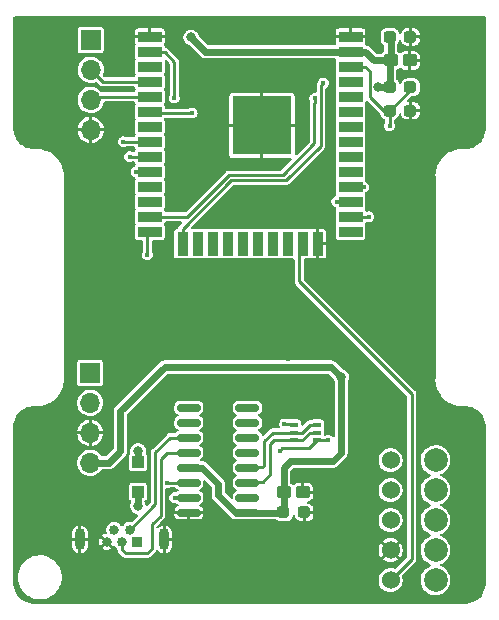
<source format=gbl>
%TF.GenerationSoftware,KiCad,Pcbnew,(5.99.0-6613-ge739d5ba65)*%
%TF.CreationDate,2020-11-02T18:56:01+01:00*%
%TF.ProjectId,e28_tx,6532385f-7478-42e6-9b69-6361645f7063,rev?*%
%TF.SameCoordinates,PX5f5e100PY8f0d180*%
%TF.FileFunction,Copper,L2,Bot*%
%TF.FilePolarity,Positive*%
%FSLAX46Y46*%
G04 Gerber Fmt 4.6, Leading zero omitted, Abs format (unit mm)*
G04 Created by KiCad (PCBNEW (5.99.0-6613-ge739d5ba65)) date 2020-11-02 18:56:01*
%MOMM*%
%LPD*%
G01*
G04 APERTURE LIST*
G04 Aperture macros list*
%AMRoundRect*
0 Rectangle with rounded corners*
0 $1 Rounding radius*
0 $2 $3 $4 $5 $6 $7 $8 $9 X,Y pos of 4 corners*
0 Add a 4 corners polygon primitive as box body*
4,1,4,$2,$3,$4,$5,$6,$7,$8,$9,$2,$3,0*
0 Add four circle primitives for the rounded corners*
1,1,$1+$1,$2,$3,0*
1,1,$1+$1,$4,$5,0*
1,1,$1+$1,$6,$7,0*
1,1,$1+$1,$8,$9,0*
0 Add four rect primitives between the rounded corners*
20,1,$1+$1,$2,$3,$4,$5,0*
20,1,$1+$1,$4,$5,$6,$7,0*
20,1,$1+$1,$6,$7,$8,$9,0*
20,1,$1+$1,$8,$9,$2,$3,0*%
G04 Aperture macros list end*
%TA.AperFunction,ComponentPad*%
%ADD10R,0.840000X0.840000*%
%TD*%
%TA.AperFunction,ComponentPad*%
%ADD11C,0.840000*%
%TD*%
%TA.AperFunction,ComponentPad*%
%ADD12O,0.850000X1.850000*%
%TD*%
%TA.AperFunction,ComponentPad*%
%ADD13R,1.700000X1.700000*%
%TD*%
%TA.AperFunction,ComponentPad*%
%ADD14O,1.700000X1.700000*%
%TD*%
%TA.AperFunction,ComponentPad*%
%ADD15C,2.000000*%
%TD*%
%TA.AperFunction,ComponentPad*%
%ADD16C,1.524000*%
%TD*%
%TA.AperFunction,SMDPad,CuDef*%
%ADD17RoundRect,0.237500X-0.287500X-0.237500X0.287500X-0.237500X0.287500X0.237500X-0.287500X0.237500X0*%
%TD*%
%TA.AperFunction,SMDPad,CuDef*%
%ADD18RoundRect,0.250000X-0.375000X-0.275000X0.375000X-0.275000X0.375000X0.275000X-0.375000X0.275000X0*%
%TD*%
%TA.AperFunction,SMDPad,CuDef*%
%ADD19RoundRect,0.150000X-0.825000X-0.150000X0.825000X-0.150000X0.825000X0.150000X-0.825000X0.150000X0*%
%TD*%
%TA.AperFunction,SMDPad,CuDef*%
%ADD20RoundRect,0.237500X0.287500X0.237500X-0.287500X0.237500X-0.287500X-0.237500X0.287500X-0.237500X0*%
%TD*%
%TA.AperFunction,SMDPad,CuDef*%
%ADD21R,2.000000X0.900000*%
%TD*%
%TA.AperFunction,SMDPad,CuDef*%
%ADD22R,0.900000X2.000000*%
%TD*%
%TA.AperFunction,SMDPad,CuDef*%
%ADD23R,5.000000X5.000000*%
%TD*%
%TA.AperFunction,SMDPad,CuDef*%
%ADD24R,0.650000X0.400000*%
%TD*%
%TA.AperFunction,SMDPad,CuDef*%
%ADD25R,1.000000X1.000000*%
%TD*%
%TA.AperFunction,ViaPad*%
%ADD26C,0.400000*%
%TD*%
%TA.AperFunction,ViaPad*%
%ADD27C,0.800000*%
%TD*%
%TA.AperFunction,Conductor*%
%ADD28C,0.600000*%
%TD*%
%TA.AperFunction,Conductor*%
%ADD29C,0.250000*%
%TD*%
G04 APERTURE END LIST*
D10*
%TO.P,J1,1,VBUS*%
%TO.N,Net-(D1-Pad2)*%
X10750000Y5500000D03*
D11*
%TO.P,J1,2,D-*%
%TO.N,/D-*%
X10100000Y6500000D03*
%TO.P,J1,3,D+*%
%TO.N,/D+*%
X9450000Y5500000D03*
%TO.P,J1,4,ID*%
%TO.N,N/C*%
X8800000Y6500000D03*
%TO.P,J1,5,GND*%
%TO.N,GND*%
X8150000Y5500000D03*
D12*
%TO.P,J1,6,Shield*%
X13025000Y5720000D03*
X5875000Y5720000D03*
%TD*%
D13*
%TO.P,J4,1,Pin_1*%
%TO.N,/VBAT*%
X6750000Y19810000D03*
D14*
%TO.P,J4,2,Pin_2*%
X6750000Y17270000D03*
%TO.P,J4,3,Pin_3*%
%TO.N,GND*%
X6750000Y14730000D03*
%TO.P,J4,4,Pin_4*%
%TO.N,+3V3*%
X6750000Y12190000D03*
%TD*%
D13*
%TO.P,J3,1,Pin_1*%
%TO.N,N/C*%
X6800000Y48000000D03*
D14*
%TO.P,J3,2,Pin_2*%
%TO.N,/TX*%
X6800000Y45460000D03*
%TO.P,J3,3,Pin_3*%
%TO.N,/RX*%
X6800000Y42920000D03*
%TO.P,J3,4,Pin_4*%
%TO.N,GND*%
X6800000Y40380000D03*
%TD*%
D15*
%TO.P,J2,*%
%TO.N,*%
X36000000Y7330000D03*
X36000000Y9870000D03*
X36000000Y2250000D03*
X36000000Y12410000D03*
X36000000Y4790000D03*
D16*
%TO.P,J2,1,Pin_1*%
%TO.N,N/C*%
X32190000Y12410000D03*
%TO.P,J2,2,Pin_2*%
X32190000Y9870000D03*
%TO.P,J2,3,Pin_3*%
%TO.N,/VBAT*%
X32190000Y7330000D03*
%TO.P,J2,4,Pin_4*%
%TO.N,GND*%
X32190000Y4790000D03*
%TO.P,J2,5,Pin_5*%
%TO.N,/SPORT*%
X32190000Y2250000D03*
%TD*%
D17*
%TO.P,C2,1*%
%TO.N,+3V3*%
X23125000Y8000000D03*
%TO.P,C2,2*%
%TO.N,GND*%
X24875000Y8000000D03*
%TD*%
D18*
%TO.P,C1,1*%
%TO.N,+3V3*%
X23150000Y9700000D03*
%TO.P,C1,2*%
%TO.N,GND*%
X24750000Y9700000D03*
%TD*%
D19*
%TO.P,U1,1,GND*%
%TO.N,GND*%
X15116000Y7955000D03*
%TO.P,U1,2,TXD*%
%TO.N,/RX*%
X15116000Y9225000D03*
%TO.P,U1,3,RXD*%
%TO.N,/TX*%
X15116000Y10495000D03*
%TO.P,U1,4,V3*%
%TO.N,+3V3*%
X15116000Y11765000D03*
%TO.P,U1,5,UD+*%
%TO.N,/D+*%
X15116000Y13035000D03*
%TO.P,U1,6,UD-*%
%TO.N,/D-*%
X15116000Y14305000D03*
%TO.P,U1,7,NC*%
%TO.N,N/C*%
X15116000Y15575000D03*
%TO.P,U1,8,NC*%
X15116000Y16845000D03*
%TO.P,U1,9,~CTS*%
X20066000Y16845000D03*
%TO.P,U1,10,~DSR*%
X20066000Y15575000D03*
%TO.P,U1,11,~RI*%
X20066000Y14305000D03*
%TO.P,U1,12,~DCD*%
X20066000Y13035000D03*
%TO.P,U1,13,~DTR*%
%TO.N,/DTR*%
X20066000Y11765000D03*
%TO.P,U1,14,~RTS*%
%TO.N,/RTS*%
X20066000Y10495000D03*
%TO.P,U1,15,R232*%
%TO.N,N/C*%
X20066000Y9225000D03*
%TO.P,U1,16,VCC*%
%TO.N,+3V3*%
X20066000Y7955000D03*
%TD*%
D17*
%TO.P,R1,1*%
%TO.N,+3V3*%
X32125000Y44000000D03*
%TO.P,R1,2*%
%TO.N,/RST*%
X33875000Y44000000D03*
%TD*%
D20*
%TO.P,C4,1*%
%TO.N,GND*%
X33875000Y42000000D03*
%TO.P,C4,2*%
%TO.N,/RST*%
X32125000Y42000000D03*
%TD*%
D21*
%TO.P,U3,1,GND*%
%TO.N,GND*%
X28800000Y48255000D03*
%TO.P,U3,2,VDD*%
%TO.N,+3V3*%
X28800000Y46985000D03*
%TO.P,U3,3,EN*%
%TO.N,/RST*%
X28800000Y45715000D03*
%TO.P,U3,4,SENSOR_VP*%
%TO.N,N/C*%
X28800000Y44445000D03*
%TO.P,U3,5,SENSOR_VN*%
X28800000Y43175000D03*
%TO.P,U3,6,IO34*%
X28800000Y41905000D03*
%TO.P,U3,7,IO35*%
X28800000Y40635000D03*
%TO.P,U3,8,IO32*%
X28800000Y39365000D03*
%TO.P,U3,9,IO33*%
X28800000Y38095000D03*
%TO.P,U3,10,IO25*%
X28800000Y36825000D03*
%TO.P,U3,11,IO26*%
%TO.N,/TXEN*%
X28800000Y35555000D03*
%TO.P,U3,12,IO27*%
%TO.N,/RXEN*%
X28800000Y34285000D03*
%TO.P,U3,13,IO14*%
%TO.N,/RESET*%
X28800000Y33015000D03*
%TO.P,U3,14,IO12*%
%TO.N,N/C*%
X28800000Y31745000D03*
D22*
%TO.P,U3,15,GND*%
%TO.N,GND*%
X26015000Y30745000D03*
%TO.P,U3,16,IO13*%
%TO.N,/SPORT*%
X24745000Y30745000D03*
%TO.P,U3,17,SHD/SD2*%
%TO.N,N/C*%
X23475000Y30745000D03*
%TO.P,U3,18,SWP/SD3*%
X22205000Y30745000D03*
%TO.P,U3,19,SCS/CMD*%
X20935000Y30745000D03*
%TO.P,U3,20,SCK/CLK*%
X19665000Y30745000D03*
%TO.P,U3,21,SDO/SD0*%
X18395000Y30745000D03*
%TO.P,U3,22,SDI/SD1*%
X17125000Y30745000D03*
%TO.P,U3,23,IO15*%
X15855000Y30745000D03*
%TO.P,U3,24,IO2*%
%TO.N,/DIO2*%
X14585000Y30745000D03*
D21*
%TO.P,U3,25,IO0*%
%TO.N,/BOOT*%
X11800000Y31745000D03*
%TO.P,U3,26,IO4*%
%TO.N,/DIO1*%
X11800000Y33015000D03*
%TO.P,U3,27,IO16*%
%TO.N,N/C*%
X11800000Y34285000D03*
%TO.P,U3,28,IO17*%
X11800000Y35555000D03*
%TO.P,U3,29,IO5*%
%TO.N,/NSS*%
X11800000Y36825000D03*
%TO.P,U3,30,IO18*%
%TO.N,/SCK*%
X11800000Y38095000D03*
%TO.P,U3,31,IO19*%
%TO.N,/MISO*%
X11800000Y39365000D03*
%TO.P,U3,32,NC*%
%TO.N,N/C*%
X11800000Y40635000D03*
%TO.P,U3,33,IO21*%
%TO.N,/BUSY*%
X11800000Y41905000D03*
%TO.P,U3,34,RXD0/IO3*%
%TO.N,/RX*%
X11800000Y43175000D03*
%TO.P,U3,35,TXD0/IO1*%
%TO.N,/TX*%
X11800000Y44445000D03*
%TO.P,U3,36,IO22*%
%TO.N,N/C*%
X11800000Y45715000D03*
%TO.P,U3,37,IO23*%
%TO.N,/MOSI*%
X11800000Y46985000D03*
%TO.P,U3,38,GND*%
%TO.N,GND*%
X11800000Y48255000D03*
D23*
%TO.P,U3,39,GND*%
X21300000Y40755000D03*
%TD*%
D17*
%TO.P,C7,1*%
%TO.N,+3V3*%
X32125000Y48250000D03*
%TO.P,C7,2*%
%TO.N,GND*%
X33875000Y48250000D03*
%TD*%
D18*
%TO.P,C6,1*%
%TO.N,+3V3*%
X32200000Y46250000D03*
%TO.P,C6,2*%
%TO.N,GND*%
X33800000Y46250000D03*
%TD*%
D24*
%TO.P,Q1,1,E1*%
%TO.N,/RTS*%
X24050000Y14100000D03*
%TO.P,Q1,2,B1*%
%TO.N,/DTR*%
X24050000Y14750000D03*
%TO.P,Q1,3,C2*%
%TO.N,/BOOT*%
X24050000Y15400000D03*
%TO.P,Q1,4,E2*%
%TO.N,/DTR*%
X25950000Y15400000D03*
%TO.P,Q1,5,B2*%
%TO.N,/RTS*%
X25950000Y14750000D03*
%TO.P,Q1,6,C1*%
%TO.N,/RST*%
X25950000Y14100000D03*
%TD*%
D25*
%TO.P,D1,1,K*%
%TO.N,/VBAT*%
X10800000Y12250000D03*
%TO.P,D1,2,A*%
%TO.N,Net-(D1-Pad2)*%
X10800000Y9750000D03*
%TD*%
D26*
%TO.N,GND*%
X31500000Y17000000D03*
X39500000Y49000000D03*
X35500000Y41000000D03*
X9000000Y1000000D03*
X23500000Y49000000D03*
X1000000Y1000000D03*
X19500000Y29000000D03*
X19500000Y49000000D03*
X4980018Y8980018D03*
X35500000Y17000000D03*
X19500000Y41000000D03*
X5000000Y13000000D03*
X15500000Y49000000D03*
X15500000Y37000000D03*
X9000000Y37000000D03*
X19500000Y33000000D03*
X19500000Y5000000D03*
X35500000Y29000000D03*
X35500000Y21000000D03*
X19500000Y45000000D03*
X1000000Y49000000D03*
X15500000Y45000000D03*
X1000000Y9000000D03*
X27500000Y29000000D03*
X9000000Y25000000D03*
X9000000Y29000000D03*
X5000000Y1000000D03*
X23500000Y17000000D03*
X35500000Y25000000D03*
X39500000Y45000000D03*
X5000000Y21000000D03*
X23500000Y45000000D03*
X9000000Y9000000D03*
X1000000Y13000000D03*
X23500000Y21000000D03*
X23500000Y33000000D03*
X5000000Y49000000D03*
X15500000Y29000000D03*
X35500000Y49000000D03*
X23000000Y5000000D03*
X35500000Y37000000D03*
X35500000Y33000000D03*
X5000000Y44831000D03*
X5000000Y41000000D03*
X39500000Y1000000D03*
X1000000Y5000000D03*
X35500000Y45000000D03*
X13000000Y1000000D03*
X15500000Y25000000D03*
X9000000Y33000000D03*
X39500000Y5000000D03*
X39500000Y41000000D03*
X15500000Y5000000D03*
X23500000Y29000000D03*
X1000000Y41000000D03*
X23500000Y25000000D03*
X5000000Y25000000D03*
X1000000Y45000000D03*
X5000000Y5000000D03*
X19500000Y37211000D03*
X15500000Y41000000D03*
D27*
%TO.N,+3V3*%
X31150000Y44000000D03*
X28000000Y19450000D03*
X15300000Y48200000D03*
D26*
%TO.N,/RST*%
X22800000Y13200000D03*
X32100000Y40700000D03*
X26900000Y14100000D03*
D27*
%TO.N,Net-(D1-Pad2)*%
X10800000Y8525000D03*
%TO.N,/VBAT*%
X10810000Y13210000D03*
D26*
%TO.N,/RX*%
X13900000Y9225000D03*
%TO.N,/TX*%
X13275000Y10500000D03*
%TO.N,/BOOT*%
X23200000Y15475000D03*
X11600000Y29800000D03*
%TO.N,/MOSI*%
X13875000Y43075000D03*
%TO.N,/BUSY*%
X15400000Y41800000D03*
%TO.N,/MISO*%
X9575000Y39375000D03*
%TO.N,/SCK*%
X10100000Y38100000D03*
%TO.N,/NSS*%
X10650000Y36825000D03*
%TO.N,/DIO1*%
X25750000Y43050000D03*
%TO.N,/DIO2*%
X26500000Y44350000D03*
%TO.N,/RESET*%
X30349990Y33025000D03*
%TO.N,/RXEN*%
X27625000Y34300000D03*
%TO.N,/TXEN*%
X29899979Y35550000D03*
%TD*%
D28*
%TO.N,+3V3*%
X9300000Y16550000D02*
X13049999Y20299999D01*
X30750000Y46250000D02*
X32200000Y46250000D01*
X8340000Y12190000D02*
X9300000Y13150000D01*
X27150000Y20300000D02*
X13050000Y20300000D01*
X31150000Y44000000D02*
X32125000Y44000000D01*
X23700000Y12300000D02*
X23150000Y11750000D01*
X28000000Y13025000D02*
X27275000Y12300000D01*
X16235000Y11765000D02*
X17600000Y10400000D01*
X9300000Y13150000D02*
X9300000Y16550000D01*
X30015000Y46985000D02*
X30750000Y46250000D01*
X23150000Y11750000D02*
X23150000Y9700000D01*
X6750000Y12190000D02*
X8340000Y12190000D01*
X20066000Y7955000D02*
X23080000Y7955000D01*
X13050000Y20300000D02*
X13049999Y20299999D01*
X32200000Y46250000D02*
X32200000Y48175000D01*
X19091000Y7955000D02*
X20066000Y7955000D01*
X28000000Y19450000D02*
X28000000Y13025000D01*
X15116000Y11765000D02*
X16235000Y11765000D01*
X17600000Y10400000D02*
X17600000Y9446000D01*
X27275000Y12300000D02*
X23700000Y12300000D01*
X23150000Y9700000D02*
X23150000Y8025000D01*
X28800000Y46985000D02*
X30015000Y46985000D01*
X17600000Y9446000D02*
X19091000Y7955000D01*
X28000000Y19450000D02*
X27150000Y20300000D01*
X32125000Y44000000D02*
X32125000Y46175000D01*
X28800000Y46985000D02*
X16515000Y46985000D01*
X16515000Y46985000D02*
X15300000Y48200000D01*
D29*
%TO.N,/RST*%
X30424999Y45340001D02*
X30050000Y45715000D01*
X32125000Y42000000D02*
X31600000Y42000000D01*
X30050000Y45715000D02*
X28800000Y45715000D01*
X32125000Y42000000D02*
X33875000Y43750000D01*
X25275011Y13425011D02*
X23025011Y13425011D01*
X23025011Y13425011D02*
X22800000Y13200000D01*
X30424999Y43175001D02*
X30424999Y45340001D01*
X25950000Y14100000D02*
X25275011Y13425011D01*
X32100000Y40700000D02*
X32100000Y41975000D01*
X31600000Y42000000D02*
X30424999Y43175001D01*
X25950000Y14100000D02*
X26900000Y14100000D01*
D28*
%TO.N,Net-(D1-Pad2)*%
X10800000Y8525000D02*
X10800000Y9750000D01*
D29*
%TO.N,/D+*%
X11975000Y4900000D02*
X11600000Y4525000D01*
X13235000Y13035000D02*
X12724991Y12524991D01*
X9450000Y4825000D02*
X9450000Y5500000D01*
X11600000Y4525000D02*
X9750000Y4525000D01*
X15116000Y13035000D02*
X13235000Y13035000D01*
X9750000Y4525000D02*
X9450000Y4825000D01*
X11975000Y6975000D02*
X11975000Y4900000D01*
X12724991Y7724991D02*
X11975000Y6975000D01*
X12724991Y12524991D02*
X12724991Y7724991D01*
%TO.N,/D-*%
X15116000Y14305000D02*
X13505000Y14305000D01*
X12274980Y8674980D02*
X10100000Y6500000D01*
X12274980Y13074980D02*
X12274980Y8674980D01*
X13505000Y14305000D02*
X12274980Y13074980D01*
%TO.N,/SPORT*%
X34000000Y18000000D02*
X24445000Y27555000D01*
X24445000Y27555000D02*
X24445000Y30745000D01*
X34000000Y4060000D02*
X34000000Y18000000D01*
X32190000Y2250000D02*
X34000000Y4060000D01*
D28*
%TO.N,/VBAT*%
X10800000Y12250000D02*
X10800000Y13200000D01*
X10800000Y13200000D02*
X10810000Y13210000D01*
D29*
%TO.N,/RX*%
X11800000Y43175000D02*
X7055000Y43175000D01*
X15116000Y9225000D02*
X13900000Y9225000D01*
%TO.N,/TX*%
X13280000Y10495000D02*
X13275000Y10500000D01*
X11800000Y44445000D02*
X7815000Y44445000D01*
X7815000Y44445000D02*
X6800000Y45460000D01*
X15116000Y10495000D02*
X13280000Y10495000D01*
%TO.N,/DTR*%
X20066000Y11870000D02*
X21370000Y11870000D01*
X21370000Y11870000D02*
X21500000Y12000000D01*
X25375000Y15400000D02*
X24725000Y14750000D01*
X22250000Y14750000D02*
X24050000Y14750000D01*
X24725000Y14750000D02*
X24050000Y14750000D01*
X25950000Y15400000D02*
X25375000Y15400000D01*
X21500000Y14000000D02*
X22250000Y14750000D01*
X21500000Y12000000D02*
X21500000Y14000000D01*
%TO.N,/RTS*%
X25950000Y14750000D02*
X25375000Y14750000D01*
X20066000Y10600000D02*
X21350000Y10600000D01*
X21350000Y10600000D02*
X22000000Y11250000D01*
X22000000Y11250000D02*
X22000000Y13750000D01*
X24725000Y14100000D02*
X24050000Y14100000D01*
X22000000Y13750000D02*
X22350000Y14100000D01*
X22350000Y14100000D02*
X24050000Y14100000D01*
X25375000Y14750000D02*
X24725000Y14100000D01*
%TO.N,/BOOT*%
X23200000Y15475000D02*
X23975000Y15475000D01*
X11600000Y29800000D02*
X11600000Y31645000D01*
%TO.N,/MOSI*%
X13875000Y43075000D02*
X13875000Y46160000D01*
X13050000Y46985000D02*
X11800000Y46985000D01*
X13875000Y46160000D02*
X13050000Y46985000D01*
%TO.N,/BUSY*%
X15400000Y41800000D02*
X11905000Y41800000D01*
%TO.N,/MISO*%
X9585000Y39365000D02*
X9575000Y39375000D01*
X11800000Y39365000D02*
X9585000Y39365000D01*
%TO.N,/SCK*%
X11800000Y38095000D02*
X10105000Y38095000D01*
X10105000Y38095000D02*
X10100000Y38100000D01*
%TO.N,/NSS*%
X11800000Y36825000D02*
X10650000Y36825000D01*
%TO.N,/DIO1*%
X25744702Y39244702D02*
X25744702Y42627284D01*
X18503600Y36550011D02*
X23050011Y36550011D01*
X23050011Y36550011D02*
X25744702Y39244702D01*
X14968590Y33015000D02*
X18503600Y36550011D01*
X11800000Y33015000D02*
X14968590Y33015000D01*
X25750000Y42632582D02*
X25744702Y42627284D01*
X25750000Y43050000D02*
X25750000Y42632582D01*
%TO.N,/DIO2*%
X26300000Y39050000D02*
X26300000Y44150000D01*
X14585000Y31995000D02*
X18690000Y36100000D01*
X23350000Y36100000D02*
X26300000Y39050000D01*
X14585000Y30745000D02*
X14585000Y31995000D01*
X26300000Y44150000D02*
X26500000Y44350000D01*
X18690000Y36100000D02*
X23350000Y36100000D01*
%TO.N,/RESET*%
X30339990Y33015000D02*
X30349990Y33025000D01*
X28800000Y33015000D02*
X30339990Y33015000D01*
%TO.N,/RXEN*%
X27625000Y34300000D02*
X28785000Y34300000D01*
%TO.N,/TXEN*%
X29894979Y35555000D02*
X29899979Y35550000D01*
X28800000Y35555000D02*
X29894979Y35555000D01*
%TD*%
%TA.AperFunction,Conductor*%
%TO.N,GND*%
G36*
X40205192Y49981093D02*
G01*
X40241156Y49931593D01*
X40246001Y49901002D01*
X40246000Y45185183D01*
X40246000Y40561156D01*
X40243730Y40540077D01*
X40241501Y40529848D01*
X40241085Y40507000D01*
X40238848Y40384180D01*
X40237856Y40371894D01*
X40204019Y40136549D01*
X40201017Y40122747D01*
X40139758Y39914115D01*
X40134946Y39897728D01*
X40130011Y39884497D01*
X40077517Y39769552D01*
X40032595Y39671188D01*
X40025827Y39658792D01*
X39954445Y39547719D01*
X39899048Y39461520D01*
X39890585Y39450213D01*
X39737004Y39272969D01*
X39727027Y39262993D01*
X39598036Y39151221D01*
X39549799Y39109424D01*
X39538491Y39100959D01*
X39341208Y38974174D01*
X39328822Y38967410D01*
X39115499Y38869988D01*
X39102275Y38865056D01*
X38877258Y38798984D01*
X38863455Y38795982D01*
X38628106Y38762144D01*
X38615820Y38761152D01*
X38556945Y38760080D01*
X38470152Y38758499D01*
X38459924Y38756270D01*
X38438844Y38754000D01*
X38309324Y38754000D01*
X38291782Y38755567D01*
X38289949Y38755897D01*
X38270415Y38759414D01*
X38265563Y38759326D01*
X38265558Y38759326D01*
X38114248Y38756570D01*
X38107148Y38756696D01*
X38100026Y38757078D01*
X38100019Y38757078D01*
X38095163Y38757338D01*
X38090349Y38756646D01*
X38086762Y38756486D01*
X38085694Y38756400D01*
X38082153Y38755986D01*
X38077295Y38755897D01*
X38072543Y38754861D01*
X38072539Y38754861D01*
X38065550Y38753338D01*
X38058562Y38752076D01*
X37795629Y38714272D01*
X37790363Y38713658D01*
X37787831Y38713431D01*
X37775486Y38712327D01*
X37770822Y38710957D01*
X37769112Y38710633D01*
X37767407Y38710214D01*
X37762599Y38709523D01*
X37758019Y38707907D01*
X37758010Y38707905D01*
X37748530Y38704560D01*
X37743500Y38702935D01*
X37648361Y38674999D01*
X37485134Y38627071D01*
X37480011Y38625715D01*
X37470206Y38623398D01*
X37470198Y38623395D01*
X37465470Y38622278D01*
X37461045Y38620257D01*
X37459384Y38619688D01*
X37457768Y38619036D01*
X37453112Y38617668D01*
X37439856Y38610734D01*
X37435175Y38608443D01*
X37190192Y38496563D01*
X37185337Y38494501D01*
X37175954Y38490809D01*
X37175949Y38490807D01*
X37171424Y38489026D01*
X37167336Y38486399D01*
X37165788Y38485607D01*
X37164267Y38484723D01*
X37159847Y38482704D01*
X37155908Y38479863D01*
X37155902Y38479860D01*
X37147735Y38473970D01*
X37143352Y38470985D01*
X36916849Y38325422D01*
X36912320Y38322679D01*
X36903560Y38317690D01*
X36899333Y38315283D01*
X36895660Y38312100D01*
X36894255Y38311106D01*
X36892872Y38310012D01*
X36888775Y38307379D01*
X36885274Y38304000D01*
X36885272Y38303999D01*
X36878031Y38297012D01*
X36874120Y38293436D01*
X36769764Y38203011D01*
X36670628Y38117109D01*
X36666541Y38113755D01*
X36658580Y38107571D01*
X36658579Y38107570D01*
X36654738Y38104586D01*
X36651552Y38100909D01*
X36650298Y38099720D01*
X36649091Y38098447D01*
X36645413Y38095260D01*
X36636248Y38083462D01*
X36632913Y38079398D01*
X36473320Y37895217D01*
X36456572Y37875889D01*
X36452997Y37871980D01*
X36446002Y37864730D01*
X36445999Y37864726D01*
X36442621Y37861225D01*
X36439989Y37857129D01*
X36438915Y37855771D01*
X36437907Y37854347D01*
X36434717Y37850666D01*
X36427334Y37837700D01*
X36424589Y37833167D01*
X36279016Y37606648D01*
X36276043Y37602282D01*
X36267296Y37590153D01*
X36265270Y37585716D01*
X36264393Y37584208D01*
X36263607Y37582672D01*
X36260974Y37578575D01*
X36255512Y37564692D01*
X36253441Y37559816D01*
X36141583Y37314880D01*
X36139251Y37310116D01*
X36132331Y37296888D01*
X36130961Y37292223D01*
X36130315Y37290622D01*
X36129744Y37288958D01*
X36127722Y37284530D01*
X36126604Y37279799D01*
X36124289Y37270004D01*
X36122936Y37264892D01*
X36086132Y37139549D01*
X36047071Y37006520D01*
X36045443Y37001478D01*
X36040477Y36987401D01*
X36039784Y36982586D01*
X36039365Y36980879D01*
X36039042Y36979177D01*
X36037673Y36974513D01*
X36037240Y36969674D01*
X36036340Y36959622D01*
X36035726Y36954361D01*
X35997925Y36691437D01*
X35996667Y36684469D01*
X35994103Y36672705D01*
X35994014Y36667848D01*
X35993602Y36664322D01*
X35993514Y36663239D01*
X35993354Y36659649D01*
X35992662Y36654836D01*
X35992922Y36649980D01*
X35992922Y36649972D01*
X35993304Y36642851D01*
X35993430Y36635751D01*
X35991160Y36511081D01*
X35990586Y36479585D01*
X35993833Y36461548D01*
X35994434Y36458212D01*
X35996001Y36440670D01*
X35996000Y19309324D01*
X35994433Y19291783D01*
X35990586Y19270415D01*
X35990674Y19265563D01*
X35990674Y19265558D01*
X35993430Y19114249D01*
X35993304Y19107149D01*
X35992922Y19100028D01*
X35992922Y19100020D01*
X35992662Y19095164D01*
X35993354Y19090351D01*
X35993514Y19086761D01*
X35993602Y19085678D01*
X35994014Y19082152D01*
X35994103Y19077295D01*
X35996663Y19065550D01*
X35997923Y19058572D01*
X36012780Y18955236D01*
X36035726Y18795639D01*
X36036340Y18790378D01*
X36037673Y18775487D01*
X36039042Y18770823D01*
X36039365Y18769121D01*
X36039784Y18767414D01*
X36040477Y18762599D01*
X36042093Y18758019D01*
X36042093Y18758018D01*
X36045443Y18748522D01*
X36047071Y18743480D01*
X36122933Y18485118D01*
X36124285Y18480011D01*
X36127722Y18465470D01*
X36129744Y18461042D01*
X36130315Y18459378D01*
X36130961Y18457777D01*
X36132331Y18453112D01*
X36134585Y18448804D01*
X36139251Y18439884D01*
X36141583Y18435120D01*
X36253441Y18190184D01*
X36255500Y18185337D01*
X36260974Y18171425D01*
X36263607Y18167328D01*
X36264393Y18165792D01*
X36265270Y18164284D01*
X36267296Y18159847D01*
X36276031Y18147735D01*
X36279016Y18143352D01*
X36424589Y17916833D01*
X36427322Y17912320D01*
X36434717Y17899334D01*
X36437907Y17895653D01*
X36438915Y17894229D01*
X36439989Y17892871D01*
X36442621Y17888775D01*
X36445999Y17885274D01*
X36446002Y17885270D01*
X36452997Y17878020D01*
X36456564Y17874120D01*
X36632913Y17670602D01*
X36636246Y17666541D01*
X36645413Y17654740D01*
X36649091Y17651553D01*
X36650298Y17650280D01*
X36651552Y17649091D01*
X36654738Y17645414D01*
X36658578Y17642431D01*
X36658580Y17642429D01*
X36666541Y17636245D01*
X36670628Y17632891D01*
X36731257Y17580356D01*
X36874120Y17456564D01*
X36878031Y17452988D01*
X36885271Y17446002D01*
X36888775Y17442621D01*
X36892872Y17439988D01*
X36894255Y17438894D01*
X36895660Y17437900D01*
X36899333Y17434717D01*
X36903558Y17432311D01*
X36912320Y17427321D01*
X36916849Y17424578D01*
X37143352Y17279015D01*
X37147735Y17276030D01*
X37155902Y17270140D01*
X37155908Y17270137D01*
X37159847Y17267296D01*
X37164267Y17265277D01*
X37165788Y17264393D01*
X37167336Y17263601D01*
X37171424Y17260974D01*
X37175949Y17259193D01*
X37175954Y17259191D01*
X37185337Y17255499D01*
X37190184Y17253441D01*
X37435175Y17141557D01*
X37439856Y17139266D01*
X37453112Y17132332D01*
X37457768Y17130964D01*
X37459384Y17130312D01*
X37461045Y17129743D01*
X37465470Y17127722D01*
X37470198Y17126605D01*
X37470206Y17126602D01*
X37480011Y17124285D01*
X37485134Y17122929D01*
X37598124Y17089752D01*
X37743500Y17047065D01*
X37748530Y17045440D01*
X37758010Y17042095D01*
X37758019Y17042093D01*
X37762599Y17040477D01*
X37767407Y17039786D01*
X37769112Y17039367D01*
X37770822Y17039043D01*
X37775486Y17037673D01*
X37787831Y17036569D01*
X37790363Y17036342D01*
X37795629Y17035728D01*
X38058562Y16997924D01*
X38065550Y16996662D01*
X38072539Y16995139D01*
X38072543Y16995139D01*
X38077295Y16994103D01*
X38082153Y16994014D01*
X38085694Y16993600D01*
X38086762Y16993514D01*
X38090349Y16993354D01*
X38095163Y16992662D01*
X38100019Y16992922D01*
X38100026Y16992922D01*
X38107148Y16993304D01*
X38114248Y16993430D01*
X38265558Y16990674D01*
X38265563Y16990674D01*
X38270415Y16990586D01*
X38291783Y16994433D01*
X38309324Y16996000D01*
X38438844Y16996000D01*
X38459923Y16993730D01*
X38470152Y16991501D01*
X38556945Y16989920D01*
X38615820Y16988848D01*
X38628106Y16987856D01*
X38863455Y16954018D01*
X38877258Y16951016D01*
X39102275Y16884944D01*
X39115499Y16880012D01*
X39328822Y16782590D01*
X39341208Y16775826D01*
X39538491Y16649041D01*
X39549799Y16640576D01*
X39569079Y16623870D01*
X39727027Y16487007D01*
X39737004Y16477031D01*
X39879816Y16312215D01*
X39890584Y16299788D01*
X39899047Y16288481D01*
X39998326Y16134000D01*
X40025826Y16091209D01*
X40032595Y16078812D01*
X40128162Y15869552D01*
X40130009Y15865507D01*
X40134945Y15852276D01*
X40180301Y15697806D01*
X40201017Y15627253D01*
X40204019Y15613451D01*
X40237856Y15378106D01*
X40238848Y15365820D01*
X40239449Y15332835D01*
X40241501Y15220152D01*
X40243730Y15209924D01*
X40243731Y15209920D01*
X40246001Y15188840D01*
X40246000Y2061156D01*
X40243730Y2040077D01*
X40241501Y2029848D01*
X40240354Y1966880D01*
X40238848Y1884180D01*
X40237856Y1871894D01*
X40204019Y1636549D01*
X40201017Y1622747D01*
X40139943Y1414745D01*
X40134946Y1397728D01*
X40130011Y1384497D01*
X40047174Y1203112D01*
X40032595Y1171188D01*
X40025826Y1158791D01*
X39899048Y961520D01*
X39890585Y950213D01*
X39737004Y772969D01*
X39727027Y762993D01*
X39598036Y651221D01*
X39549799Y609424D01*
X39538491Y600959D01*
X39341208Y474174D01*
X39328822Y467410D01*
X39115499Y369988D01*
X39102275Y365056D01*
X38877258Y298984D01*
X38863455Y295982D01*
X38628106Y262144D01*
X38615820Y261152D01*
X38556945Y260080D01*
X38470152Y258499D01*
X38459924Y256270D01*
X38438844Y254000D01*
X2061156Y254000D01*
X2040076Y256270D01*
X2029848Y258499D01*
X1943055Y260080D01*
X1884180Y261152D01*
X1871894Y262144D01*
X1636549Y295981D01*
X1622747Y298983D01*
X1622744Y298984D01*
X1397724Y365055D01*
X1384497Y369989D01*
X1171188Y467405D01*
X1158791Y474174D01*
X961520Y600952D01*
X950212Y609416D01*
X930923Y626130D01*
X772969Y762996D01*
X762991Y772975D01*
X609424Y950201D01*
X600959Y961509D01*
X474174Y1158792D01*
X467405Y1171188D01*
X369988Y1384501D01*
X365056Y1397725D01*
X298984Y1622742D01*
X295982Y1636545D01*
X262144Y1871894D01*
X261152Y1884180D01*
X259646Y1966880D01*
X258499Y2029848D01*
X256270Y2040077D01*
X254000Y2061156D01*
X254000Y2415670D01*
X642914Y2415670D01*
X674539Y2148472D01*
X675469Y2145013D01*
X675470Y2145008D01*
X703685Y2040076D01*
X744404Y1888637D01*
X745826Y1885344D01*
X745827Y1885340D01*
X777453Y1812082D01*
X851047Y1641609D01*
X992232Y1412564D01*
X994531Y1409819D01*
X994532Y1409818D01*
X1147984Y1226617D01*
X1165003Y1206298D01*
X1204341Y1171188D01*
X1354263Y1037378D01*
X1365740Y1027134D01*
X1590238Y878823D01*
X1593476Y877303D01*
X1593481Y877300D01*
X1610195Y869453D01*
X1833794Y764474D01*
X2091306Y686481D01*
X2224342Y666480D01*
X2353839Y647011D01*
X2353842Y647011D01*
X2357379Y646479D01*
X2360955Y646463D01*
X2360960Y646463D01*
X2503515Y645841D01*
X2626440Y645305D01*
X2709408Y657039D01*
X2889293Y682480D01*
X2889300Y682481D01*
X2892853Y682984D01*
X2896292Y683993D01*
X2896297Y683994D01*
X3147598Y757717D01*
X3147603Y757719D01*
X3151036Y758726D01*
X3154292Y760220D01*
X3154297Y760222D01*
X3309379Y831389D01*
X3395580Y870946D01*
X3433608Y895594D01*
X3618363Y1015346D01*
X3621364Y1017291D01*
X3823656Y1194697D01*
X3986549Y1385758D01*
X3995897Y1396722D01*
X3995898Y1396723D01*
X3998221Y1399448D01*
X4006465Y1412564D01*
X4139493Y1624217D01*
X4139496Y1624223D01*
X4141400Y1627252D01*
X4145509Y1636545D01*
X4237737Y1845163D01*
X4250194Y1873340D01*
X4259488Y1906738D01*
X4321362Y2129096D01*
X4321363Y2129103D01*
X4322324Y2132555D01*
X4339690Y2269063D01*
X4355968Y2397012D01*
X4355968Y2397018D01*
X4356280Y2399467D01*
X4356622Y2412112D01*
X4358934Y2497547D01*
X4358934Y2497554D01*
X4359000Y2500000D01*
X4339528Y2768358D01*
X4325799Y2830546D01*
X4298733Y2953138D01*
X4281522Y3031095D01*
X4264613Y3075727D01*
X4220855Y3191222D01*
X4186195Y3282706D01*
X4106333Y3426484D01*
X4057289Y3514781D01*
X4057286Y3514785D01*
X4055545Y3517920D01*
X4042194Y3535415D01*
X3894485Y3728960D01*
X3894484Y3728962D01*
X3892309Y3731811D01*
X3699906Y3919897D01*
X3609373Y3985794D01*
X31571228Y3985794D01*
X31571718Y3982695D01*
X31573655Y3980243D01*
X31603615Y3954744D01*
X31611527Y3949245D01*
X31777020Y3856755D01*
X31785842Y3852900D01*
X31966150Y3794314D01*
X31975563Y3792245D01*
X32163816Y3769797D01*
X32173443Y3769595D01*
X32362467Y3784140D01*
X32371958Y3785813D01*
X32554558Y3836796D01*
X32563537Y3840278D01*
X32732758Y3925758D01*
X32740893Y3930921D01*
X32800720Y3977664D01*
X32808179Y3988722D01*
X32808108Y3990751D01*
X32805412Y3994983D01*
X32201086Y4599309D01*
X32197080Y4601350D01*
X32173194Y4593589D01*
X31577282Y3997677D01*
X31571228Y3985794D01*
X3609373Y3985794D01*
X3482367Y4078238D01*
X3244249Y4203518D01*
X2990540Y4293112D01*
X2985121Y4294180D01*
X2730072Y4344450D01*
X2730069Y4344450D01*
X2726555Y4345143D01*
X2722982Y4345321D01*
X2722981Y4345321D01*
X2592190Y4351832D01*
X2457824Y4358522D01*
X2454262Y4358182D01*
X2454255Y4358182D01*
X2193547Y4333308D01*
X2193542Y4333307D01*
X2189977Y4332967D01*
X1928624Y4269014D01*
X1679241Y4168003D01*
X1676148Y4166192D01*
X1676146Y4166191D01*
X1528778Y4079904D01*
X1447051Y4032051D01*
X1236919Y3864004D01*
X1053246Y3667383D01*
X899881Y3446308D01*
X898286Y3443103D01*
X898283Y3443097D01*
X781634Y3208624D01*
X780035Y3205409D01*
X778917Y3201998D01*
X778916Y3201996D01*
X705971Y2979477D01*
X696220Y2949733D01*
X650192Y2684635D01*
X642914Y2415670D01*
X254000Y2415670D01*
X254000Y5584758D01*
X5196000Y5584758D01*
X5196000Y5181672D01*
X5196359Y5175716D01*
X5210027Y5062766D01*
X5212852Y5051265D01*
X5266727Y4908691D01*
X5272217Y4898189D01*
X5358544Y4772581D01*
X5366380Y4763694D01*
X5480179Y4662302D01*
X5489903Y4655543D01*
X5624600Y4584225D01*
X5635669Y4579976D01*
X5732791Y4555581D01*
X5745329Y4556436D01*
X5748000Y4565718D01*
X5748000Y4567829D01*
X6001999Y4567829D01*
X6005935Y4555714D01*
X6015314Y4555346D01*
X6107620Y4577506D01*
X6118726Y4581637D01*
X6254158Y4651538D01*
X6263962Y4658201D01*
X6378816Y4758394D01*
X6386740Y4767194D01*
X6474381Y4891894D01*
X6479979Y4902333D01*
X6494743Y4940203D01*
X7774988Y4940203D01*
X7782480Y4932513D01*
X7894799Y4871529D01*
X7905816Y4867167D01*
X8052070Y4828798D01*
X8063820Y4827188D01*
X8215011Y4824814D01*
X8226791Y4826052D01*
X8374181Y4859808D01*
X8385338Y4863825D01*
X8520417Y4931763D01*
X8521480Y4932469D01*
X8526298Y4940332D01*
X8526048Y4943508D01*
X8524360Y4946035D01*
X8161086Y5309309D01*
X8157080Y5311350D01*
X8133194Y5303589D01*
X7780369Y4950764D01*
X7774988Y4940203D01*
X6494743Y4940203D01*
X6535345Y5044341D01*
X6538290Y5055810D01*
X6553577Y5171932D01*
X6554000Y5178387D01*
X6554000Y5501173D01*
X7471692Y5501173D01*
X7488285Y5350884D01*
X7490992Y5339343D01*
X7542956Y5197344D01*
X7548336Y5186787D01*
X7583334Y5134703D01*
X7593832Y5126471D01*
X7593949Y5126467D01*
X7601016Y5130621D01*
X7959309Y5488914D01*
X7961350Y5492920D01*
X7953589Y5516806D01*
X7603104Y5867291D01*
X7591221Y5873345D01*
X7590552Y5873239D01*
X7585054Y5868469D01*
X7555030Y5825749D01*
X7549425Y5815297D01*
X7494500Y5674421D01*
X7491553Y5662944D01*
X7471817Y5513031D01*
X7471692Y5501173D01*
X6554000Y5501173D01*
X6554000Y5577320D01*
X6552610Y5581598D01*
X6530232Y5593000D01*
X6017680Y5593001D01*
X6004995Y5588879D01*
X6002000Y5584758D01*
X6001999Y4567829D01*
X5748000Y4567829D01*
X5748001Y5577320D01*
X5746611Y5581598D01*
X5724233Y5593000D01*
X5211680Y5593001D01*
X5198995Y5588879D01*
X5196000Y5584758D01*
X254000Y5584758D01*
X254000Y6261613D01*
X5196001Y6261613D01*
X5196001Y5862680D01*
X5197391Y5858402D01*
X5219769Y5847000D01*
X5732320Y5846999D01*
X5745005Y5851121D01*
X5748000Y5855242D01*
X5748000Y5862680D01*
X6001999Y5862680D01*
X6003389Y5858402D01*
X6025767Y5847000D01*
X6538320Y5846999D01*
X6551005Y5851121D01*
X6554000Y5855242D01*
X6554000Y6258329D01*
X6553641Y6264285D01*
X6539973Y6377235D01*
X6537148Y6388736D01*
X6483273Y6531310D01*
X6477783Y6541812D01*
X6391456Y6667420D01*
X6383620Y6676307D01*
X6269821Y6777698D01*
X6260097Y6784457D01*
X6125400Y6855775D01*
X6114331Y6860024D01*
X6017209Y6884419D01*
X6004671Y6883564D01*
X6002000Y6874282D01*
X6001999Y5862680D01*
X5748000Y5862680D01*
X5748001Y6872171D01*
X5744065Y6884286D01*
X5734686Y6884654D01*
X5642380Y6862494D01*
X5631274Y6858363D01*
X5495842Y6788462D01*
X5486038Y6781799D01*
X5371185Y6681606D01*
X5363261Y6672806D01*
X5275620Y6548106D01*
X5270022Y6537667D01*
X5214656Y6395659D01*
X5211711Y6384190D01*
X5196424Y6268068D01*
X5196001Y6261613D01*
X254000Y6261613D01*
X254000Y12087561D01*
X5645741Y12087561D01*
X5646619Y12082939D01*
X5646619Y12082934D01*
X5665535Y11983304D01*
X5685034Y11880599D01*
X5762754Y11684801D01*
X5771805Y11670621D01*
X5873558Y11511206D01*
X5873562Y11511201D01*
X5876096Y11507231D01*
X5902545Y11479311D01*
X5995323Y11381373D01*
X6020971Y11354298D01*
X6024796Y11351555D01*
X6024800Y11351551D01*
X6188325Y11234263D01*
X6192151Y11231519D01*
X6270871Y11195229D01*
X6366608Y11151094D01*
X6383460Y11143325D01*
X6388027Y11142199D01*
X6388030Y11142198D01*
X6444080Y11128379D01*
X6587994Y11092897D01*
X6672415Y11088547D01*
X6793669Y11082298D01*
X6793674Y11082298D01*
X6798374Y11082056D01*
X6803035Y11082707D01*
X6803038Y11082707D01*
X7002341Y11110540D01*
X7002344Y11110541D01*
X7007008Y11111192D01*
X7011470Y11112715D01*
X7011473Y11112716D01*
X7201909Y11177731D01*
X7201912Y11177732D01*
X7206369Y11179254D01*
X7389263Y11283786D01*
X7549091Y11421017D01*
X7680086Y11585995D01*
X7682265Y11590172D01*
X7682426Y11590420D01*
X7729977Y11628925D01*
X7765454Y11635500D01*
X8330534Y11635500D01*
X8334679Y11635413D01*
X8392653Y11632983D01*
X8436588Y11643288D01*
X8445757Y11644988D01*
X8453192Y11646006D01*
X8483776Y11650195D01*
X8483778Y11650196D01*
X8490461Y11651111D01*
X8496650Y11653789D01*
X8496657Y11653791D01*
X8506640Y11658111D01*
X8523348Y11663637D01*
X8533933Y11666120D01*
X8540507Y11667662D01*
X8580050Y11689401D01*
X8588421Y11693502D01*
X8623644Y11708744D01*
X8623647Y11708746D01*
X8629836Y11711424D01*
X8643535Y11722517D01*
X8658143Y11732333D01*
X8669044Y11738326D01*
X8673588Y11740824D01*
X8677509Y11744208D01*
X8677514Y11744212D01*
X8682566Y11748574D01*
X8683945Y11749764D01*
X8709071Y11774890D01*
X8716772Y11781823D01*
X8742613Y11802749D01*
X8747858Y11806996D01*
X8759451Y11823308D01*
X8770143Y11835961D01*
X9684182Y12750000D01*
X10041000Y12750000D01*
X10041000Y11750000D01*
X10060715Y11650885D01*
X10116859Y11566859D01*
X10124969Y11561440D01*
X10133977Y11555421D01*
X10200885Y11510715D01*
X10300000Y11491000D01*
X11300000Y11491000D01*
X11399115Y11510715D01*
X11466023Y11555421D01*
X11475031Y11561440D01*
X11483141Y11566859D01*
X11539285Y11650885D01*
X11559000Y11750000D01*
X11559000Y12750000D01*
X11539285Y12849115D01*
X11483141Y12933141D01*
X11475031Y12938560D01*
X11471484Y12942107D01*
X11443707Y12996624D01*
X11445598Y13036729D01*
X11446489Y13040200D01*
X11448781Y13045989D01*
X11469500Y13210000D01*
X11448781Y13374011D01*
X11387924Y13527717D01*
X11332307Y13604267D01*
X11294414Y13656423D01*
X11294413Y13656424D01*
X11290755Y13661459D01*
X11285960Y13665425D01*
X11285958Y13665428D01*
X11227710Y13713614D01*
X11163378Y13766834D01*
X11157745Y13769485D01*
X11157743Y13769486D01*
X11064555Y13813337D01*
X11013797Y13837222D01*
X10851410Y13868199D01*
X10780145Y13863715D01*
X10692632Y13858209D01*
X10692630Y13858209D01*
X10686422Y13857818D01*
X10626626Y13838389D01*
X10535119Y13808657D01*
X10535116Y13808655D01*
X10529199Y13806733D01*
X10523946Y13803400D01*
X10523943Y13803398D01*
X10478034Y13774263D01*
X10389619Y13718153D01*
X10385359Y13713616D01*
X10385356Y13713614D01*
X10289938Y13612004D01*
X10276453Y13597644D01*
X10196812Y13452778D01*
X10155700Y13292657D01*
X10155700Y13127343D01*
X10175125Y13051688D01*
X10171283Y12990624D01*
X10134237Y12944753D01*
X10124970Y12938561D01*
X10124969Y12938560D01*
X10116859Y12933141D01*
X10060715Y12849115D01*
X10041000Y12750000D01*
X9684182Y12750000D01*
X9685402Y12751220D01*
X9688395Y12754090D01*
X9701681Y12766307D01*
X9731102Y12793361D01*
X9737293Y12803345D01*
X9754878Y12831707D01*
X9760160Y12839393D01*
X9783364Y12869964D01*
X9787444Y12875339D01*
X9793932Y12891728D01*
X9801840Y12907450D01*
X9811129Y12922431D01*
X9823721Y12965772D01*
X9826738Y12974584D01*
X9843349Y13016540D01*
X9845191Y13034065D01*
X9848580Y13051338D01*
X9852052Y13063287D01*
X9852053Y13063294D01*
X9853498Y13068267D01*
X9854500Y13081912D01*
X9854500Y13117446D01*
X9855042Y13127794D01*
X9858518Y13160866D01*
X9859223Y13167574D01*
X9855886Y13187304D01*
X9854500Y13203814D01*
X9854500Y16279311D01*
X9883496Y16349315D01*
X13250685Y19716504D01*
X13320689Y19745500D01*
X26879311Y19745500D01*
X26949315Y19716504D01*
X27342864Y19322955D01*
X27368749Y19277572D01*
X27386812Y19207222D01*
X27389813Y19201762D01*
X27389814Y19201761D01*
X27433254Y19122743D01*
X27445500Y19075050D01*
X27445501Y16190540D01*
X27445501Y14432230D01*
X27426594Y14374039D01*
X27377094Y14338075D01*
X27315908Y14338075D01*
X27273803Y14365029D01*
X27192324Y14453172D01*
X27187299Y14458608D01*
X27088191Y14516174D01*
X27075551Y14523516D01*
X27075550Y14523516D01*
X27069153Y14527232D01*
X26936052Y14558084D01*
X26857575Y14552527D01*
X26807147Y14548957D01*
X26807146Y14548957D01*
X26799763Y14548434D01*
X26672337Y14499136D01*
X26671526Y14501232D01*
X26622146Y14491001D01*
X26566379Y14516174D01*
X26534000Y14589404D01*
X26534000Y14950000D01*
X26514285Y15049115D01*
X26517198Y15049694D01*
X26517198Y15100306D01*
X26514285Y15100885D01*
X26517934Y15119232D01*
X26534000Y15200000D01*
X26534000Y15600000D01*
X26514285Y15699115D01*
X26458141Y15783141D01*
X26374115Y15839285D01*
X26275000Y15859000D01*
X25625000Y15859000D01*
X25525885Y15839285D01*
X25517779Y15833869D01*
X25517777Y15833868D01*
X25465172Y15798718D01*
X25405507Y15782143D01*
X25401108Y15782351D01*
X25393112Y15784072D01*
X25384991Y15783111D01*
X25384988Y15783111D01*
X25360279Y15780186D01*
X25350034Y15779582D01*
X25349042Y15779500D01*
X25344960Y15779500D01*
X25340936Y15778830D01*
X25340933Y15778830D01*
X25334728Y15777797D01*
X25323819Y15775981D01*
X25319226Y15775327D01*
X25267727Y15769232D01*
X25260852Y15765931D01*
X25257980Y15765023D01*
X25250454Y15763770D01*
X25243250Y15759883D01*
X25204821Y15739148D01*
X25200665Y15737030D01*
X25159526Y15717276D01*
X25159524Y15717275D01*
X25153910Y15714579D01*
X25147477Y15709171D01*
X25146044Y15707738D01*
X25145044Y15706894D01*
X25139337Y15703815D01*
X25125330Y15688662D01*
X25106624Y15668426D01*
X25103930Y15665624D01*
X24873007Y15434700D01*
X24803004Y15364697D01*
X24748487Y15336919D01*
X24688055Y15346490D01*
X24644790Y15389755D01*
X24634000Y15434700D01*
X24634000Y15600000D01*
X24614285Y15699115D01*
X24558141Y15783141D01*
X24474115Y15839285D01*
X24375000Y15859000D01*
X23725000Y15859000D01*
X23711939Y15856402D01*
X23692625Y15854500D01*
X23477996Y15854500D01*
X23428272Y15867893D01*
X23375551Y15898516D01*
X23375550Y15898517D01*
X23369153Y15902232D01*
X23236052Y15933084D01*
X23157575Y15927527D01*
X23107147Y15923957D01*
X23107146Y15923957D01*
X23099763Y15923434D01*
X22972337Y15874136D01*
X22966523Y15869552D01*
X22966522Y15869552D01*
X22870852Y15794132D01*
X22870851Y15794130D01*
X22865039Y15789549D01*
X22860832Y15783462D01*
X22860831Y15783461D01*
X22807984Y15706998D01*
X22787356Y15677152D01*
X22746157Y15546882D01*
X22746099Y15539483D01*
X22745170Y15421154D01*
X22745084Y15410256D01*
X22747204Y15403167D01*
X22778473Y15298612D01*
X22784232Y15279354D01*
X22788344Y15273200D01*
X22789543Y15270652D01*
X22797211Y15209949D01*
X22767735Y15156332D01*
X22699965Y15129500D01*
X22299883Y15129500D01*
X22279047Y15131718D01*
X22277461Y15132059D01*
X22268112Y15134072D01*
X22235605Y15130225D01*
X22235279Y15130186D01*
X22225034Y15129582D01*
X22224042Y15129500D01*
X22219960Y15129500D01*
X22215936Y15128830D01*
X22215933Y15128830D01*
X22209728Y15127797D01*
X22198819Y15125981D01*
X22194226Y15125327D01*
X22142727Y15119232D01*
X22135854Y15115932D01*
X22132982Y15115023D01*
X22125454Y15113770D01*
X22118255Y15109886D01*
X22118256Y15109886D01*
X22079803Y15089138D01*
X22075646Y15087020D01*
X22034526Y15067275D01*
X22034524Y15067274D01*
X22028910Y15064578D01*
X22024145Y15060573D01*
X22024142Y15060571D01*
X22024105Y15060540D01*
X22024097Y15060532D01*
X22022477Y15059171D01*
X22021041Y15057735D01*
X22020045Y15056895D01*
X22014337Y15053815D01*
X22008785Y15047809D01*
X22008784Y15047808D01*
X21981636Y15018439D01*
X21978942Y15015636D01*
X21643633Y14680326D01*
X21453566Y14490259D01*
X21399049Y14462482D01*
X21338617Y14472053D01*
X21285781Y14544775D01*
X21281201Y14573694D01*
X21281200Y14573696D01*
X21279982Y14581388D01*
X21271186Y14598652D01*
X21225424Y14688465D01*
X21225423Y14688467D01*
X21221888Y14695404D01*
X21131404Y14785888D01*
X21124467Y14789423D01*
X21124465Y14789424D01*
X21024328Y14840446D01*
X21024327Y14840446D01*
X21017388Y14843982D01*
X21009693Y14845201D01*
X21007710Y14845845D01*
X20958209Y14881808D01*
X20939301Y14939998D01*
X20958207Y14998189D01*
X21007710Y15034155D01*
X21009693Y15034799D01*
X21017388Y15036018D01*
X21040527Y15047808D01*
X21124465Y15090576D01*
X21124467Y15090577D01*
X21131404Y15094112D01*
X21221888Y15184596D01*
X21227310Y15195236D01*
X21276446Y15291672D01*
X21276446Y15291673D01*
X21279982Y15298612D01*
X21285403Y15332835D01*
X21299391Y15421154D01*
X21299391Y15421156D01*
X21300000Y15425000D01*
X21300000Y15725000D01*
X21294475Y15759883D01*
X21281201Y15843693D01*
X21281201Y15843694D01*
X21279982Y15851388D01*
X21276446Y15858328D01*
X21225424Y15958465D01*
X21225423Y15958467D01*
X21221888Y15965404D01*
X21131404Y16055888D01*
X21124467Y16059423D01*
X21124465Y16059424D01*
X21024328Y16110446D01*
X21024327Y16110446D01*
X21017388Y16113982D01*
X21009693Y16115201D01*
X21007710Y16115845D01*
X20958209Y16151808D01*
X20939301Y16209998D01*
X20958207Y16268189D01*
X21007710Y16304155D01*
X21009693Y16304799D01*
X21017388Y16306018D01*
X21024328Y16309554D01*
X21124465Y16360576D01*
X21124467Y16360577D01*
X21131404Y16364112D01*
X21221888Y16454596D01*
X21238406Y16487013D01*
X21276446Y16561672D01*
X21276446Y16561673D01*
X21279982Y16568612D01*
X21281370Y16577372D01*
X21299391Y16691154D01*
X21299391Y16691156D01*
X21300000Y16695000D01*
X21300000Y16995000D01*
X21293490Y17036105D01*
X21281201Y17113693D01*
X21281201Y17113694D01*
X21279982Y17121388D01*
X21275435Y17130312D01*
X21225424Y17228465D01*
X21225423Y17228467D01*
X21221888Y17235404D01*
X21131404Y17325888D01*
X21124467Y17329423D01*
X21124465Y17329424D01*
X21024328Y17380446D01*
X21024327Y17380446D01*
X21017388Y17383982D01*
X21009694Y17385201D01*
X21009693Y17385201D01*
X20894846Y17403391D01*
X20894844Y17403391D01*
X20891000Y17404000D01*
X19241000Y17404000D01*
X19237156Y17403391D01*
X19237154Y17403391D01*
X19122307Y17385201D01*
X19122306Y17385201D01*
X19114612Y17383982D01*
X19107673Y17380446D01*
X19107672Y17380446D01*
X19007535Y17329424D01*
X19007533Y17329423D01*
X19000596Y17325888D01*
X18910112Y17235404D01*
X18906577Y17228467D01*
X18906576Y17228465D01*
X18856565Y17130312D01*
X18852018Y17121388D01*
X18850799Y17113694D01*
X18850799Y17113693D01*
X18838510Y17036105D01*
X18832000Y16995000D01*
X18832000Y16695000D01*
X18832609Y16691156D01*
X18832609Y16691154D01*
X18850631Y16577372D01*
X18852018Y16568612D01*
X18855554Y16561673D01*
X18855554Y16561672D01*
X18893595Y16487013D01*
X18910112Y16454596D01*
X19000596Y16364112D01*
X19007533Y16360577D01*
X19007535Y16360576D01*
X19107672Y16309554D01*
X19114612Y16306018D01*
X19122307Y16304799D01*
X19124290Y16304155D01*
X19173791Y16268192D01*
X19192699Y16210002D01*
X19173793Y16151811D01*
X19124290Y16115845D01*
X19122307Y16115201D01*
X19114612Y16113982D01*
X19107673Y16110446D01*
X19107672Y16110446D01*
X19007535Y16059424D01*
X19007533Y16059423D01*
X19000596Y16055888D01*
X18910112Y15965404D01*
X18906577Y15958467D01*
X18906576Y15958465D01*
X18855554Y15858328D01*
X18852018Y15851388D01*
X18850799Y15843694D01*
X18850799Y15843693D01*
X18837525Y15759883D01*
X18832000Y15725000D01*
X18832000Y15425000D01*
X18832609Y15421156D01*
X18832609Y15421154D01*
X18846598Y15332835D01*
X18852018Y15298612D01*
X18855554Y15291673D01*
X18855554Y15291672D01*
X18904691Y15195236D01*
X18910112Y15184596D01*
X19000596Y15094112D01*
X19007533Y15090577D01*
X19007535Y15090576D01*
X19091473Y15047808D01*
X19114612Y15036018D01*
X19122307Y15034799D01*
X19124290Y15034155D01*
X19173791Y14998192D01*
X19192699Y14940002D01*
X19173793Y14881811D01*
X19124290Y14845845D01*
X19122307Y14845201D01*
X19114612Y14843982D01*
X19107673Y14840446D01*
X19107672Y14840446D01*
X19007535Y14789424D01*
X19007533Y14789423D01*
X19000596Y14785888D01*
X18910112Y14695404D01*
X18906577Y14688467D01*
X18906576Y14688465D01*
X18860814Y14598652D01*
X18852018Y14581388D01*
X18850799Y14573694D01*
X18850799Y14573693D01*
X18835880Y14479500D01*
X18832000Y14455000D01*
X18832000Y14155000D01*
X18852018Y14028612D01*
X18855554Y14021673D01*
X18855554Y14021672D01*
X18884577Y13964712D01*
X18910112Y13914596D01*
X19000596Y13824112D01*
X19007533Y13820577D01*
X19007535Y13820576D01*
X19098430Y13774263D01*
X19114612Y13766018D01*
X19122307Y13764799D01*
X19124290Y13764155D01*
X19173791Y13728192D01*
X19192699Y13670002D01*
X19173793Y13611811D01*
X19124290Y13575845D01*
X19122307Y13575201D01*
X19114612Y13573982D01*
X19107673Y13570446D01*
X19107672Y13570446D01*
X19007535Y13519424D01*
X19007533Y13519423D01*
X19000596Y13515888D01*
X18910112Y13425404D01*
X18906577Y13418467D01*
X18906576Y13418465D01*
X18860895Y13328811D01*
X18852018Y13311388D01*
X18850799Y13303694D01*
X18850799Y13303693D01*
X18832795Y13190020D01*
X18832000Y13185000D01*
X18832000Y12885000D01*
X18832609Y12881156D01*
X18832609Y12881154D01*
X18849661Y12773496D01*
X18852018Y12758612D01*
X18855554Y12751673D01*
X18855554Y12751672D01*
X18902308Y12659913D01*
X18910112Y12644596D01*
X19000596Y12554112D01*
X19007533Y12550577D01*
X19007535Y12550576D01*
X19097037Y12504973D01*
X19114612Y12496018D01*
X19122307Y12494799D01*
X19124290Y12494155D01*
X19173791Y12458192D01*
X19192699Y12400002D01*
X19173793Y12341811D01*
X19124290Y12305845D01*
X19122307Y12305201D01*
X19114612Y12303982D01*
X19107673Y12300446D01*
X19107672Y12300446D01*
X19007535Y12249424D01*
X19007533Y12249423D01*
X19000596Y12245888D01*
X18910112Y12155404D01*
X18906577Y12148467D01*
X18906576Y12148465D01*
X18855554Y12048328D01*
X18852018Y12041388D01*
X18850799Y12033694D01*
X18850799Y12033693D01*
X18832609Y11918846D01*
X18832000Y11915000D01*
X18832000Y11615000D01*
X18832609Y11611156D01*
X18832609Y11611154D01*
X18850093Y11500768D01*
X18852018Y11488612D01*
X18855554Y11481673D01*
X18855554Y11481672D01*
X18905446Y11383754D01*
X18910112Y11374596D01*
X19000596Y11284112D01*
X19007533Y11280577D01*
X19007535Y11280576D01*
X19107672Y11229554D01*
X19114612Y11226018D01*
X19122307Y11224799D01*
X19124290Y11224155D01*
X19173791Y11188192D01*
X19192699Y11130002D01*
X19173793Y11071811D01*
X19124290Y11035845D01*
X19122307Y11035201D01*
X19114612Y11033982D01*
X19107673Y11030446D01*
X19107672Y11030446D01*
X19007535Y10979424D01*
X19007533Y10979423D01*
X19000596Y10975888D01*
X18910112Y10885404D01*
X18906577Y10878467D01*
X18906576Y10878465D01*
X18863278Y10793487D01*
X18852018Y10771388D01*
X18850799Y10763694D01*
X18850799Y10763693D01*
X18832609Y10648846D01*
X18832000Y10645000D01*
X18832000Y10345000D01*
X18832609Y10341156D01*
X18832609Y10341154D01*
X18850093Y10230768D01*
X18852018Y10218612D01*
X18855554Y10211673D01*
X18855554Y10211672D01*
X18858443Y10206003D01*
X18910112Y10104596D01*
X19000596Y10014112D01*
X19007533Y10010577D01*
X19007535Y10010576D01*
X19107672Y9959554D01*
X19114612Y9956018D01*
X19122307Y9954799D01*
X19124290Y9954155D01*
X19173791Y9918192D01*
X19192699Y9860002D01*
X19173793Y9801811D01*
X19124290Y9765845D01*
X19122307Y9765201D01*
X19114612Y9763982D01*
X19107673Y9760446D01*
X19107672Y9760446D01*
X19007535Y9709424D01*
X19007533Y9709423D01*
X19000596Y9705888D01*
X18910112Y9615404D01*
X18906577Y9608467D01*
X18906576Y9608465D01*
X18873797Y9544132D01*
X18852018Y9501388D01*
X18850799Y9493694D01*
X18850799Y9493693D01*
X18834906Y9393347D01*
X18832000Y9375000D01*
X18832000Y9237189D01*
X18813093Y9178998D01*
X18763593Y9143034D01*
X18702407Y9143034D01*
X18662996Y9167185D01*
X18183496Y9646685D01*
X18154500Y9716689D01*
X18154500Y10390534D01*
X18154587Y10394680D01*
X18157017Y10452653D01*
X18146712Y10496588D01*
X18145012Y10505759D01*
X18139805Y10543776D01*
X18139804Y10543778D01*
X18138889Y10550461D01*
X18136211Y10556650D01*
X18136209Y10556657D01*
X18131889Y10566640D01*
X18126363Y10583348D01*
X18124936Y10589432D01*
X18122338Y10600507D01*
X18100599Y10640050D01*
X18096498Y10648421D01*
X18081256Y10683644D01*
X18081254Y10683647D01*
X18078576Y10689836D01*
X18067483Y10703535D01*
X18057667Y10718143D01*
X18057335Y10718748D01*
X18049176Y10733588D01*
X18045792Y10737509D01*
X18045788Y10737514D01*
X18041426Y10742566D01*
X18040236Y10743945D01*
X18015110Y10769071D01*
X18008177Y10776772D01*
X17987252Y10802612D01*
X17987253Y10802612D01*
X17983004Y10807858D01*
X17966695Y10819448D01*
X17954039Y10830142D01*
X16633791Y12150390D01*
X16630921Y12153383D01*
X16602952Y12183799D01*
X16591639Y12196102D01*
X16553288Y12219881D01*
X16545602Y12225163D01*
X16515038Y12248362D01*
X16509660Y12252444D01*
X16493275Y12258931D01*
X16477556Y12266837D01*
X16468303Y12272574D01*
X16468301Y12272575D01*
X16462569Y12276129D01*
X16419225Y12288722D01*
X16410412Y12291739D01*
X16368459Y12308349D01*
X16350937Y12310190D01*
X16333663Y12313579D01*
X16327329Y12315419D01*
X16321718Y12317050D01*
X16321715Y12317051D01*
X16316733Y12318498D01*
X16307878Y12319148D01*
X16304889Y12319368D01*
X16304882Y12319368D01*
X16303088Y12319500D01*
X16267554Y12319500D01*
X16257206Y12320042D01*
X16224134Y12323518D01*
X16217426Y12324223D01*
X16197696Y12320886D01*
X16181186Y12319500D01*
X16133317Y12319500D01*
X16075126Y12338407D01*
X16039162Y12387907D01*
X16039162Y12449093D01*
X16088372Y12506710D01*
X16174465Y12550576D01*
X16174467Y12550577D01*
X16181404Y12554112D01*
X16271888Y12644596D01*
X16279693Y12659913D01*
X16326446Y12751672D01*
X16326446Y12751673D01*
X16329982Y12758612D01*
X16332340Y12773496D01*
X16349391Y12881154D01*
X16349391Y12881156D01*
X16350000Y12885000D01*
X16350000Y13185000D01*
X16349205Y13190020D01*
X16331201Y13303693D01*
X16331201Y13303694D01*
X16329982Y13311388D01*
X16321105Y13328811D01*
X16275424Y13418465D01*
X16275423Y13418467D01*
X16271888Y13425404D01*
X16181404Y13515888D01*
X16174467Y13519423D01*
X16174465Y13519424D01*
X16074328Y13570446D01*
X16074327Y13570446D01*
X16067388Y13573982D01*
X16059693Y13575201D01*
X16057710Y13575845D01*
X16008209Y13611808D01*
X15989301Y13669998D01*
X16008207Y13728189D01*
X16057710Y13764155D01*
X16059693Y13764799D01*
X16067388Y13766018D01*
X16083570Y13774263D01*
X16174465Y13820576D01*
X16174467Y13820577D01*
X16181404Y13824112D01*
X16271888Y13914596D01*
X16297424Y13964712D01*
X16326446Y14021672D01*
X16326446Y14021673D01*
X16329982Y14028612D01*
X16350000Y14155000D01*
X16350000Y14455000D01*
X16346120Y14479500D01*
X16331201Y14573693D01*
X16331201Y14573694D01*
X16329982Y14581388D01*
X16321186Y14598652D01*
X16275424Y14688465D01*
X16275423Y14688467D01*
X16271888Y14695404D01*
X16181404Y14785888D01*
X16174467Y14789423D01*
X16174465Y14789424D01*
X16074328Y14840446D01*
X16074327Y14840446D01*
X16067388Y14843982D01*
X16059693Y14845201D01*
X16057710Y14845845D01*
X16008209Y14881808D01*
X15989301Y14939998D01*
X16008207Y14998189D01*
X16057710Y15034155D01*
X16059693Y15034799D01*
X16067388Y15036018D01*
X16090527Y15047808D01*
X16174465Y15090576D01*
X16174467Y15090577D01*
X16181404Y15094112D01*
X16271888Y15184596D01*
X16277310Y15195236D01*
X16326446Y15291672D01*
X16326446Y15291673D01*
X16329982Y15298612D01*
X16335403Y15332835D01*
X16349391Y15421154D01*
X16349391Y15421156D01*
X16350000Y15425000D01*
X16350000Y15725000D01*
X16344475Y15759883D01*
X16331201Y15843693D01*
X16331201Y15843694D01*
X16329982Y15851388D01*
X16326446Y15858328D01*
X16275424Y15958465D01*
X16275423Y15958467D01*
X16271888Y15965404D01*
X16181404Y16055888D01*
X16174467Y16059423D01*
X16174465Y16059424D01*
X16074328Y16110446D01*
X16074327Y16110446D01*
X16067388Y16113982D01*
X16059693Y16115201D01*
X16057710Y16115845D01*
X16008209Y16151808D01*
X15989301Y16209998D01*
X16008207Y16268189D01*
X16057710Y16304155D01*
X16059693Y16304799D01*
X16067388Y16306018D01*
X16074328Y16309554D01*
X16174465Y16360576D01*
X16174467Y16360577D01*
X16181404Y16364112D01*
X16271888Y16454596D01*
X16288406Y16487013D01*
X16326446Y16561672D01*
X16326446Y16561673D01*
X16329982Y16568612D01*
X16331370Y16577372D01*
X16349391Y16691154D01*
X16349391Y16691156D01*
X16350000Y16695000D01*
X16350000Y16995000D01*
X16343490Y17036105D01*
X16331201Y17113693D01*
X16331201Y17113694D01*
X16329982Y17121388D01*
X16325435Y17130312D01*
X16275424Y17228465D01*
X16275423Y17228467D01*
X16271888Y17235404D01*
X16181404Y17325888D01*
X16174467Y17329423D01*
X16174465Y17329424D01*
X16074328Y17380446D01*
X16074327Y17380446D01*
X16067388Y17383982D01*
X16059694Y17385201D01*
X16059693Y17385201D01*
X15944846Y17403391D01*
X15944844Y17403391D01*
X15941000Y17404000D01*
X14291000Y17404000D01*
X14287156Y17403391D01*
X14287154Y17403391D01*
X14172307Y17385201D01*
X14172306Y17385201D01*
X14164612Y17383982D01*
X14157673Y17380446D01*
X14157672Y17380446D01*
X14057535Y17329424D01*
X14057533Y17329423D01*
X14050596Y17325888D01*
X13960112Y17235404D01*
X13956577Y17228467D01*
X13956576Y17228465D01*
X13906565Y17130312D01*
X13902018Y17121388D01*
X13900799Y17113694D01*
X13900799Y17113693D01*
X13888510Y17036105D01*
X13882000Y16995000D01*
X13882000Y16695000D01*
X13882609Y16691156D01*
X13882609Y16691154D01*
X13900631Y16577372D01*
X13902018Y16568612D01*
X13905554Y16561673D01*
X13905554Y16561672D01*
X13943595Y16487013D01*
X13960112Y16454596D01*
X14050596Y16364112D01*
X14057533Y16360577D01*
X14057535Y16360576D01*
X14157672Y16309554D01*
X14164612Y16306018D01*
X14172307Y16304799D01*
X14174290Y16304155D01*
X14223791Y16268192D01*
X14242699Y16210002D01*
X14223793Y16151811D01*
X14174290Y16115845D01*
X14172307Y16115201D01*
X14164612Y16113982D01*
X14157673Y16110446D01*
X14157672Y16110446D01*
X14057535Y16059424D01*
X14057533Y16059423D01*
X14050596Y16055888D01*
X13960112Y15965404D01*
X13956577Y15958467D01*
X13956576Y15958465D01*
X13905554Y15858328D01*
X13902018Y15851388D01*
X13900799Y15843694D01*
X13900799Y15843693D01*
X13887525Y15759883D01*
X13882000Y15725000D01*
X13882000Y15425000D01*
X13882609Y15421156D01*
X13882609Y15421154D01*
X13896598Y15332835D01*
X13902018Y15298612D01*
X13905554Y15291673D01*
X13905554Y15291672D01*
X13954691Y15195236D01*
X13960112Y15184596D01*
X14050596Y15094112D01*
X14057533Y15090577D01*
X14057535Y15090576D01*
X14141473Y15047808D01*
X14164612Y15036018D01*
X14172307Y15034799D01*
X14174290Y15034155D01*
X14223791Y14998192D01*
X14242699Y14940002D01*
X14223793Y14881811D01*
X14174290Y14845845D01*
X14172307Y14845201D01*
X14164612Y14843982D01*
X14157673Y14840446D01*
X14157672Y14840446D01*
X14057535Y14789424D01*
X14057533Y14789423D01*
X14050596Y14785888D01*
X13978204Y14713496D01*
X13908200Y14684500D01*
X13554887Y14684500D01*
X13534051Y14686717D01*
X13531108Y14687351D01*
X13531106Y14687351D01*
X13523112Y14689072D01*
X13514991Y14688111D01*
X13514989Y14688111D01*
X13490279Y14685186D01*
X13480034Y14684582D01*
X13479042Y14684500D01*
X13474960Y14684500D01*
X13470936Y14683830D01*
X13470933Y14683830D01*
X13464728Y14682797D01*
X13453819Y14680981D01*
X13449226Y14680327D01*
X13397727Y14674232D01*
X13390852Y14670931D01*
X13387980Y14670023D01*
X13380454Y14668770D01*
X13373250Y14664883D01*
X13334821Y14644148D01*
X13330665Y14642030D01*
X13289526Y14622276D01*
X13289524Y14622275D01*
X13283910Y14619579D01*
X13277477Y14614171D01*
X13276044Y14612738D01*
X13275044Y14611894D01*
X13269337Y14608815D01*
X13243984Y14581388D01*
X13236636Y14573439D01*
X13233942Y14570636D01*
X12041908Y13378601D01*
X12025607Y13365438D01*
X12016207Y13359368D01*
X12011143Y13352944D01*
X11995734Y13333398D01*
X11988932Y13325743D01*
X11988278Y13324971D01*
X11985392Y13322085D01*
X11972941Y13304661D01*
X11970154Y13300950D01*
X11943744Y13267448D01*
X11938040Y13260213D01*
X11935509Y13253006D01*
X11934128Y13250347D01*
X11929689Y13244136D01*
X11927344Y13236295D01*
X11927343Y13236293D01*
X11914832Y13194457D01*
X11913391Y13190023D01*
X11896205Y13141086D01*
X11895480Y13132714D01*
X11895480Y13130687D01*
X11895370Y13129381D01*
X11893512Y13123170D01*
X11893833Y13114995D01*
X11893833Y13114994D01*
X11895404Y13075016D01*
X11895480Y13071129D01*
X11895481Y10953828D01*
X11895481Y8873182D01*
X11866486Y8803180D01*
X11664740Y8601433D01*
X11616842Y8553535D01*
X11562325Y8525758D01*
X11501893Y8535329D01*
X11458628Y8578594D01*
X11448619Y8611132D01*
X11448555Y8611644D01*
X11438781Y8689011D01*
X11384261Y8826712D01*
X11380218Y8836924D01*
X11380217Y8836926D01*
X11377924Y8842717D01*
X11373406Y8848936D01*
X11373106Y8849860D01*
X11371263Y8853211D01*
X11371902Y8853563D01*
X11354500Y8907124D01*
X11354500Y8928144D01*
X11373407Y8986335D01*
X11400918Y9008017D01*
X11399115Y9010715D01*
X11475031Y9061440D01*
X11483141Y9066859D01*
X11539285Y9150885D01*
X11559000Y9250000D01*
X11559000Y10250000D01*
X11539285Y10349115D01*
X11500789Y10406729D01*
X11488560Y10425031D01*
X11483141Y10433141D01*
X11469012Y10442582D01*
X11436147Y10464541D01*
X11399115Y10489285D01*
X11300000Y10509000D01*
X10300000Y10509000D01*
X10200885Y10489285D01*
X10163853Y10464541D01*
X10130989Y10442582D01*
X10116859Y10433141D01*
X10111440Y10425031D01*
X10099211Y10406729D01*
X10060715Y10349115D01*
X10041000Y10250000D01*
X10041000Y9250000D01*
X10060715Y9150885D01*
X10116859Y9066859D01*
X10124969Y9061440D01*
X10200885Y9010715D01*
X10198672Y9007403D01*
X10230900Y8979890D01*
X10245500Y8928144D01*
X10245500Y8899950D01*
X10233254Y8852257D01*
X10219211Y8826712D01*
X10186812Y8767778D01*
X10145700Y8607657D01*
X10145700Y8442343D01*
X10186812Y8282222D01*
X10266453Y8137356D01*
X10270718Y8132814D01*
X10270719Y8132813D01*
X10375356Y8021386D01*
X10375359Y8021384D01*
X10379619Y8016847D01*
X10449409Y7972557D01*
X10513943Y7931602D01*
X10513946Y7931600D01*
X10519199Y7928267D01*
X10525116Y7926345D01*
X10525119Y7926343D01*
X10573738Y7910546D01*
X10676422Y7877182D01*
X10682630Y7876791D01*
X10682632Y7876791D01*
X10706030Y7875319D01*
X10762919Y7852794D01*
X10795703Y7801134D01*
X10791861Y7740069D01*
X10769817Y7706510D01*
X10264790Y7201483D01*
X10185104Y7174201D01*
X10185101Y7173646D01*
X10108092Y7174049D01*
X10027924Y7174469D01*
X10027922Y7174469D01*
X10021958Y7174500D01*
X9863320Y7136414D01*
X9718345Y7061588D01*
X9595405Y6954340D01*
X9591976Y6949461D01*
X9530827Y6862455D01*
X9481898Y6825719D01*
X9420720Y6824758D01*
X9368242Y6863306D01*
X9362149Y6872171D01*
X9309325Y6949031D01*
X9187515Y7057560D01*
X9179908Y7061588D01*
X9126171Y7090040D01*
X9043332Y7133901D01*
X8956893Y7155613D01*
X8890891Y7172192D01*
X8890888Y7172192D01*
X8885101Y7173646D01*
X8802679Y7174077D01*
X8727924Y7174469D01*
X8727922Y7174469D01*
X8721958Y7174500D01*
X8563320Y7136414D01*
X8418345Y7061588D01*
X8295405Y6954340D01*
X8201595Y6820862D01*
X8142332Y6668860D01*
X8141553Y6662945D01*
X8141553Y6662944D01*
X8138158Y6637154D01*
X8121037Y6507110D01*
X8121692Y6501177D01*
X8121692Y6501173D01*
X8126713Y6455695D01*
X8138940Y6344950D01*
X8148537Y6318725D01*
X8153158Y6306098D01*
X8155399Y6244954D01*
X8121273Y6194170D01*
X8071565Y6173733D01*
X8066157Y6173107D01*
X7919122Y6137807D01*
X7908016Y6133676D01*
X7776381Y6065735D01*
X7773137Y6060302D01*
X7773451Y6056828D01*
X7774860Y6054745D01*
X8697008Y5132597D01*
X8708891Y5126543D01*
X8709836Y5126692D01*
X8715009Y5131134D01*
X8720111Y5138234D01*
X8769422Y5174456D01*
X8830606Y5174776D01*
X8882677Y5135681D01*
X8936000Y5056327D01*
X9000689Y4997465D01*
X9038128Y4963398D01*
X9070500Y4890174D01*
X9070500Y4874887D01*
X9068283Y4854051D01*
X9065928Y4843112D01*
X9066889Y4834991D01*
X9066889Y4834989D01*
X9069814Y4810279D01*
X9070418Y4800037D01*
X9070500Y4799045D01*
X9070500Y4794961D01*
X9074020Y4773814D01*
X9074673Y4769228D01*
X9080768Y4717728D01*
X9084069Y4710853D01*
X9084977Y4707981D01*
X9086230Y4700455D01*
X9090117Y4693251D01*
X9110852Y4654822D01*
X9112970Y4650666D01*
X9132253Y4610509D01*
X9135421Y4603911D01*
X9140829Y4597478D01*
X9142262Y4596045D01*
X9143106Y4595045D01*
X9146185Y4589338D01*
X9171737Y4565718D01*
X9181577Y4556622D01*
X9184380Y4553927D01*
X9446376Y4291930D01*
X9459540Y4275630D01*
X9461171Y4273104D01*
X9461173Y4273102D01*
X9465612Y4266227D01*
X9472039Y4261161D01*
X9472041Y4261158D01*
X9491577Y4245757D01*
X9499259Y4238932D01*
X9500012Y4238294D01*
X9502894Y4235412D01*
X9506214Y4233040D01*
X9506218Y4233036D01*
X9520314Y4222962D01*
X9524043Y4220163D01*
X9552415Y4197797D01*
X9564766Y4188060D01*
X9571973Y4185529D01*
X9574632Y4184148D01*
X9580843Y4179709D01*
X9588684Y4177364D01*
X9588686Y4177363D01*
X9630522Y4164852D01*
X9634956Y4163411D01*
X9683893Y4146225D01*
X9690096Y4145688D01*
X9690100Y4145687D01*
X9690151Y4145683D01*
X9690153Y4145683D01*
X9692265Y4145500D01*
X9694292Y4145500D01*
X9695598Y4145390D01*
X9701809Y4143532D01*
X9709983Y4143853D01*
X9709985Y4143853D01*
X9749953Y4145424D01*
X9753841Y4145500D01*
X11550113Y4145500D01*
X11570949Y4143283D01*
X11573892Y4142649D01*
X11573894Y4142649D01*
X11581888Y4140928D01*
X11590009Y4141889D01*
X11590011Y4141889D01*
X11614721Y4144814D01*
X11624952Y4145417D01*
X11625956Y4145500D01*
X11630040Y4145500D01*
X11634066Y4146170D01*
X11634077Y4146171D01*
X11651180Y4149018D01*
X11655787Y4149674D01*
X11680634Y4152615D01*
X11699146Y4154806D01*
X11699147Y4154806D01*
X11707272Y4155768D01*
X11714147Y4159069D01*
X11717017Y4159977D01*
X11724546Y4161230D01*
X11766323Y4183771D01*
X11770204Y4185865D01*
X11774360Y4187982D01*
X11815473Y4207724D01*
X11815474Y4207725D01*
X11821089Y4210421D01*
X11825880Y4214449D01*
X11825900Y4214465D01*
X11825906Y4214470D01*
X11827522Y4215829D01*
X11828952Y4217259D01*
X11829953Y4218104D01*
X11835663Y4221185D01*
X11848815Y4235412D01*
X11868387Y4256586D01*
X11871082Y4259389D01*
X12208070Y4596376D01*
X12224370Y4609540D01*
X12226896Y4611171D01*
X12226898Y4611173D01*
X12233773Y4615612D01*
X12238839Y4622039D01*
X12238842Y4622041D01*
X12254243Y4641577D01*
X12261068Y4649259D01*
X12261706Y4650012D01*
X12264588Y4652894D01*
X12266960Y4656214D01*
X12266964Y4656218D01*
X12277038Y4670314D01*
X12279837Y4674043D01*
X12306876Y4708342D01*
X12306877Y4708343D01*
X12311940Y4714766D01*
X12314471Y4721973D01*
X12315852Y4724632D01*
X12320291Y4730843D01*
X12326797Y4752597D01*
X12361584Y4802931D01*
X12419313Y4823205D01*
X12477933Y4805674D01*
X12503233Y4780308D01*
X12508541Y4772585D01*
X12516380Y4763694D01*
X12630179Y4662302D01*
X12639903Y4655543D01*
X12774600Y4584225D01*
X12785669Y4579976D01*
X12882791Y4555581D01*
X12895329Y4556436D01*
X12898000Y4565718D01*
X12898000Y4567829D01*
X13151999Y4567829D01*
X13155935Y4555714D01*
X13165314Y4555346D01*
X13257620Y4577506D01*
X13268726Y4581637D01*
X13404158Y4651538D01*
X13413962Y4658201D01*
X13528816Y4758394D01*
X13536740Y4767194D01*
X13559399Y4799435D01*
X31169505Y4799435D01*
X31185369Y4610509D01*
X31187107Y4601041D01*
X31239362Y4418803D01*
X31242913Y4409835D01*
X31329567Y4241224D01*
X31334791Y4233119D01*
X31377544Y4179178D01*
X31388654Y4171796D01*
X31390866Y4171889D01*
X31394825Y4174430D01*
X31999309Y4778914D01*
X32001350Y4782920D01*
X31996750Y4797080D01*
X32378650Y4797080D01*
X32386411Y4773194D01*
X32982567Y4177038D01*
X32994450Y4170984D01*
X32997732Y4171503D01*
X32999938Y4173234D01*
X33021140Y4197797D01*
X33026698Y4205675D01*
X33120341Y4370516D01*
X33124256Y4379311D01*
X33184100Y4559208D01*
X33186234Y4568602D01*
X33210254Y4758739D01*
X33210641Y4764266D01*
X33210961Y4787241D01*
X33210732Y4792738D01*
X33192027Y4983503D01*
X33190158Y4992941D01*
X33135360Y5174441D01*
X33131690Y5183345D01*
X33042686Y5350738D01*
X33037351Y5358767D01*
X33002801Y5401131D01*
X32991587Y5408358D01*
X32989007Y5408213D01*
X32985593Y5405988D01*
X32380691Y4801086D01*
X32378650Y4797080D01*
X31996750Y4797080D01*
X31993589Y4806806D01*
X31397885Y5402510D01*
X31386002Y5408564D01*
X31383084Y5408102D01*
X31380393Y5405962D01*
X31350669Y5370537D01*
X31345227Y5362589D01*
X31253898Y5196462D01*
X31250098Y5187598D01*
X31192775Y5006893D01*
X31190771Y4997465D01*
X31169639Y4809063D01*
X31169505Y4799435D01*
X13559399Y4799435D01*
X13624381Y4891894D01*
X13629979Y4902333D01*
X13685345Y5044341D01*
X13688290Y5055810D01*
X13703577Y5171932D01*
X13704000Y5178387D01*
X13704000Y5577320D01*
X13702610Y5581598D01*
X13683280Y5591447D01*
X31571737Y5591447D01*
X31571855Y5589052D01*
X31574240Y5585365D01*
X32178914Y4980691D01*
X32182920Y4978650D01*
X32206806Y4986411D01*
X32802336Y5581941D01*
X32808390Y5593824D01*
X32807957Y5596559D01*
X32805609Y5599490D01*
X32764663Y5633364D01*
X32756680Y5638748D01*
X32589907Y5728922D01*
X32581036Y5732651D01*
X32399922Y5788716D01*
X32390490Y5790652D01*
X32201944Y5810469D01*
X32192306Y5810536D01*
X32003504Y5793354D01*
X31994038Y5791548D01*
X31812166Y5738020D01*
X31803242Y5734415D01*
X31635226Y5646578D01*
X31627165Y5641302D01*
X31579042Y5602610D01*
X31571737Y5591447D01*
X13683280Y5591447D01*
X13680232Y5593000D01*
X13167680Y5593001D01*
X13154995Y5588879D01*
X13152000Y5584758D01*
X13151999Y4567829D01*
X12898000Y4567829D01*
X12898001Y5593000D01*
X12898000Y5593004D01*
X12898000Y5862680D01*
X13151999Y5862680D01*
X13153389Y5858402D01*
X13175767Y5847000D01*
X13688320Y5846999D01*
X13701005Y5851121D01*
X13704000Y5855242D01*
X13704000Y6258329D01*
X13703641Y6264285D01*
X13689973Y6377235D01*
X13687148Y6388736D01*
X13633273Y6531310D01*
X13627783Y6541812D01*
X13541456Y6667420D01*
X13533620Y6676307D01*
X13419821Y6777698D01*
X13410097Y6784457D01*
X13275400Y6855775D01*
X13264331Y6860024D01*
X13167209Y6884419D01*
X13154671Y6883564D01*
X13152000Y6874282D01*
X13151999Y5862680D01*
X12898000Y5862680D01*
X12898001Y6872171D01*
X12894065Y6884286D01*
X12884686Y6884654D01*
X12792380Y6862494D01*
X12781274Y6858363D01*
X12645842Y6788462D01*
X12636038Y6781799D01*
X12518580Y6679334D01*
X12462301Y6655329D01*
X12402659Y6668989D01*
X12362438Y6715096D01*
X12354500Y6753937D01*
X12354500Y6776799D01*
X12383496Y6846803D01*
X12667802Y7131108D01*
X12958063Y7421369D01*
X12974360Y7434531D01*
X12983764Y7440603D01*
X12988830Y7447030D01*
X12988833Y7447032D01*
X13004234Y7466568D01*
X13011046Y7474235D01*
X13011695Y7475001D01*
X13014579Y7477885D01*
X13027046Y7495330D01*
X13029833Y7499041D01*
X13056864Y7533329D01*
X13056865Y7533331D01*
X13061931Y7539757D01*
X13064460Y7546959D01*
X13065844Y7549624D01*
X13070282Y7555833D01*
X13085136Y7605502D01*
X13086577Y7609937D01*
X13101701Y7653004D01*
X13103766Y7658884D01*
X13104491Y7667256D01*
X13104491Y7669283D01*
X13104601Y7670588D01*
X13106459Y7676799D01*
X13106086Y7686307D01*
X13104567Y7724943D01*
X13104491Y7728831D01*
X13104491Y7804856D01*
X13882318Y7804856D01*
X13882609Y7801154D01*
X13900799Y7686307D01*
X13905554Y7671672D01*
X13956576Y7571535D01*
X13965618Y7559090D01*
X14045090Y7479618D01*
X14057535Y7470576D01*
X14157672Y7419554D01*
X14172307Y7414799D01*
X14287154Y7396609D01*
X14294893Y7396000D01*
X14973320Y7396000D01*
X14977598Y7397390D01*
X14989000Y7419768D01*
X14989000Y7804232D01*
X15243000Y7804232D01*
X15243000Y7411680D01*
X15244390Y7407402D01*
X15266768Y7396000D01*
X15937107Y7396000D01*
X15944846Y7396609D01*
X16059693Y7414799D01*
X16074328Y7419554D01*
X16174465Y7470576D01*
X16186910Y7479618D01*
X16266382Y7559090D01*
X16275424Y7571535D01*
X16326446Y7671672D01*
X16331201Y7686307D01*
X16349391Y7801154D01*
X16350000Y7808893D01*
X16350000Y7812320D01*
X16348610Y7816598D01*
X16326232Y7828000D01*
X15258680Y7828000D01*
X15254402Y7826610D01*
X15243000Y7804232D01*
X14989000Y7804232D01*
X14989000Y7812320D01*
X14987610Y7816598D01*
X14965232Y7828000D01*
X13897680Y7828000D01*
X13893402Y7826610D01*
X13882318Y7804856D01*
X13104491Y7804856D01*
X13104491Y9950728D01*
X13123398Y10008919D01*
X13172898Y10044883D01*
X13212033Y10049359D01*
X13238754Y10047045D01*
X13303852Y10041407D01*
X13311083Y10042964D01*
X13311086Y10042964D01*
X13430187Y10068605D01*
X13430189Y10068606D01*
X13437422Y10070163D01*
X13495837Y10102877D01*
X13544210Y10115500D01*
X13908200Y10115500D01*
X13978204Y10086504D01*
X14050596Y10014112D01*
X14057533Y10010577D01*
X14057535Y10010576D01*
X14157672Y9959554D01*
X14164612Y9956018D01*
X14172307Y9954799D01*
X14174290Y9954155D01*
X14223791Y9918192D01*
X14242699Y9860002D01*
X14223793Y9801811D01*
X14174290Y9765845D01*
X14172307Y9765201D01*
X14164612Y9763982D01*
X14157673Y9760446D01*
X14157672Y9760446D01*
X14057535Y9709424D01*
X14057533Y9709423D01*
X14050596Y9705888D01*
X14045090Y9700382D01*
X14038782Y9695799D01*
X14036942Y9698331D01*
X13994855Y9676887D01*
X13957016Y9678225D01*
X13936052Y9683084D01*
X13857575Y9677527D01*
X13807147Y9673957D01*
X13807146Y9673957D01*
X13799763Y9673434D01*
X13672337Y9624136D01*
X13666523Y9619552D01*
X13666522Y9619552D01*
X13570852Y9544132D01*
X13570851Y9544130D01*
X13565039Y9539549D01*
X13560832Y9533462D01*
X13560831Y9533461D01*
X13503504Y9450516D01*
X13487356Y9427152D01*
X13446157Y9296882D01*
X13445084Y9160256D01*
X13447204Y9153167D01*
X13480035Y9043387D01*
X13484232Y9029354D01*
X13488344Y9023200D01*
X13514721Y8983724D01*
X13560140Y8915751D01*
X13565876Y8911081D01*
X13595338Y8887095D01*
X13666095Y8829489D01*
X13792732Y8778196D01*
X13800104Y8777558D01*
X13800106Y8777557D01*
X13849967Y8773239D01*
X13928852Y8766407D01*
X13936084Y8767964D01*
X13936086Y8767964D01*
X13950377Y8771041D01*
X13957972Y8772676D01*
X14018837Y8766439D01*
X14038088Y8753246D01*
X14038782Y8754201D01*
X14045090Y8749618D01*
X14050596Y8744112D01*
X14057533Y8740577D01*
X14057535Y8740576D01*
X14157672Y8689554D01*
X14164612Y8686018D01*
X14172307Y8684799D01*
X14174290Y8684155D01*
X14223791Y8648192D01*
X14242699Y8590002D01*
X14223793Y8531811D01*
X14174290Y8495845D01*
X14157672Y8490446D01*
X14057535Y8439424D01*
X14045090Y8430382D01*
X13965618Y8350910D01*
X13956576Y8338465D01*
X13905554Y8238328D01*
X13900799Y8223693D01*
X13882609Y8108846D01*
X13882000Y8101107D01*
X13882000Y8097680D01*
X13883390Y8093402D01*
X13905768Y8082000D01*
X16334320Y8082000D01*
X16338598Y8083390D01*
X16349682Y8105144D01*
X16349391Y8108846D01*
X16331201Y8223693D01*
X16326446Y8238328D01*
X16275424Y8338465D01*
X16266382Y8350910D01*
X16186910Y8430382D01*
X16174465Y8439424D01*
X16074328Y8490446D01*
X16057710Y8495845D01*
X16008209Y8531808D01*
X15989301Y8589998D01*
X16008207Y8648189D01*
X16057710Y8684155D01*
X16059693Y8684799D01*
X16067388Y8686018D01*
X16074328Y8689554D01*
X16174465Y8740576D01*
X16174467Y8740577D01*
X16181404Y8744112D01*
X16271888Y8834596D01*
X16276555Y8843754D01*
X16326446Y8941672D01*
X16326446Y8941673D01*
X16329982Y8948612D01*
X16331932Y8960920D01*
X16349391Y9071154D01*
X16349391Y9071156D01*
X16350000Y9075000D01*
X16350000Y9375000D01*
X16347094Y9393347D01*
X16331201Y9493693D01*
X16331201Y9493694D01*
X16329982Y9501388D01*
X16308203Y9544132D01*
X16275424Y9608465D01*
X16275423Y9608467D01*
X16271888Y9615404D01*
X16181404Y9705888D01*
X16174467Y9709423D01*
X16174465Y9709424D01*
X16074328Y9760446D01*
X16074327Y9760446D01*
X16067388Y9763982D01*
X16059693Y9765201D01*
X16057710Y9765845D01*
X16008209Y9801808D01*
X15989301Y9859998D01*
X16008207Y9918189D01*
X16057710Y9954155D01*
X16059693Y9954799D01*
X16067388Y9956018D01*
X16074328Y9959554D01*
X16174465Y10010576D01*
X16174467Y10010577D01*
X16181404Y10014112D01*
X16271888Y10104596D01*
X16323558Y10206003D01*
X16326446Y10211672D01*
X16326446Y10211673D01*
X16329982Y10218612D01*
X16331908Y10230768D01*
X16349391Y10341154D01*
X16349391Y10341156D01*
X16350000Y10345000D01*
X16350000Y10626811D01*
X16368907Y10685002D01*
X16418407Y10720966D01*
X16479593Y10720966D01*
X16519004Y10696815D01*
X17016504Y10199315D01*
X17045500Y10129311D01*
X17045501Y9455489D01*
X17045414Y9451344D01*
X17042983Y9393347D01*
X17044525Y9386774D01*
X17044525Y9386770D01*
X17053289Y9349405D01*
X17054989Y9340236D01*
X17061112Y9295539D01*
X17063792Y9289346D01*
X17063793Y9289342D01*
X17068109Y9279369D01*
X17073635Y9262661D01*
X17077662Y9245493D01*
X17092635Y9218258D01*
X17099407Y9205940D01*
X17103511Y9197563D01*
X17121425Y9156164D01*
X17130125Y9145420D01*
X17132514Y9142470D01*
X17142328Y9127865D01*
X17150824Y9112412D01*
X17154208Y9108491D01*
X17154212Y9108486D01*
X17157363Y9104837D01*
X17159764Y9102055D01*
X17184895Y9076924D01*
X17191822Y9069231D01*
X17216997Y9038142D01*
X17222502Y9034230D01*
X17222505Y9034227D01*
X17233307Y9026550D01*
X17245962Y9015857D01*
X18692209Y7569610D01*
X18695079Y7566617D01*
X18734361Y7523898D01*
X18767431Y7503394D01*
X18772722Y7500113D01*
X18780406Y7494831D01*
X18787227Y7489654D01*
X18816339Y7467557D01*
X18828250Y7462841D01*
X18832725Y7461069D01*
X18848443Y7453164D01*
X18863431Y7443871D01*
X18906768Y7431281D01*
X18915586Y7428262D01*
X18957540Y7411651D01*
X18975065Y7409809D01*
X18992338Y7406420D01*
X19004287Y7402948D01*
X19004294Y7402947D01*
X19009267Y7401502D01*
X19014439Y7401122D01*
X19014440Y7401122D01*
X19021111Y7400632D01*
X19021118Y7400632D01*
X19022912Y7400500D01*
X19058446Y7400500D01*
X19068794Y7399958D01*
X19108574Y7395777D01*
X19128304Y7399114D01*
X19144814Y7400500D01*
X19204797Y7400500D01*
X19220284Y7399281D01*
X19237154Y7396609D01*
X19237156Y7396609D01*
X19241000Y7396000D01*
X20891000Y7396000D01*
X20894844Y7396609D01*
X20894846Y7396609D01*
X20911716Y7399281D01*
X20927203Y7400500D01*
X22463099Y7400500D01*
X22516946Y7384575D01*
X22623323Y7315624D01*
X22623326Y7315623D01*
X22629242Y7311788D01*
X22764113Y7271454D01*
X22837500Y7266000D01*
X23412500Y7266000D01*
X23415991Y7266500D01*
X23415992Y7266500D01*
X23544865Y7284956D01*
X23544868Y7284957D01*
X23551851Y7285957D01*
X23558273Y7288877D01*
X23558277Y7288878D01*
X23669471Y7339435D01*
X23680000Y7344222D01*
X23685344Y7348827D01*
X23685346Y7348828D01*
X23781300Y7431508D01*
X23781301Y7431509D01*
X23786644Y7436113D01*
X23811659Y7474706D01*
X23859376Y7548323D01*
X23859377Y7548326D01*
X23863212Y7554242D01*
X23903546Y7689113D01*
X23903943Y7694456D01*
X23904917Y7699735D01*
X23907280Y7699299D01*
X23926833Y7747042D01*
X23978874Y7779220D01*
X24039889Y7774663D01*
X24086573Y7735112D01*
X24100369Y7697082D01*
X24109956Y7630136D01*
X24113878Y7616723D01*
X24166301Y7501425D01*
X24173828Y7489654D01*
X24256508Y7393700D01*
X24267033Y7384519D01*
X24373323Y7315624D01*
X24386000Y7309767D01*
X24508978Y7272990D01*
X24519455Y7271057D01*
X24585675Y7266136D01*
X24589334Y7266000D01*
X24732320Y7266000D01*
X24736598Y7267390D01*
X24748000Y7289768D01*
X24748000Y7849232D01*
X25002000Y7849232D01*
X25002000Y7281680D01*
X25003390Y7277402D01*
X25025768Y7266000D01*
X25158973Y7266000D01*
X25165992Y7266500D01*
X25294865Y7284956D01*
X25308277Y7288878D01*
X25423575Y7341301D01*
X25428194Y7344255D01*
X31169100Y7344255D01*
X31174714Y7277402D01*
X31185278Y7151599D01*
X31185774Y7145690D01*
X31187107Y7141042D01*
X31187107Y7141041D01*
X31234708Y6975036D01*
X31240698Y6954145D01*
X31331781Y6776916D01*
X31455554Y6620754D01*
X31459234Y6617622D01*
X31459236Y6617620D01*
X31490960Y6590621D01*
X31607301Y6491607D01*
X31611523Y6489247D01*
X31611528Y6489244D01*
X31688447Y6446256D01*
X31781244Y6394394D01*
X31785842Y6392900D01*
X31966150Y6334314D01*
X31966152Y6334313D01*
X31970755Y6332818D01*
X32168618Y6309224D01*
X32173440Y6309595D01*
X32173443Y6309595D01*
X32242711Y6314925D01*
X32367295Y6324511D01*
X32559219Y6378097D01*
X32588524Y6392900D01*
X32732758Y6465758D01*
X32732760Y6465759D01*
X32737079Y6467941D01*
X32894102Y6590621D01*
X33024305Y6741463D01*
X33105440Y6884286D01*
X33120341Y6910516D01*
X33120342Y6910519D01*
X33122730Y6914722D01*
X33167477Y7049239D01*
X33184100Y7099208D01*
X33184100Y7099210D01*
X33185627Y7103799D01*
X33189402Y7133676D01*
X33203666Y7246586D01*
X33210602Y7301492D01*
X33211000Y7330000D01*
X33209603Y7344255D01*
X33192027Y7523503D01*
X33192026Y7523507D01*
X33191555Y7528313D01*
X33186709Y7544366D01*
X33168252Y7605498D01*
X33133962Y7719073D01*
X33076784Y7826610D01*
X33042686Y7890739D01*
X33042684Y7890743D01*
X33040413Y7895013D01*
X33030775Y7906831D01*
X32917533Y8045679D01*
X32917532Y8045680D01*
X32914472Y8049432D01*
X32791977Y8150768D01*
X32764663Y8173364D01*
X32764662Y8173365D01*
X32760936Y8176447D01*
X32585653Y8271222D01*
X32490422Y8300701D01*
X32399922Y8328716D01*
X32399918Y8328717D01*
X32395301Y8330146D01*
X32390493Y8330651D01*
X32390490Y8330652D01*
X32201944Y8350469D01*
X32201942Y8350469D01*
X32197128Y8350975D01*
X32132239Y8345070D01*
X32003504Y8333354D01*
X32003501Y8333353D01*
X31998684Y8332915D01*
X31994042Y8331549D01*
X31994038Y8331548D01*
X31915480Y8308427D01*
X31807527Y8276655D01*
X31803243Y8274416D01*
X31803242Y8274415D01*
X31792735Y8268922D01*
X31630938Y8184336D01*
X31627167Y8181304D01*
X31479417Y8062511D01*
X31479414Y8062509D01*
X31475644Y8059477D01*
X31472530Y8055766D01*
X31472529Y8055765D01*
X31401305Y7970883D01*
X31347559Y7906831D01*
X31345223Y7902583D01*
X31345223Y7902582D01*
X31341062Y7895013D01*
X31251563Y7732215D01*
X31250100Y7727602D01*
X31250098Y7727598D01*
X31212774Y7609937D01*
X31191311Y7542278D01*
X31190771Y7537467D01*
X31190771Y7537465D01*
X31174047Y7388356D01*
X31169100Y7344255D01*
X25428194Y7344255D01*
X25435346Y7348828D01*
X25531300Y7431508D01*
X25540481Y7442033D01*
X25609376Y7548323D01*
X25615233Y7561000D01*
X25652010Y7683978D01*
X25653943Y7694455D01*
X25658864Y7760675D01*
X25659000Y7764334D01*
X25659000Y7857320D01*
X25657610Y7861598D01*
X25635232Y7873000D01*
X25017680Y7873000D01*
X25013402Y7871610D01*
X25002000Y7849232D01*
X24748000Y7849232D01*
X24748000Y8028000D01*
X24766907Y8086191D01*
X24847000Y8127000D01*
X25643320Y8127000D01*
X25647598Y8128390D01*
X25659000Y8150768D01*
X25659000Y8233973D01*
X25658500Y8240992D01*
X25640044Y8369865D01*
X25636122Y8383277D01*
X25583699Y8498575D01*
X25576172Y8510346D01*
X25493492Y8606300D01*
X25482967Y8615481D01*
X25376677Y8684376D01*
X25364000Y8690233D01*
X25241022Y8727010D01*
X25230545Y8728943D01*
X25209928Y8730475D01*
X25153298Y8753643D01*
X25121101Y8805672D01*
X25125635Y8866689D01*
X25165168Y8913388D01*
X25203229Y8927203D01*
X25260875Y8935459D01*
X25274281Y8939379D01*
X25392810Y8993271D01*
X25404580Y9000799D01*
X25503220Y9085791D01*
X25512401Y9096316D01*
X25583221Y9205578D01*
X25589080Y9218258D01*
X25626871Y9344623D01*
X25628807Y9355115D01*
X25633864Y9423175D01*
X25634000Y9426834D01*
X25634000Y9557320D01*
X25632610Y9561598D01*
X25610232Y9573000D01*
X24722000Y9573000D01*
X24663809Y9591907D01*
X24623000Y9672000D01*
X24623000Y10460232D01*
X24877000Y10460232D01*
X24877000Y9842680D01*
X24878390Y9838402D01*
X24900768Y9827000D01*
X25618320Y9827000D01*
X25622598Y9828390D01*
X25634000Y9850768D01*
X25634000Y9884255D01*
X31169100Y9884255D01*
X31173791Y9828390D01*
X31184713Y9698331D01*
X31185774Y9685690D01*
X31187107Y9681042D01*
X31187107Y9681041D01*
X31227679Y9539549D01*
X31240698Y9494145D01*
X31331781Y9316916D01*
X31455554Y9160754D01*
X31459234Y9157622D01*
X31459236Y9157620D01*
X31524525Y9102055D01*
X31607301Y9031607D01*
X31611523Y9029247D01*
X31611528Y9029244D01*
X31688306Y8986335D01*
X31781244Y8934394D01*
X31785842Y8932900D01*
X31966150Y8874314D01*
X31966152Y8874313D01*
X31970755Y8872818D01*
X32168618Y8849224D01*
X32173440Y8849595D01*
X32173443Y8849595D01*
X32238485Y8854600D01*
X32367295Y8864511D01*
X32559219Y8918097D01*
X32566752Y8921902D01*
X32732758Y9005758D01*
X32732760Y9005759D01*
X32737079Y9007941D01*
X32894102Y9130621D01*
X33024305Y9281463D01*
X33105846Y9425000D01*
X33120341Y9450516D01*
X33120342Y9450519D01*
X33122730Y9454722D01*
X33185627Y9643799D01*
X33189034Y9670763D01*
X33203666Y9786586D01*
X33210602Y9841492D01*
X33211000Y9870000D01*
X33209603Y9884255D01*
X33192027Y10063503D01*
X33192026Y10063507D01*
X33191555Y10068313D01*
X33189905Y10073780D01*
X33157309Y10181742D01*
X33133962Y10259073D01*
X33064063Y10390534D01*
X33042686Y10430739D01*
X33042684Y10430743D01*
X33040413Y10435013D01*
X33030775Y10446831D01*
X32917533Y10585679D01*
X32917532Y10585680D01*
X32914472Y10589432D01*
X32794028Y10689071D01*
X32764663Y10713364D01*
X32764662Y10713365D01*
X32760936Y10716447D01*
X32585653Y10811222D01*
X32523716Y10830395D01*
X32399922Y10868716D01*
X32399918Y10868717D01*
X32395301Y10870146D01*
X32390493Y10870651D01*
X32390490Y10870652D01*
X32201944Y10890469D01*
X32201942Y10890469D01*
X32197128Y10890975D01*
X32135914Y10885404D01*
X32003504Y10873354D01*
X32003501Y10873353D01*
X31998684Y10872915D01*
X31994042Y10871549D01*
X31994038Y10871548D01*
X31923835Y10850886D01*
X31807527Y10816655D01*
X31803243Y10814416D01*
X31803242Y10814415D01*
X31792735Y10808922D01*
X31630938Y10724336D01*
X31627167Y10721304D01*
X31479417Y10602511D01*
X31479414Y10602509D01*
X31475644Y10599477D01*
X31472530Y10595766D01*
X31472529Y10595765D01*
X31369180Y10472598D01*
X31347559Y10446831D01*
X31345223Y10442583D01*
X31345223Y10442582D01*
X31342187Y10437059D01*
X31251563Y10272215D01*
X31250100Y10267602D01*
X31250098Y10267598D01*
X31206231Y10129311D01*
X31191311Y10082278D01*
X31190771Y10077467D01*
X31190771Y10077465D01*
X31172907Y9918192D01*
X31169100Y9884255D01*
X25634000Y9884255D01*
X25634000Y9971473D01*
X25633500Y9978492D01*
X25614541Y10110875D01*
X25610621Y10124281D01*
X25556729Y10242810D01*
X25549201Y10254580D01*
X25464209Y10353220D01*
X25453684Y10362401D01*
X25344422Y10433221D01*
X25331742Y10439080D01*
X25205377Y10476871D01*
X25194885Y10478807D01*
X25126825Y10483864D01*
X25123166Y10484000D01*
X24892680Y10484000D01*
X24888402Y10482610D01*
X24877000Y10460232D01*
X24623000Y10460232D01*
X24623000Y10468320D01*
X24621610Y10472598D01*
X24599232Y10484000D01*
X24378527Y10484000D01*
X24371508Y10483500D01*
X24239125Y10464541D01*
X24225719Y10460621D01*
X24107190Y10406729D01*
X24095420Y10399201D01*
X24014987Y10329897D01*
X23958561Y10306236D01*
X23875366Y10340272D01*
X23864210Y10353219D01*
X23864208Y10353221D01*
X23859604Y10358564D01*
X23789801Y10403808D01*
X23749653Y10429831D01*
X23711106Y10477347D01*
X23704500Y10512906D01*
X23704500Y11479311D01*
X23733496Y11549315D01*
X23900685Y11716504D01*
X23970689Y11745500D01*
X27265534Y11745500D01*
X27269679Y11745413D01*
X27327653Y11742983D01*
X27371588Y11753288D01*
X27380757Y11754988D01*
X27388192Y11756006D01*
X27418776Y11760195D01*
X27418778Y11760196D01*
X27425461Y11761111D01*
X27431650Y11763789D01*
X27431657Y11763791D01*
X27441640Y11768111D01*
X27458348Y11773637D01*
X27468933Y11776120D01*
X27475507Y11777662D01*
X27515050Y11799401D01*
X27523421Y11803502D01*
X27558644Y11818744D01*
X27558647Y11818746D01*
X27564836Y11821424D01*
X27578535Y11832517D01*
X27593143Y11842333D01*
X27604044Y11848326D01*
X27608588Y11850824D01*
X27612509Y11854208D01*
X27612514Y11854212D01*
X27617566Y11858574D01*
X27618945Y11859764D01*
X27644071Y11884890D01*
X27651772Y11891823D01*
X27669422Y11906116D01*
X27682858Y11916996D01*
X27694448Y11933305D01*
X27705142Y11945961D01*
X28183436Y12424255D01*
X31169100Y12424255D01*
X31171137Y12400002D01*
X31182710Y12262183D01*
X31185774Y12225690D01*
X31187107Y12221042D01*
X31187107Y12221041D01*
X31221557Y12100900D01*
X31240698Y12034145D01*
X31242913Y12029835D01*
X31253994Y12008273D01*
X31331781Y11856916D01*
X31455554Y11700754D01*
X31459234Y11697622D01*
X31459236Y11697620D01*
X31539953Y11628925D01*
X31607301Y11571607D01*
X31611523Y11569247D01*
X31611528Y11569244D01*
X31706562Y11516132D01*
X31781244Y11474394D01*
X31785842Y11472900D01*
X31966150Y11414314D01*
X31966152Y11414313D01*
X31970755Y11412818D01*
X32168618Y11389224D01*
X32173440Y11389595D01*
X32173443Y11389595D01*
X32238485Y11394600D01*
X32367295Y11404511D01*
X32559219Y11458097D01*
X32588524Y11472900D01*
X32732758Y11545758D01*
X32732760Y11545759D01*
X32737079Y11547941D01*
X32894102Y11670621D01*
X33024305Y11821463D01*
X33095030Y11945961D01*
X33120341Y11990516D01*
X33120342Y11990519D01*
X33122730Y11994722D01*
X33173027Y12145921D01*
X33184100Y12179208D01*
X33184100Y12179210D01*
X33185627Y12183799D01*
X33210602Y12381492D01*
X33211000Y12410000D01*
X33209603Y12424255D01*
X33192027Y12603503D01*
X33192026Y12603507D01*
X33191555Y12608313D01*
X33185946Y12626893D01*
X33162570Y12704316D01*
X33133962Y12799073D01*
X33076334Y12907456D01*
X33042686Y12970739D01*
X33042684Y12970743D01*
X33040413Y12975013D01*
X33030775Y12986831D01*
X32917533Y13125679D01*
X32917532Y13125680D01*
X32914472Y13129432D01*
X32817081Y13210000D01*
X32764663Y13253364D01*
X32764662Y13253365D01*
X32760936Y13256447D01*
X32585653Y13351222D01*
X32493336Y13379799D01*
X32399922Y13408716D01*
X32399918Y13408717D01*
X32395301Y13410146D01*
X32390493Y13410651D01*
X32390490Y13410652D01*
X32201944Y13430469D01*
X32201942Y13430469D01*
X32197128Y13430975D01*
X32135914Y13425404D01*
X32003504Y13413354D01*
X32003501Y13413353D01*
X31998684Y13412915D01*
X31994042Y13411549D01*
X31994038Y13411548D01*
X31923835Y13390886D01*
X31807527Y13356655D01*
X31803243Y13354416D01*
X31803242Y13354415D01*
X31796109Y13350686D01*
X31630938Y13264336D01*
X31617292Y13253364D01*
X31479417Y13142511D01*
X31479414Y13142509D01*
X31475644Y13139477D01*
X31472530Y13135766D01*
X31472529Y13135765D01*
X31350676Y12990546D01*
X31347559Y12986831D01*
X31345223Y12982583D01*
X31345223Y12982582D01*
X31335982Y12965772D01*
X31251563Y12812215D01*
X31250100Y12807602D01*
X31250098Y12807598D01*
X31208830Y12677505D01*
X31191311Y12622278D01*
X31190771Y12617467D01*
X31190771Y12617465D01*
X31172907Y12458192D01*
X31169100Y12424255D01*
X28183436Y12424255D01*
X28385402Y12626220D01*
X28388395Y12629090D01*
X28412804Y12651535D01*
X28431102Y12668361D01*
X28442815Y12687251D01*
X28454885Y12706717D01*
X28460160Y12714393D01*
X28487444Y12750340D01*
X28493932Y12766727D01*
X28501834Y12782439D01*
X28511129Y12797431D01*
X28523721Y12840772D01*
X28526735Y12849579D01*
X28543349Y12891540D01*
X28544054Y12898249D01*
X28544056Y12898256D01*
X28545193Y12909072D01*
X28548580Y12926339D01*
X28552052Y12938290D01*
X28553498Y12943267D01*
X28554500Y12956912D01*
X28554500Y12992438D01*
X28555042Y13002787D01*
X28558519Y13035866D01*
X28558519Y13035867D01*
X28559224Y13042574D01*
X28558099Y13049226D01*
X28555886Y13062310D01*
X28554500Y13078820D01*
X28554500Y19067876D01*
X28571902Y19121437D01*
X28571263Y19121789D01*
X28573106Y19125140D01*
X28573406Y19126065D01*
X28574261Y19127242D01*
X28577924Y19132283D01*
X28638781Y19285989D01*
X28659500Y19450000D01*
X28638781Y19614011D01*
X28577924Y19767717D01*
X28480755Y19901459D01*
X28475960Y19905425D01*
X28475958Y19905428D01*
X28424562Y19947946D01*
X28353378Y20006834D01*
X28347745Y20009485D01*
X28347743Y20009486D01*
X28278587Y20042028D01*
X28203797Y20077222D01*
X28184102Y20080979D01*
X28175836Y20082556D01*
X28124383Y20109798D01*
X27548791Y20685390D01*
X27545921Y20688383D01*
X27506639Y20731102D01*
X27489992Y20741424D01*
X27468288Y20754881D01*
X27460602Y20760163D01*
X27430038Y20783362D01*
X27424660Y20787444D01*
X27408275Y20793931D01*
X27392556Y20801837D01*
X27383303Y20807574D01*
X27383301Y20807575D01*
X27377569Y20811129D01*
X27334225Y20823722D01*
X27325412Y20826739D01*
X27283459Y20843349D01*
X27265937Y20845190D01*
X27248663Y20848579D01*
X27242329Y20850419D01*
X27236718Y20852050D01*
X27236715Y20852051D01*
X27231733Y20853498D01*
X27222878Y20854148D01*
X27219889Y20854368D01*
X27219882Y20854368D01*
X27218088Y20854500D01*
X27182554Y20854500D01*
X27172206Y20855042D01*
X27139134Y20858518D01*
X27132426Y20859223D01*
X27119377Y20857016D01*
X27112696Y20855886D01*
X27096186Y20854500D01*
X13059441Y20854500D01*
X13055295Y20854587D01*
X12997347Y20857016D01*
X12953408Y20846710D01*
X12944256Y20845014D01*
X12899539Y20838889D01*
X12893342Y20836207D01*
X12893341Y20836207D01*
X12883364Y20831890D01*
X12866656Y20826364D01*
X12855122Y20823659D01*
X12855116Y20823657D01*
X12849493Y20822338D01*
X12849491Y20822337D01*
X12829104Y20811129D01*
X12809957Y20800603D01*
X12801581Y20796500D01*
X12766362Y20781259D01*
X12766357Y20781256D01*
X12760164Y20778576D01*
X12754921Y20774331D01*
X12754920Y20774330D01*
X12746461Y20767480D01*
X12731857Y20757666D01*
X12716410Y20749174D01*
X12706053Y20740234D01*
X12680929Y20715110D01*
X12673228Y20708177D01*
X12642142Y20683004D01*
X12638234Y20677505D01*
X12630549Y20666691D01*
X12619855Y20654036D01*
X8914598Y16948779D01*
X8911605Y16945909D01*
X8868899Y16906639D01*
X8852387Y16880008D01*
X8845124Y16868294D01*
X8839842Y16860610D01*
X8816640Y16830042D01*
X8816637Y16830036D01*
X8812556Y16824660D01*
X8806065Y16808266D01*
X8798161Y16792551D01*
X8788872Y16777569D01*
X8786990Y16771091D01*
X8776284Y16734240D01*
X8773265Y16725422D01*
X8756651Y16683459D01*
X8755946Y16676749D01*
X8755944Y16676742D01*
X8754807Y16665925D01*
X8751421Y16648660D01*
X8746503Y16631733D01*
X8746123Y16626563D01*
X8746123Y16626561D01*
X8745926Y16623870D01*
X8745501Y16618088D01*
X8745501Y16582563D01*
X8744959Y16572215D01*
X8740777Y16532426D01*
X8741902Y16525776D01*
X8744115Y16512691D01*
X8745501Y16496181D01*
X8745500Y13420690D01*
X8716504Y13350686D01*
X8139315Y12773496D01*
X8069311Y12744500D01*
X7765441Y12744500D01*
X7707250Y12763407D01*
X7683551Y12788514D01*
X7683235Y12789127D01*
X7566066Y12938290D01*
X7556019Y12951081D01*
X7556018Y12951082D01*
X7553107Y12954788D01*
X7416373Y13073440D01*
X7397560Y13089765D01*
X7397559Y13089766D01*
X7394000Y13092854D01*
X7211655Y13198343D01*
X7092606Y13239684D01*
X7017101Y13265904D01*
X7017098Y13265905D01*
X7012654Y13267448D01*
X7007992Y13268124D01*
X6808844Y13296999D01*
X6808843Y13296999D01*
X6804174Y13297676D01*
X6799463Y13297458D01*
X6799462Y13297458D01*
X6598450Y13288154D01*
X6593741Y13287936D01*
X6388945Y13238580D01*
X6197177Y13151388D01*
X6193334Y13148662D01*
X6173903Y13134879D01*
X6025357Y13029508D01*
X5879683Y12877335D01*
X5765413Y12700362D01*
X5763655Y12696001D01*
X5763655Y12696000D01*
X5705048Y12550576D01*
X5686669Y12504973D01*
X5685768Y12500360D01*
X5685767Y12500356D01*
X5650555Y12320042D01*
X5646293Y12298219D01*
X5646116Y12230509D01*
X5645822Y12118312D01*
X5645741Y12087561D01*
X254000Y12087561D01*
X254000Y14590736D01*
X5652732Y14590736D01*
X5684155Y14425230D01*
X5686774Y14416217D01*
X5761014Y14229185D01*
X5765294Y14220822D01*
X5873558Y14051206D01*
X5879338Y14043809D01*
X6017730Y13897719D01*
X6024800Y13891551D01*
X6188325Y13774263D01*
X6196429Y13769547D01*
X6379182Y13685297D01*
X6388030Y13682198D01*
X6583424Y13634024D01*
X6592696Y13632655D01*
X6607341Y13631900D01*
X6620222Y13635363D01*
X6622672Y13638395D01*
X6623000Y13640169D01*
X6623000Y14579232D01*
X6877000Y14579232D01*
X6877000Y13648716D01*
X6881122Y13636031D01*
X6882404Y13635099D01*
X6888152Y13634593D01*
X7002335Y13650539D01*
X7011473Y13652716D01*
X7201909Y13717731D01*
X7210458Y13721591D01*
X7385172Y13821448D01*
X7392837Y13826855D01*
X7545512Y13957944D01*
X7552025Y13964712D01*
X7677155Y14122303D01*
X7682266Y14130173D01*
X7775338Y14308583D01*
X7778872Y14317288D01*
X7836529Y14510081D01*
X7838351Y14519279D01*
X7845210Y14587399D01*
X7842380Y14600434D01*
X7840435Y14602170D01*
X7836486Y14603000D01*
X6892680Y14603000D01*
X6888402Y14601610D01*
X6877000Y14579232D01*
X6623000Y14579232D01*
X6623000Y14587320D01*
X6621610Y14591598D01*
X6599232Y14603000D01*
X5666084Y14603000D01*
X5653399Y14598878D01*
X5653234Y14598652D01*
X5652732Y14590736D01*
X254000Y14590736D01*
X254000Y14872387D01*
X5652966Y14872387D01*
X5654579Y14859151D01*
X5654676Y14859047D01*
X5662577Y14857000D01*
X6607320Y14857000D01*
X6611598Y14858390D01*
X6623000Y14880768D01*
X6623000Y15813610D01*
X6622313Y15815726D01*
X6877000Y15815726D01*
X6877000Y14872680D01*
X6878390Y14868402D01*
X6900768Y14857000D01*
X7831203Y14857000D01*
X7843888Y14861122D01*
X7845502Y14863343D01*
X7845917Y14867120D01*
X7839440Y14935012D01*
X7837664Y14944233D01*
X7781018Y15137323D01*
X7777534Y15146035D01*
X7685392Y15324939D01*
X7680322Y15332835D01*
X7556019Y15491081D01*
X7549550Y15497874D01*
X7397560Y15629765D01*
X7389918Y15635215D01*
X7215731Y15735985D01*
X7207208Y15739887D01*
X7017101Y15805904D01*
X7007992Y15808124D01*
X6892518Y15824867D01*
X6879372Y15822608D01*
X6878363Y15821573D01*
X6877000Y15815726D01*
X6622313Y15815726D01*
X6618878Y15826295D01*
X6615612Y15828668D01*
X6614067Y15828877D01*
X6598449Y15828154D01*
X6589158Y15826832D01*
X6393528Y15779684D01*
X6384656Y15776630D01*
X6201467Y15693338D01*
X6193334Y15688662D01*
X6029200Y15572234D01*
X6022100Y15566105D01*
X5882941Y15420738D01*
X5877127Y15413376D01*
X5767966Y15244316D01*
X5763655Y15236000D01*
X5688427Y15049336D01*
X5685767Y15040356D01*
X5652966Y14872387D01*
X254000Y14872387D01*
X254000Y15188844D01*
X256270Y15209924D01*
X258499Y15220152D01*
X260551Y15332835D01*
X261152Y15365820D01*
X262144Y15378106D01*
X295982Y15613455D01*
X298984Y15627258D01*
X365056Y15852275D01*
X369988Y15865499D01*
X467410Y16078822D01*
X474174Y16091208D01*
X600959Y16288491D01*
X609424Y16299799D01*
X669922Y16369618D01*
X762993Y16477027D01*
X772969Y16487004D01*
X950213Y16640585D01*
X961520Y16649048D01*
X1027039Y16691154D01*
X1158791Y16775826D01*
X1171188Y16782595D01*
X1172732Y16783300D01*
X1384497Y16880011D01*
X1397724Y16884945D01*
X1622747Y16951017D01*
X1636549Y16954019D01*
X1871894Y16987856D01*
X1884180Y16988848D01*
X1943055Y16989920D01*
X2029848Y16991501D01*
X2040077Y16993730D01*
X2061156Y16996000D01*
X2190676Y16996000D01*
X2208217Y16994433D01*
X2229585Y16990586D01*
X2234437Y16990674D01*
X2234442Y16990674D01*
X2385751Y16993430D01*
X2392851Y16993304D01*
X2399972Y16992922D01*
X2399980Y16992922D01*
X2404836Y16992662D01*
X2409649Y16993354D01*
X2413239Y16993514D01*
X2414322Y16993602D01*
X2417848Y16994014D01*
X2422705Y16994103D01*
X2434469Y16996667D01*
X2441428Y16997923D01*
X2582572Y17018216D01*
X2704361Y17035726D01*
X2709622Y17036340D01*
X2714807Y17036804D01*
X2724513Y17037673D01*
X2729177Y17039042D01*
X2730879Y17039365D01*
X2732586Y17039784D01*
X2737401Y17040477D01*
X2741982Y17042093D01*
X2751478Y17045443D01*
X2756520Y17047071D01*
X2850130Y17074557D01*
X3014892Y17122936D01*
X3020004Y17124289D01*
X3029799Y17126604D01*
X3029798Y17126604D01*
X3034530Y17127722D01*
X3038958Y17129744D01*
X3040622Y17130315D01*
X3042223Y17130961D01*
X3046888Y17132331D01*
X3060116Y17139251D01*
X3064880Y17141583D01*
X3121764Y17167561D01*
X5645741Y17167561D01*
X5646619Y17162939D01*
X5646619Y17162934D01*
X5654507Y17121388D01*
X5685034Y16960599D01*
X5762754Y16764801D01*
X5765294Y16760822D01*
X5873558Y16591206D01*
X5873562Y16591201D01*
X5876096Y16587231D01*
X5921659Y16539134D01*
X5971034Y16487013D01*
X6020971Y16434298D01*
X6024796Y16431555D01*
X6024800Y16431551D01*
X6122539Y16361448D01*
X6192151Y16311519D01*
X6383460Y16223325D01*
X6388027Y16222199D01*
X6388030Y16222198D01*
X6485727Y16198111D01*
X6587994Y16172897D01*
X6672415Y16168547D01*
X6793669Y16162298D01*
X6793674Y16162298D01*
X6798374Y16162056D01*
X6803035Y16162707D01*
X6803038Y16162707D01*
X7002341Y16190540D01*
X7002344Y16190541D01*
X7007008Y16191192D01*
X7011470Y16192715D01*
X7011473Y16192716D01*
X7201909Y16257731D01*
X7201912Y16257732D01*
X7206369Y16259254D01*
X7389263Y16363786D01*
X7549091Y16501017D01*
X7574030Y16532426D01*
X7677155Y16662303D01*
X7677157Y16662306D01*
X7680086Y16665995D01*
X7682266Y16670173D01*
X7775338Y16848583D01*
X7775340Y16848589D01*
X7777520Y16852767D01*
X7837879Y17054594D01*
X7838519Y17060952D01*
X7858743Y17261785D01*
X7858743Y17261795D01*
X7858985Y17264193D01*
X7859000Y17270000D01*
X7838992Y17479707D01*
X7779691Y17681847D01*
X7683235Y17869127D01*
X7568863Y18014730D01*
X7556019Y18031081D01*
X7556018Y18031082D01*
X7553107Y18034788D01*
X7413537Y18155901D01*
X7397560Y18169765D01*
X7397559Y18169766D01*
X7394000Y18172854D01*
X7211655Y18278343D01*
X7092606Y18319684D01*
X7017101Y18345904D01*
X7017098Y18345905D01*
X7012654Y18347448D01*
X7007992Y18348124D01*
X6808844Y18376999D01*
X6808843Y18376999D01*
X6804174Y18377676D01*
X6799463Y18377458D01*
X6799462Y18377458D01*
X6598450Y18368154D01*
X6593741Y18367936D01*
X6388945Y18318580D01*
X6197177Y18231388D01*
X6025357Y18109508D01*
X5879683Y17957335D01*
X5765413Y17780362D01*
X5763655Y17776001D01*
X5763655Y17776000D01*
X5699596Y17617048D01*
X5686669Y17584973D01*
X5685768Y17580360D01*
X5685767Y17580356D01*
X5651209Y17403391D01*
X5646293Y17378219D01*
X5646033Y17279016D01*
X5645901Y17228465D01*
X5645741Y17167561D01*
X3121764Y17167561D01*
X3309816Y17253441D01*
X3314679Y17255507D01*
X3328575Y17260974D01*
X3332672Y17263607D01*
X3334208Y17264393D01*
X3335716Y17265270D01*
X3340153Y17267296D01*
X3352282Y17276043D01*
X3356648Y17279016D01*
X3583167Y17424589D01*
X3587688Y17427327D01*
X3600666Y17434717D01*
X3604347Y17437907D01*
X3605771Y17438915D01*
X3607129Y17439989D01*
X3611225Y17442621D01*
X3614726Y17445999D01*
X3614730Y17446002D01*
X3621980Y17452997D01*
X3625889Y17456572D01*
X3629295Y17459523D01*
X3829398Y17632913D01*
X3833462Y17636248D01*
X3845260Y17645413D01*
X3848447Y17649091D01*
X3849720Y17650298D01*
X3850909Y17651552D01*
X3854586Y17654738D01*
X3857572Y17658581D01*
X3863755Y17666541D01*
X3867109Y17670628D01*
X3965620Y17784316D01*
X4043436Y17874120D01*
X4047012Y17878031D01*
X4053999Y17885272D01*
X4054000Y17885274D01*
X4057379Y17888775D01*
X4060012Y17892872D01*
X4061106Y17894255D01*
X4062100Y17895660D01*
X4065283Y17899333D01*
X4067691Y17903562D01*
X4072679Y17912320D01*
X4075422Y17916849D01*
X4203100Y18115522D01*
X4220988Y18143356D01*
X4223970Y18147735D01*
X4229860Y18155902D01*
X4229863Y18155908D01*
X4232704Y18159847D01*
X4234723Y18164267D01*
X4235607Y18165788D01*
X4236399Y18167336D01*
X4239026Y18171424D01*
X4240807Y18175949D01*
X4240809Y18175954D01*
X4244501Y18185337D01*
X4246563Y18190192D01*
X4358443Y18435175D01*
X4360734Y18439856D01*
X4367668Y18453112D01*
X4369036Y18457768D01*
X4369688Y18459384D01*
X4370257Y18461045D01*
X4372278Y18465470D01*
X4373396Y18470201D01*
X4373398Y18470206D01*
X4375715Y18480011D01*
X4377071Y18485134D01*
X4422819Y18640938D01*
X4452935Y18743500D01*
X4454560Y18748530D01*
X4457905Y18758010D01*
X4457907Y18758019D01*
X4459523Y18762599D01*
X4460214Y18767407D01*
X4460633Y18769112D01*
X4460957Y18770822D01*
X4462327Y18775486D01*
X4463658Y18790363D01*
X4464272Y18795629D01*
X4502076Y19058562D01*
X4503338Y19065550D01*
X4504861Y19072539D01*
X4504861Y19072543D01*
X4505897Y19077295D01*
X4505986Y19082153D01*
X4506400Y19085694D01*
X4506486Y19086762D01*
X4506646Y19090349D01*
X4507338Y19095163D01*
X4507078Y19100019D01*
X4507078Y19100026D01*
X4506696Y19107148D01*
X4506570Y19114248D01*
X4509326Y19265558D01*
X4509326Y19265563D01*
X4509414Y19270415D01*
X4505567Y19291783D01*
X4504000Y19309324D01*
X4504000Y20660000D01*
X5641000Y20660000D01*
X5641000Y18960000D01*
X5660715Y18860885D01*
X5716859Y18776859D01*
X5800885Y18720715D01*
X5900000Y18701000D01*
X7600000Y18701000D01*
X7699115Y18720715D01*
X7783141Y18776859D01*
X7839285Y18860885D01*
X7859000Y18960000D01*
X7859000Y20660000D01*
X7839285Y20759115D01*
X7783141Y20843141D01*
X7766339Y20854368D01*
X7707222Y20893868D01*
X7699115Y20899285D01*
X7600000Y20919000D01*
X5900000Y20919000D01*
X5800885Y20899285D01*
X5792778Y20893868D01*
X5733662Y20854368D01*
X5716859Y20843141D01*
X5660715Y20759115D01*
X5641000Y20660000D01*
X4504000Y20660000D01*
X4504000Y36440676D01*
X4505567Y36458218D01*
X4509414Y36479585D01*
X4508841Y36511081D01*
X4506570Y36635752D01*
X4506696Y36642852D01*
X4507078Y36649974D01*
X4507078Y36649981D01*
X4507338Y36654837D01*
X4506646Y36659651D01*
X4506486Y36663238D01*
X4506400Y36664306D01*
X4505986Y36667847D01*
X4505897Y36672705D01*
X4503340Y36684442D01*
X4503338Y36684450D01*
X4502076Y36691438D01*
X4464272Y36954371D01*
X4463658Y36959637D01*
X4462760Y36969671D01*
X4462327Y36974514D01*
X4460957Y36979178D01*
X4460633Y36980888D01*
X4460214Y36982593D01*
X4459523Y36987401D01*
X4457907Y36991982D01*
X4457905Y36991990D01*
X4454560Y37001470D01*
X4452935Y37006500D01*
X4377071Y37264866D01*
X4375715Y37269989D01*
X4373398Y37279794D01*
X4373395Y37279802D01*
X4372278Y37284530D01*
X4370257Y37288955D01*
X4369688Y37290616D01*
X4369036Y37292232D01*
X4367668Y37296888D01*
X4360734Y37310144D01*
X4358443Y37314825D01*
X4246559Y37559816D01*
X4244501Y37564663D01*
X4240809Y37574046D01*
X4240806Y37574052D01*
X4239026Y37578576D01*
X4236399Y37582664D01*
X4235607Y37584212D01*
X4234723Y37585733D01*
X4232704Y37590153D01*
X4229863Y37594092D01*
X4229860Y37594098D01*
X4223970Y37602265D01*
X4220985Y37606648D01*
X4075422Y37833151D01*
X4072679Y37837680D01*
X4067689Y37846442D01*
X4065283Y37850667D01*
X4062100Y37854340D01*
X4061106Y37855745D01*
X4060012Y37857128D01*
X4057379Y37861225D01*
X4052379Y37866407D01*
X4047012Y37871969D01*
X4043436Y37875880D01*
X3910191Y38029653D01*
X3867098Y38079385D01*
X3863755Y38083459D01*
X3857571Y38091420D01*
X3857569Y38091422D01*
X3854586Y38095262D01*
X3850909Y38098448D01*
X3849720Y38099702D01*
X3848447Y38100909D01*
X3845260Y38104587D01*
X3833458Y38113755D01*
X3829398Y38117087D01*
X3625880Y38293436D01*
X3621980Y38297003D01*
X3614730Y38303998D01*
X3614726Y38304001D01*
X3611225Y38307379D01*
X3607129Y38310011D01*
X3605771Y38311085D01*
X3604347Y38312093D01*
X3600666Y38315283D01*
X3587688Y38322673D01*
X3583167Y38325411D01*
X3356648Y38470984D01*
X3352282Y38473957D01*
X3340153Y38482704D01*
X3335716Y38484730D01*
X3334208Y38485607D01*
X3332672Y38486393D01*
X3328575Y38489026D01*
X3314679Y38494493D01*
X3309816Y38496559D01*
X3064880Y38608417D01*
X3060116Y38610749D01*
X3058760Y38611458D01*
X3046888Y38617669D01*
X3042223Y38619039D01*
X3040622Y38619685D01*
X3038958Y38620256D01*
X3034530Y38622278D01*
X3020005Y38625711D01*
X3014892Y38627064D01*
X2803794Y38689048D01*
X2756520Y38702929D01*
X2751478Y38704557D01*
X2741982Y38707907D01*
X2741981Y38707907D01*
X2737401Y38709523D01*
X2732586Y38710216D01*
X2730879Y38710635D01*
X2729177Y38710958D01*
X2724513Y38712327D01*
X2714807Y38713196D01*
X2709622Y38713660D01*
X2704361Y38714274D01*
X2567943Y38733887D01*
X2441428Y38752077D01*
X2434469Y38753333D01*
X2422705Y38755897D01*
X2417848Y38755986D01*
X2414322Y38756398D01*
X2413239Y38756486D01*
X2409649Y38756646D01*
X2404836Y38757338D01*
X2399980Y38757078D01*
X2399972Y38757078D01*
X2392851Y38756696D01*
X2385751Y38756570D01*
X2234442Y38759326D01*
X2234437Y38759326D01*
X2229585Y38759414D01*
X2210051Y38755897D01*
X2208218Y38755567D01*
X2190676Y38754000D01*
X2061156Y38754000D01*
X2040076Y38756270D01*
X2029848Y38758499D01*
X1943055Y38760080D01*
X1884180Y38761152D01*
X1871894Y38762144D01*
X1636549Y38795981D01*
X1622747Y38798983D01*
X1550107Y38820312D01*
X1397724Y38865055D01*
X1384497Y38869989D01*
X1171188Y38967405D01*
X1158791Y38974174D01*
X961520Y39100952D01*
X950212Y39109416D01*
X930923Y39126130D01*
X772969Y39262996D01*
X762991Y39272975D01*
X609424Y39450201D01*
X600959Y39461509D01*
X474174Y39658792D01*
X467405Y39671188D01*
X369988Y39884501D01*
X365056Y39897725D01*
X298984Y40122742D01*
X295982Y40136545D01*
X281002Y40240736D01*
X5702732Y40240736D01*
X5734155Y40075230D01*
X5736774Y40066217D01*
X5811014Y39879185D01*
X5815294Y39870822D01*
X5923558Y39701206D01*
X5929338Y39693809D01*
X6067730Y39547719D01*
X6074800Y39541551D01*
X6238325Y39424263D01*
X6246429Y39419547D01*
X6429182Y39335297D01*
X6438030Y39332198D01*
X6633424Y39284024D01*
X6642696Y39282655D01*
X6657341Y39281900D01*
X6670222Y39285363D01*
X6672672Y39288395D01*
X6673000Y39290169D01*
X6673000Y40229232D01*
X6927000Y40229232D01*
X6927000Y39298716D01*
X6931122Y39286031D01*
X6932404Y39285099D01*
X6938152Y39284593D01*
X7052335Y39300539D01*
X7061473Y39302716D01*
X7251909Y39367731D01*
X7260458Y39371591D01*
X7435172Y39471448D01*
X7442837Y39476855D01*
X7595512Y39607944D01*
X7602025Y39614712D01*
X7727155Y39772303D01*
X7732266Y39780173D01*
X7825338Y39958583D01*
X7828872Y39967288D01*
X7886529Y40160081D01*
X7888351Y40169279D01*
X7895210Y40237399D01*
X7892380Y40250434D01*
X7890435Y40252170D01*
X7886486Y40253000D01*
X6942680Y40253000D01*
X6938402Y40251610D01*
X6927000Y40229232D01*
X6673000Y40229232D01*
X6673000Y40237320D01*
X6671610Y40241598D01*
X6649232Y40253000D01*
X5716084Y40253000D01*
X5703399Y40248878D01*
X5703234Y40248652D01*
X5702732Y40240736D01*
X281002Y40240736D01*
X262144Y40371894D01*
X261152Y40384180D01*
X258915Y40507000D01*
X258635Y40522387D01*
X5702966Y40522387D01*
X5704579Y40509151D01*
X5704676Y40509047D01*
X5712577Y40507000D01*
X6657320Y40507000D01*
X6661598Y40508390D01*
X6673000Y40530768D01*
X6673000Y41463610D01*
X6672313Y41465726D01*
X6927000Y41465726D01*
X6927000Y40522680D01*
X6928390Y40518402D01*
X6950768Y40507000D01*
X7881203Y40507000D01*
X7893888Y40511122D01*
X7895502Y40513343D01*
X7895917Y40517120D01*
X7889440Y40585012D01*
X7887664Y40594233D01*
X7831018Y40787323D01*
X7827534Y40796035D01*
X7735392Y40974939D01*
X7730322Y40982835D01*
X7606019Y41141081D01*
X7599550Y41147874D01*
X7447560Y41279765D01*
X7439918Y41285215D01*
X7265731Y41385985D01*
X7257208Y41389887D01*
X7067101Y41455904D01*
X7057992Y41458124D01*
X6942518Y41474867D01*
X6929372Y41472608D01*
X6928363Y41471573D01*
X6927000Y41465726D01*
X6672313Y41465726D01*
X6668878Y41476295D01*
X6665612Y41478668D01*
X6664067Y41478877D01*
X6648449Y41478154D01*
X6639158Y41476832D01*
X6443528Y41429684D01*
X6434656Y41426630D01*
X6251467Y41343338D01*
X6243334Y41338662D01*
X6079200Y41222234D01*
X6072100Y41216105D01*
X5932941Y41070738D01*
X5927127Y41063376D01*
X5817966Y40894316D01*
X5813655Y40886000D01*
X5738427Y40699336D01*
X5735767Y40690356D01*
X5702966Y40522387D01*
X258635Y40522387D01*
X258499Y40529848D01*
X256270Y40540077D01*
X254000Y40561156D01*
X254000Y45357561D01*
X5695741Y45357561D01*
X5696619Y45352939D01*
X5696619Y45352934D01*
X5704590Y45310950D01*
X5735034Y45150599D01*
X5812754Y44954801D01*
X5839586Y44912764D01*
X5923558Y44781206D01*
X5923562Y44781201D01*
X5926096Y44777231D01*
X5952711Y44749136D01*
X6067096Y44628389D01*
X6070971Y44624298D01*
X6074796Y44621555D01*
X6074800Y44621551D01*
X6238325Y44504263D01*
X6242151Y44501519D01*
X6246429Y44499547D01*
X6388990Y44433826D01*
X6433460Y44413325D01*
X6438027Y44412199D01*
X6438030Y44412198D01*
X6512709Y44393786D01*
X6637994Y44362897D01*
X6722415Y44358547D01*
X6843669Y44352298D01*
X6843674Y44352298D01*
X6848374Y44352056D01*
X6853035Y44352707D01*
X6853038Y44352707D01*
X7052341Y44380540D01*
X7052344Y44380541D01*
X7057008Y44381192D01*
X7211179Y44433826D01*
X7272356Y44434733D01*
X7313167Y44410139D01*
X7511378Y44211928D01*
X7524540Y44195631D01*
X7530612Y44186227D01*
X7537039Y44181161D01*
X7537041Y44181158D01*
X7556577Y44165757D01*
X7564259Y44158932D01*
X7565012Y44158294D01*
X7567894Y44155412D01*
X7571214Y44153040D01*
X7571218Y44153036D01*
X7585314Y44142962D01*
X7589043Y44140163D01*
X7629766Y44108060D01*
X7636973Y44105529D01*
X7639632Y44104148D01*
X7645843Y44099709D01*
X7653684Y44097364D01*
X7653686Y44097363D01*
X7695522Y44084852D01*
X7699956Y44083411D01*
X7748893Y44066225D01*
X7755096Y44065688D01*
X7755100Y44065687D01*
X7755151Y44065683D01*
X7755153Y44065683D01*
X7757265Y44065500D01*
X7759292Y44065500D01*
X7760598Y44065390D01*
X7766809Y44063532D01*
X7774984Y44063853D01*
X7774985Y44063853D01*
X7814964Y44065424D01*
X7818851Y44065500D01*
X10445729Y44065500D01*
X10503920Y44046593D01*
X10542827Y43985814D01*
X10546255Y43968580D01*
X10560715Y43895885D01*
X10581351Y43865001D01*
X10597959Y43806113D01*
X10581351Y43754999D01*
X10560715Y43724115D01*
X10558813Y43714553D01*
X10542827Y43634186D01*
X10512930Y43580802D01*
X10445729Y43554500D01*
X7753574Y43554500D01*
X7675721Y43592346D01*
X7606019Y43681081D01*
X7606018Y43681082D01*
X7603107Y43684788D01*
X7444000Y43822854D01*
X7261655Y43928343D01*
X7103370Y43983309D01*
X7067101Y43995904D01*
X7067098Y43995905D01*
X7062654Y43997448D01*
X7057992Y43998124D01*
X6858844Y44026999D01*
X6858843Y44026999D01*
X6854174Y44027676D01*
X6849463Y44027458D01*
X6849462Y44027458D01*
X6648450Y44018154D01*
X6643741Y44017936D01*
X6438945Y43968580D01*
X6247177Y43881388D01*
X6075357Y43759508D01*
X5929683Y43607335D01*
X5815413Y43430362D01*
X5813655Y43426001D01*
X5813655Y43426000D01*
X5742617Y43249731D01*
X5736669Y43234973D01*
X5735768Y43230360D01*
X5735767Y43230356D01*
X5697196Y43032844D01*
X5696293Y43028219D01*
X5696076Y42945385D01*
X5695757Y42823490D01*
X5695741Y42817561D01*
X5696619Y42812939D01*
X5696619Y42812934D01*
X5716844Y42706410D01*
X5735034Y42610599D01*
X5812754Y42414801D01*
X5815294Y42410822D01*
X5923558Y42241206D01*
X5923562Y42241201D01*
X5926096Y42237231D01*
X6070971Y42084298D01*
X6074796Y42081555D01*
X6074800Y42081551D01*
X6172539Y42011448D01*
X6242151Y41961519D01*
X6433460Y41873325D01*
X6438027Y41872199D01*
X6438030Y41872198D01*
X6531176Y41849233D01*
X6637994Y41822897D01*
X6722415Y41818547D01*
X6843669Y41812298D01*
X6843674Y41812298D01*
X6848374Y41812056D01*
X6853035Y41812707D01*
X6853038Y41812707D01*
X7052341Y41840540D01*
X7052344Y41840541D01*
X7057008Y41841192D01*
X7061470Y41842715D01*
X7061473Y41842716D01*
X7251909Y41907731D01*
X7251912Y41907732D01*
X7256369Y41909254D01*
X7439263Y42013786D01*
X7599091Y42151017D01*
X7632034Y42192506D01*
X7727155Y42312303D01*
X7727157Y42312306D01*
X7730086Y42315995D01*
X7750434Y42355000D01*
X7825338Y42498583D01*
X7825340Y42498589D01*
X7827520Y42502767D01*
X7887879Y42704594D01*
X7888351Y42709280D01*
X7889267Y42713906D01*
X7891187Y42713526D01*
X7912714Y42762432D01*
X7986565Y42795500D01*
X10445729Y42795500D01*
X10503920Y42776593D01*
X10542827Y42715814D01*
X10554659Y42656333D01*
X10560715Y42625885D01*
X10570929Y42610599D01*
X10581351Y42595001D01*
X10597959Y42536113D01*
X10581351Y42484999D01*
X10560715Y42454115D01*
X10541000Y42355000D01*
X10541000Y41455000D01*
X10560715Y41355885D01*
X10569962Y41342046D01*
X10581351Y41325001D01*
X10597959Y41266113D01*
X10581351Y41214999D01*
X10560715Y41184115D01*
X10541000Y41085000D01*
X10541000Y40185000D01*
X10560715Y40085885D01*
X10573857Y40066217D01*
X10581351Y40055001D01*
X10597959Y39996113D01*
X10581351Y39944999D01*
X10560715Y39914115D01*
X10558813Y39904553D01*
X10542827Y39824186D01*
X10512930Y39770802D01*
X10445729Y39744500D01*
X9870213Y39744500D01*
X9820489Y39757893D01*
X9750551Y39798516D01*
X9750550Y39798516D01*
X9744153Y39802232D01*
X9611052Y39833084D01*
X9532575Y39827527D01*
X9482147Y39823957D01*
X9482146Y39823957D01*
X9474763Y39823434D01*
X9467859Y39820763D01*
X9362942Y39780173D01*
X9347337Y39774136D01*
X9341523Y39769552D01*
X9341522Y39769552D01*
X9245852Y39694132D01*
X9245851Y39694130D01*
X9240039Y39689549D01*
X9235832Y39683462D01*
X9235831Y39683461D01*
X9183638Y39607944D01*
X9162356Y39577152D01*
X9121157Y39446882D01*
X9120084Y39310256D01*
X9122204Y39303167D01*
X9134220Y39262987D01*
X9159232Y39179354D01*
X9235140Y39065751D01*
X9341095Y38979489D01*
X9467732Y38928196D01*
X9475104Y38927558D01*
X9475106Y38927557D01*
X9529228Y38922870D01*
X9603852Y38916407D01*
X9611083Y38917964D01*
X9611086Y38917964D01*
X9730187Y38943605D01*
X9730189Y38943606D01*
X9737422Y38945163D01*
X9786909Y38972877D01*
X9835282Y38985500D01*
X10445729Y38985500D01*
X10503920Y38966593D01*
X10542827Y38905814D01*
X10549953Y38869991D01*
X10560715Y38815885D01*
X10576959Y38791574D01*
X10581351Y38785001D01*
X10597959Y38726113D01*
X10581351Y38674999D01*
X10560715Y38644115D01*
X10558813Y38634553D01*
X10542827Y38554186D01*
X10512930Y38500802D01*
X10445729Y38474500D01*
X10386605Y38474500D01*
X10336881Y38487893D01*
X10275551Y38523516D01*
X10275550Y38523516D01*
X10269153Y38527232D01*
X10136052Y38558084D01*
X10057575Y38552527D01*
X10007147Y38548957D01*
X10007146Y38548957D01*
X9999763Y38548434D01*
X9872337Y38499136D01*
X9866523Y38494552D01*
X9866522Y38494552D01*
X9770852Y38419132D01*
X9770851Y38419130D01*
X9765039Y38414549D01*
X9760832Y38408462D01*
X9760831Y38408461D01*
X9693530Y38311085D01*
X9687356Y38302152D01*
X9646157Y38171882D01*
X9645084Y38035256D01*
X9647204Y38028167D01*
X9656824Y37996000D01*
X9684232Y37904354D01*
X9760140Y37790751D01*
X9866095Y37704489D01*
X9992732Y37653196D01*
X10000104Y37652558D01*
X10000106Y37652557D01*
X10054228Y37647870D01*
X10128852Y37641407D01*
X10136083Y37642964D01*
X10136086Y37642964D01*
X10255187Y37668605D01*
X10255189Y37668606D01*
X10262422Y37670163D01*
X10320837Y37702877D01*
X10369210Y37715500D01*
X10445729Y37715500D01*
X10503920Y37696593D01*
X10542827Y37635814D01*
X10549500Y37602265D01*
X10560715Y37545885D01*
X10581351Y37515001D01*
X10597959Y37456113D01*
X10581351Y37404999D01*
X10560715Y37374115D01*
X10558813Y37364553D01*
X10558813Y37364552D01*
X10550550Y37323011D01*
X10520654Y37269627D01*
X10489172Y37249993D01*
X10429243Y37226808D01*
X10429242Y37226807D01*
X10422337Y37224136D01*
X10416523Y37219552D01*
X10416522Y37219552D01*
X10320852Y37144132D01*
X10320851Y37144130D01*
X10315039Y37139549D01*
X10310832Y37133462D01*
X10310831Y37133461D01*
X10293968Y37109062D01*
X10237356Y37027152D01*
X10196157Y36896882D01*
X10195084Y36760256D01*
X10197204Y36753167D01*
X10232111Y36636446D01*
X10234232Y36629354D01*
X10310140Y36515751D01*
X10416095Y36429489D01*
X10422951Y36426712D01*
X10490646Y36399293D01*
X10537482Y36359923D01*
X10550578Y36326848D01*
X10560715Y36275885D01*
X10581351Y36245001D01*
X10597959Y36186113D01*
X10581351Y36134999D01*
X10560715Y36104115D01*
X10541000Y36005000D01*
X10541000Y35105000D01*
X10560715Y35005885D01*
X10581351Y34975001D01*
X10597959Y34916113D01*
X10581351Y34864999D01*
X10560715Y34834115D01*
X10541000Y34735000D01*
X10541000Y33835000D01*
X10560715Y33735885D01*
X10581351Y33705001D01*
X10597959Y33646113D01*
X10581351Y33594999D01*
X10560715Y33564115D01*
X10541000Y33465000D01*
X10541000Y32565000D01*
X10560715Y32465885D01*
X10581351Y32435001D01*
X10597959Y32376113D01*
X10581351Y32324999D01*
X10560715Y32294115D01*
X10541000Y32195000D01*
X10541000Y31295000D01*
X10560715Y31195885D01*
X10616859Y31111859D01*
X10700885Y31055715D01*
X10800000Y31036000D01*
X11121501Y31036000D01*
X11179692Y31017093D01*
X11215656Y30967593D01*
X11220501Y30937000D01*
X11220500Y30080989D01*
X11202942Y30024703D01*
X11187356Y30002152D01*
X11146157Y29871882D01*
X11146099Y29864483D01*
X11145161Y29745000D01*
X11145084Y29735256D01*
X11184232Y29604354D01*
X11260140Y29490751D01*
X11265876Y29486081D01*
X11269389Y29483221D01*
X11366095Y29404489D01*
X11492732Y29353196D01*
X11500104Y29352558D01*
X11500106Y29352557D01*
X11554228Y29347870D01*
X11628852Y29341407D01*
X11636083Y29342964D01*
X11636086Y29342964D01*
X11755187Y29368605D01*
X11755189Y29368606D01*
X11762422Y29370163D01*
X11881631Y29436924D01*
X11886739Y29442279D01*
X11886742Y29442281D01*
X11945440Y29503813D01*
X11975940Y29535785D01*
X12007127Y29598200D01*
X12033701Y29651384D01*
X12033702Y29651386D01*
X12037010Y29658007D01*
X12059443Y29792782D01*
X12059500Y29800000D01*
X12047633Y29878937D01*
X12040287Y29927795D01*
X12039187Y29935112D01*
X11989256Y30039093D01*
X11979500Y30081947D01*
X11979500Y30937000D01*
X11998407Y30995191D01*
X12078500Y31036000D01*
X12800000Y31036000D01*
X12899115Y31055715D01*
X12983141Y31111859D01*
X13039285Y31195885D01*
X13059000Y31295000D01*
X13059000Y32195000D01*
X13039285Y32294115D01*
X13018649Y32324999D01*
X13002041Y32383887D01*
X13018649Y32435001D01*
X13039285Y32465885D01*
X13057173Y32555814D01*
X13087070Y32609198D01*
X13154271Y32635500D01*
X14449799Y32635500D01*
X14507990Y32616593D01*
X14543954Y32567093D01*
X14543954Y32505907D01*
X14519803Y32466496D01*
X14351929Y32298622D01*
X14335632Y32285460D01*
X14326228Y32279388D01*
X14321162Y32272961D01*
X14321159Y32272959D01*
X14305758Y32253423D01*
X14298943Y32245752D01*
X14298300Y32244993D01*
X14295412Y32242105D01*
X14282945Y32224660D01*
X14280158Y32220949D01*
X14248061Y32180234D01*
X14245534Y32173039D01*
X14244144Y32170362D01*
X14239709Y32164156D01*
X14237365Y32156318D01*
X14224854Y32114484D01*
X14223412Y32110046D01*
X14208723Y32068220D01*
X14171602Y32019582D01*
X14134630Y32003926D01*
X14035885Y31984285D01*
X13951859Y31928141D01*
X13895715Y31844115D01*
X13876000Y31745000D01*
X13876000Y29745000D01*
X13895715Y29645885D01*
X13951859Y29561859D01*
X14035885Y29505715D01*
X14135000Y29486000D01*
X15035000Y29486000D01*
X15134115Y29505715D01*
X15164999Y29526351D01*
X15223887Y29542959D01*
X15275001Y29526351D01*
X15305885Y29505715D01*
X15405000Y29486000D01*
X16305000Y29486000D01*
X16404115Y29505715D01*
X16434999Y29526351D01*
X16493887Y29542959D01*
X16545001Y29526351D01*
X16575885Y29505715D01*
X16675000Y29486000D01*
X17575000Y29486000D01*
X17674115Y29505715D01*
X17704999Y29526351D01*
X17763887Y29542959D01*
X17815001Y29526351D01*
X17845885Y29505715D01*
X17945000Y29486000D01*
X18845000Y29486000D01*
X18944115Y29505715D01*
X18974999Y29526351D01*
X19033887Y29542959D01*
X19085001Y29526351D01*
X19115885Y29505715D01*
X19215000Y29486000D01*
X20115000Y29486000D01*
X20214115Y29505715D01*
X20244999Y29526351D01*
X20303887Y29542959D01*
X20355001Y29526351D01*
X20385885Y29505715D01*
X20485000Y29486000D01*
X21385000Y29486000D01*
X21484115Y29505715D01*
X21514999Y29526351D01*
X21573887Y29542959D01*
X21625001Y29526351D01*
X21655885Y29505715D01*
X21755000Y29486000D01*
X22655000Y29486000D01*
X22754115Y29505715D01*
X22784999Y29526351D01*
X22843887Y29542959D01*
X22895001Y29526351D01*
X22925885Y29505715D01*
X23025000Y29486000D01*
X23925000Y29486000D01*
X23931988Y29487390D01*
X23947188Y29490413D01*
X24007949Y29483221D01*
X24052879Y29441687D01*
X24065501Y29393315D01*
X24065500Y27604887D01*
X24063283Y27584051D01*
X24060928Y27573112D01*
X24061889Y27564991D01*
X24061889Y27564989D01*
X24064814Y27540279D01*
X24065418Y27530037D01*
X24065500Y27529045D01*
X24065500Y27524961D01*
X24069020Y27503814D01*
X24069673Y27499228D01*
X24075768Y27447728D01*
X24079069Y27440853D01*
X24079977Y27437981D01*
X24081230Y27430455D01*
X24085117Y27423251D01*
X24105852Y27384822D01*
X24107970Y27380666D01*
X24130421Y27333911D01*
X24135829Y27327478D01*
X24137262Y27326045D01*
X24138106Y27325045D01*
X24141185Y27319338D01*
X24176565Y27286633D01*
X24179368Y27283939D01*
X33591505Y17871801D01*
X33620501Y17801797D01*
X33620500Y4258202D01*
X33591504Y4188198D01*
X32634660Y3231353D01*
X32580143Y3203576D01*
X32535381Y3206784D01*
X32399922Y3248716D01*
X32399918Y3248717D01*
X32395301Y3250146D01*
X32390493Y3250651D01*
X32390490Y3250652D01*
X32201944Y3270469D01*
X32201942Y3270469D01*
X32197128Y3270975D01*
X32132239Y3265070D01*
X32003504Y3253354D01*
X32003501Y3253353D01*
X31998684Y3252915D01*
X31994042Y3251549D01*
X31994038Y3251548D01*
X31923835Y3230886D01*
X31807527Y3196655D01*
X31803243Y3194416D01*
X31803242Y3194415D01*
X31791176Y3188107D01*
X31630938Y3104336D01*
X31627167Y3101304D01*
X31479417Y2982511D01*
X31479414Y2982509D01*
X31475644Y2979477D01*
X31472530Y2975766D01*
X31472529Y2975765D01*
X31401305Y2890883D01*
X31347559Y2826831D01*
X31345223Y2822583D01*
X31345223Y2822582D01*
X31317337Y2771857D01*
X31251563Y2652215D01*
X31191311Y2462278D01*
X31190771Y2457467D01*
X31190771Y2457465D01*
X31183991Y2397012D01*
X31169100Y2264255D01*
X31172458Y2224266D01*
X31180450Y2129096D01*
X31185774Y2065690D01*
X31187107Y2061042D01*
X31187107Y2061041D01*
X31237821Y1884180D01*
X31240698Y1874145D01*
X31331781Y1696916D01*
X31455554Y1540754D01*
X31459234Y1537622D01*
X31459236Y1537620D01*
X31488636Y1512599D01*
X31607301Y1411607D01*
X31611523Y1409247D01*
X31611528Y1409244D01*
X31688447Y1366256D01*
X31781244Y1314394D01*
X31785842Y1312900D01*
X31966150Y1254314D01*
X31966152Y1254313D01*
X31970755Y1252818D01*
X32168618Y1229224D01*
X32173440Y1229595D01*
X32173443Y1229595D01*
X32238485Y1234600D01*
X32367295Y1244511D01*
X32559219Y1298097D01*
X32588524Y1312900D01*
X32732758Y1385758D01*
X32732760Y1385759D01*
X32737079Y1387941D01*
X32894102Y1510621D01*
X33024305Y1661463D01*
X33122730Y1834722D01*
X33185627Y2023799D01*
X33187684Y2040076D01*
X33199366Y2132555D01*
X33210602Y2221492D01*
X33211000Y2250000D01*
X33209603Y2264255D01*
X33192027Y2443503D01*
X33192026Y2443507D01*
X33191555Y2448313D01*
X33187339Y2462278D01*
X33146868Y2596327D01*
X33148150Y2657499D01*
X33171639Y2694945D01*
X34233074Y3756380D01*
X34249376Y3769545D01*
X34251897Y3771173D01*
X34258772Y3775612D01*
X34279240Y3801575D01*
X34286066Y3809257D01*
X34286703Y3810009D01*
X34289588Y3812894D01*
X34302037Y3830315D01*
X34304836Y3834043D01*
X34331875Y3868341D01*
X34331875Y3868342D01*
X34336940Y3874766D01*
X34339470Y3881971D01*
X34340853Y3884632D01*
X34345291Y3890843D01*
X34349901Y3906256D01*
X34360148Y3940522D01*
X34361590Y3944959D01*
X34376710Y3988013D01*
X34378775Y3993893D01*
X34379500Y4002265D01*
X34379500Y4004292D01*
X34379610Y4005598D01*
X34381468Y4011809D01*
X34379576Y4059964D01*
X34379500Y4063851D01*
X34379500Y12330947D01*
X34743484Y12330947D01*
X34744151Y12326590D01*
X34744151Y12326586D01*
X34770346Y12155404D01*
X34777342Y12109686D01*
X34849846Y11897919D01*
X34958706Y11702337D01*
X35100479Y11529124D01*
X35270685Y11383754D01*
X35274486Y11381533D01*
X35274490Y11381530D01*
X35361502Y11330685D01*
X35463944Y11270823D01*
X35564358Y11234077D01*
X35612506Y11196324D01*
X35629269Y11137480D01*
X35608242Y11080021D01*
X35559446Y11046484D01*
X35524298Y11035671D01*
X35520377Y11033647D01*
X35520374Y11033646D01*
X35501769Y11024043D01*
X35325394Y10933009D01*
X35147813Y10796746D01*
X35144850Y10793490D01*
X35144847Y10793487D01*
X35046134Y10685002D01*
X34997169Y10631190D01*
X34878223Y10441574D01*
X34794735Y10233891D01*
X34793841Y10229574D01*
X34754874Y10041407D01*
X34749344Y10014706D01*
X34743484Y9790947D01*
X34744151Y9786590D01*
X34744151Y9786586D01*
X34774711Y9586880D01*
X34777342Y9569686D01*
X34849846Y9357919D01*
X34958706Y9162337D01*
X35100479Y8989124D01*
X35270685Y8843754D01*
X35274486Y8841533D01*
X35274490Y8841530D01*
X35402994Y8766439D01*
X35463944Y8730823D01*
X35564358Y8694077D01*
X35612506Y8656324D01*
X35629269Y8597480D01*
X35608242Y8540021D01*
X35559446Y8506484D01*
X35533738Y8498575D01*
X35524298Y8495671D01*
X35520377Y8493647D01*
X35520374Y8493646D01*
X35439061Y8451677D01*
X35325394Y8393009D01*
X35147813Y8256746D01*
X35144850Y8253490D01*
X35144847Y8253487D01*
X35019823Y8116086D01*
X34997169Y8091190D01*
X34878223Y7901574D01*
X34794735Y7693891D01*
X34793841Y7689574D01*
X34750690Y7481204D01*
X34749344Y7474706D01*
X34743484Y7250947D01*
X34744151Y7246590D01*
X34744151Y7246586D01*
X34774711Y7046880D01*
X34777342Y7029686D01*
X34849846Y6817919D01*
X34958706Y6622337D01*
X35100479Y6449124D01*
X35270685Y6303754D01*
X35274486Y6301533D01*
X35274490Y6301530D01*
X35424324Y6213975D01*
X35463944Y6190823D01*
X35564358Y6154077D01*
X35612506Y6116324D01*
X35629269Y6057480D01*
X35608242Y6000021D01*
X35559446Y5966484D01*
X35524298Y5955671D01*
X35520377Y5953647D01*
X35520374Y5953646D01*
X35455187Y5920000D01*
X35325394Y5853009D01*
X35147813Y5716746D01*
X35144850Y5713490D01*
X35144847Y5713487D01*
X35035963Y5593824D01*
X34997169Y5551190D01*
X34878223Y5361574D01*
X34794735Y5153891D01*
X34793841Y5149574D01*
X34751167Y4943508D01*
X34749344Y4934706D01*
X34743484Y4710947D01*
X34744151Y4706590D01*
X34744151Y4706586D01*
X34774711Y4506880D01*
X34777342Y4489686D01*
X34849846Y4277919D01*
X34958706Y4082337D01*
X35100479Y3909124D01*
X35270685Y3763754D01*
X35274486Y3761533D01*
X35274490Y3761530D01*
X35424324Y3673975D01*
X35463944Y3650823D01*
X35564358Y3614077D01*
X35612506Y3576324D01*
X35629269Y3517480D01*
X35608242Y3460021D01*
X35559446Y3426484D01*
X35524298Y3415671D01*
X35520377Y3413647D01*
X35520374Y3413646D01*
X35429337Y3366658D01*
X35325394Y3313009D01*
X35147813Y3176746D01*
X35144850Y3173490D01*
X35144847Y3173487D01*
X35019823Y3036086D01*
X34997169Y3011190D01*
X34878223Y2821574D01*
X34794735Y2613891D01*
X34793841Y2609574D01*
X34750841Y2401934D01*
X34749344Y2394706D01*
X34743484Y2170947D01*
X34744151Y2166590D01*
X34744151Y2166586D01*
X34774711Y1966880D01*
X34777342Y1949686D01*
X34849846Y1737919D01*
X34958706Y1542337D01*
X35100479Y1369124D01*
X35270685Y1223754D01*
X35274486Y1221533D01*
X35274490Y1221530D01*
X35381856Y1158791D01*
X35463944Y1110823D01*
X35674147Y1033899D01*
X35678484Y1033142D01*
X35678488Y1033141D01*
X35890306Y996173D01*
X35890308Y996173D01*
X35894650Y995415D01*
X35899057Y995438D01*
X35899058Y995438D01*
X36027416Y996110D01*
X36118482Y996587D01*
X36122815Y997390D01*
X36334229Y1036573D01*
X36334234Y1036574D01*
X36338570Y1037378D01*
X36411765Y1065036D01*
X36543831Y1114940D01*
X36543834Y1114941D01*
X36547956Y1116499D01*
X36740022Y1231448D01*
X36908696Y1378592D01*
X37048648Y1553280D01*
X37155453Y1749991D01*
X37225736Y1962506D01*
X37234460Y2023799D01*
X37256872Y2181274D01*
X37256873Y2181282D01*
X37257275Y2184109D01*
X37259000Y2250000D01*
X37245880Y2397012D01*
X37239494Y2468559D01*
X37239494Y2468560D01*
X37239102Y2472950D01*
X37180038Y2688852D01*
X37083674Y2890883D01*
X36994879Y3014455D01*
X36955634Y3069071D01*
X36955633Y3069072D01*
X36953057Y3072657D01*
X36792314Y3228427D01*
X36757907Y3251548D01*
X36610187Y3350811D01*
X36606528Y3353270D01*
X36602494Y3355041D01*
X36430343Y3430610D01*
X36384660Y3471313D01*
X36371626Y3531094D01*
X36396219Y3587119D01*
X36435141Y3613870D01*
X36528926Y3649308D01*
X36543831Y3654940D01*
X36543834Y3654941D01*
X36547956Y3656499D01*
X36740022Y3771448D01*
X36908696Y3918592D01*
X37048648Y4093280D01*
X37155453Y4289991D01*
X37225736Y4502506D01*
X37233055Y4553927D01*
X37256872Y4721274D01*
X37256873Y4721282D01*
X37257275Y4724109D01*
X37259000Y4790000D01*
X37258558Y4794961D01*
X37239494Y5008559D01*
X37239494Y5008560D01*
X37239102Y5012950D01*
X37180038Y5228852D01*
X37083674Y5430883D01*
X37024645Y5513031D01*
X36955634Y5609071D01*
X36955633Y5609072D01*
X36953057Y5612657D01*
X36792314Y5768427D01*
X36757907Y5791548D01*
X36699421Y5830849D01*
X36606528Y5893270D01*
X36602494Y5895041D01*
X36430343Y5970610D01*
X36384660Y6011313D01*
X36371626Y6071094D01*
X36396219Y6127119D01*
X36435141Y6153870D01*
X36528926Y6189308D01*
X36543831Y6194940D01*
X36543834Y6194941D01*
X36547956Y6196499D01*
X36740022Y6311448D01*
X36908696Y6458592D01*
X37048648Y6633280D01*
X37155453Y6829991D01*
X37225736Y7042506D01*
X37227894Y7057664D01*
X37256872Y7261274D01*
X37256873Y7261282D01*
X37257275Y7264109D01*
X37259000Y7330000D01*
X37257992Y7341301D01*
X37239494Y7548559D01*
X37239494Y7548560D01*
X37239102Y7552950D01*
X37180038Y7768852D01*
X37177267Y7774663D01*
X37119862Y7895013D01*
X37083674Y7970883D01*
X36971493Y8127000D01*
X36955634Y8149071D01*
X36955633Y8149072D01*
X36953057Y8152657D01*
X36931689Y8173364D01*
X36795479Y8305360D01*
X36795478Y8305360D01*
X36792314Y8308427D01*
X36606528Y8433270D01*
X36602494Y8435041D01*
X36430343Y8510610D01*
X36384660Y8551313D01*
X36371626Y8611094D01*
X36396219Y8667119D01*
X36435141Y8693870D01*
X36480798Y8711122D01*
X36543831Y8734940D01*
X36543834Y8734941D01*
X36547956Y8736499D01*
X36740022Y8851448D01*
X36766483Y8874531D01*
X36840819Y8939379D01*
X36908696Y8998592D01*
X37048648Y9173280D01*
X37155453Y9369991D01*
X37225736Y9582506D01*
X37230419Y9615404D01*
X37256872Y9801274D01*
X37256873Y9801282D01*
X37257275Y9804109D01*
X37259000Y9870000D01*
X37254700Y9918189D01*
X37239494Y10088559D01*
X37239494Y10088560D01*
X37239102Y10092950D01*
X37180038Y10308852D01*
X37168514Y10333014D01*
X37118886Y10437059D01*
X37083674Y10510883D01*
X36984538Y10648846D01*
X36955634Y10689071D01*
X36955633Y10689072D01*
X36953057Y10692657D01*
X36931689Y10713364D01*
X36795479Y10845360D01*
X36795478Y10845360D01*
X36792314Y10848427D01*
X36757907Y10871548D01*
X36663428Y10935035D01*
X36606528Y10973270D01*
X36592336Y10979500D01*
X36430343Y11050610D01*
X36384660Y11091313D01*
X36371626Y11151094D01*
X36396219Y11207119D01*
X36435141Y11233870D01*
X36528926Y11269308D01*
X36543831Y11274940D01*
X36543834Y11274941D01*
X36547956Y11276499D01*
X36740022Y11391448D01*
X36798126Y11442135D01*
X36840741Y11479311D01*
X36908696Y11538592D01*
X37048648Y11713280D01*
X37155453Y11909991D01*
X37225736Y12122506D01*
X37229069Y12145921D01*
X37256872Y12341274D01*
X37256873Y12341282D01*
X37257275Y12344109D01*
X37259000Y12410000D01*
X37251490Y12494155D01*
X37239494Y12628559D01*
X37239494Y12628560D01*
X37239102Y12632950D01*
X37180038Y12848852D01*
X37171660Y12866418D01*
X37118865Y12977104D01*
X37083674Y13050883D01*
X36977714Y13198343D01*
X36955634Y13229071D01*
X36955633Y13229072D01*
X36953057Y13232657D01*
X36937635Y13247602D01*
X36795479Y13385360D01*
X36795478Y13385360D01*
X36792314Y13388427D01*
X36757907Y13411548D01*
X36651713Y13482907D01*
X36606528Y13513270D01*
X36602501Y13515038D01*
X36602495Y13515041D01*
X36446530Y13583504D01*
X36401570Y13603240D01*
X36183919Y13655494D01*
X36179526Y13655747D01*
X36179521Y13655748D01*
X36064093Y13662403D01*
X35960454Y13668379D01*
X35956084Y13667850D01*
X35956079Y13667850D01*
X35742618Y13642018D01*
X35742617Y13642018D01*
X35738239Y13641488D01*
X35734022Y13640191D01*
X35734019Y13640190D01*
X35528520Y13576970D01*
X35524298Y13575671D01*
X35520377Y13573647D01*
X35520374Y13573646D01*
X35463117Y13544093D01*
X35325394Y13473009D01*
X35147813Y13336746D01*
X35144850Y13333490D01*
X35144847Y13333487D01*
X35046757Y13225687D01*
X34997169Y13171190D01*
X34878223Y12981574D01*
X34794735Y12773891D01*
X34793841Y12769574D01*
X34762341Y12617465D01*
X34749344Y12554706D01*
X34743484Y12330947D01*
X34379500Y12330947D01*
X34379500Y17950113D01*
X34381716Y17970940D01*
X34384073Y17981888D01*
X34380186Y18014730D01*
X34379585Y18024926D01*
X34379500Y18025954D01*
X34379500Y18030040D01*
X34375985Y18051159D01*
X34375329Y18055770D01*
X34370195Y18099146D01*
X34369233Y18107273D01*
X34365931Y18114149D01*
X34365022Y18117025D01*
X34363770Y18124546D01*
X34339144Y18170187D01*
X34337029Y18174337D01*
X34336608Y18175215D01*
X34314579Y18221090D01*
X34309172Y18227522D01*
X34307728Y18228966D01*
X34306897Y18229951D01*
X34303815Y18235663D01*
X34297805Y18241218D01*
X34297804Y18241220D01*
X34268439Y18268364D01*
X34265636Y18271058D01*
X24853496Y27683197D01*
X24824500Y27753201D01*
X24824500Y29387000D01*
X24843407Y29445191D01*
X24923500Y29486000D01*
X25195000Y29486000D01*
X25294115Y29505715D01*
X25324999Y29526351D01*
X25383887Y29542959D01*
X25435001Y29526351D01*
X25457779Y29511132D01*
X25475447Y29503813D01*
X25560236Y29486948D01*
X25569858Y29486000D01*
X25872320Y29486000D01*
X25876598Y29487390D01*
X25883879Y29501680D01*
X26141999Y29501680D01*
X26146121Y29488995D01*
X26150242Y29486000D01*
X26460142Y29486000D01*
X26469764Y29486948D01*
X26554553Y29503813D01*
X26572222Y29511132D01*
X26640031Y29556440D01*
X26653560Y29569969D01*
X26698868Y29637778D01*
X26706187Y29655447D01*
X26723052Y29740236D01*
X26724000Y29749858D01*
X26724000Y30602320D01*
X26722610Y30606598D01*
X26700232Y30618000D01*
X26157680Y30618001D01*
X26144995Y30613879D01*
X26142000Y30609758D01*
X26141999Y29501680D01*
X25883879Y29501680D01*
X25888000Y29509768D01*
X25888001Y30618000D01*
X25888000Y30618004D01*
X25888000Y30887680D01*
X26141999Y30887680D01*
X26143389Y30883402D01*
X26165767Y30872000D01*
X26708320Y30871999D01*
X26721005Y30876121D01*
X26724000Y30880242D01*
X26724000Y31740142D01*
X26723052Y31749764D01*
X26706187Y31834553D01*
X26698868Y31852222D01*
X26653560Y31920031D01*
X26640031Y31933560D01*
X26572222Y31978868D01*
X26554553Y31986187D01*
X26469764Y32003052D01*
X26460142Y32004000D01*
X26157680Y32004000D01*
X26153402Y32002610D01*
X26142000Y31980232D01*
X26141999Y30887680D01*
X25888000Y30887680D01*
X25888001Y31988320D01*
X25883879Y32001005D01*
X25879758Y32004000D01*
X25569858Y32004000D01*
X25560236Y32003052D01*
X25475447Y31986187D01*
X25457779Y31978868D01*
X25435001Y31963649D01*
X25376113Y31947041D01*
X25324999Y31963649D01*
X25294115Y31984285D01*
X25195000Y32004000D01*
X24295000Y32004000D01*
X24195885Y31984285D01*
X24165001Y31963649D01*
X24106113Y31947041D01*
X24054999Y31963649D01*
X24024115Y31984285D01*
X23925000Y32004000D01*
X23025000Y32004000D01*
X22925885Y31984285D01*
X22895001Y31963649D01*
X22836113Y31947041D01*
X22784999Y31963649D01*
X22754115Y31984285D01*
X22655000Y32004000D01*
X21755000Y32004000D01*
X21655885Y31984285D01*
X21625001Y31963649D01*
X21566113Y31947041D01*
X21514999Y31963649D01*
X21484115Y31984285D01*
X21385000Y32004000D01*
X20485000Y32004000D01*
X20385885Y31984285D01*
X20355001Y31963649D01*
X20296113Y31947041D01*
X20244999Y31963649D01*
X20214115Y31984285D01*
X20115000Y32004000D01*
X19215000Y32004000D01*
X19115885Y31984285D01*
X19085001Y31963649D01*
X19026113Y31947041D01*
X18974999Y31963649D01*
X18944115Y31984285D01*
X18845000Y32004000D01*
X17945000Y32004000D01*
X17845885Y31984285D01*
X17815001Y31963649D01*
X17756113Y31947041D01*
X17704999Y31963649D01*
X17674115Y31984285D01*
X17575000Y32004000D01*
X16675000Y32004000D01*
X16575885Y31984285D01*
X16545001Y31963649D01*
X16486113Y31947041D01*
X16434999Y31963649D01*
X16404115Y31984285D01*
X16305000Y32004000D01*
X15405000Y32004000D01*
X15400234Y32003052D01*
X15382671Y31999559D01*
X15321909Y32006751D01*
X15276980Y32048285D01*
X15265044Y32108295D01*
X15293354Y32166661D01*
X16991288Y33864594D01*
X18818198Y35691504D01*
X18888202Y35720500D01*
X23300113Y35720500D01*
X23320949Y35718283D01*
X23323892Y35717649D01*
X23323894Y35717649D01*
X23331888Y35715928D01*
X23340009Y35716889D01*
X23340011Y35716889D01*
X23364721Y35719814D01*
X23374952Y35720417D01*
X23375956Y35720500D01*
X23380040Y35720500D01*
X23384066Y35721170D01*
X23384077Y35721171D01*
X23401180Y35724018D01*
X23405787Y35724674D01*
X23430634Y35727615D01*
X23449146Y35729806D01*
X23449147Y35729806D01*
X23457272Y35730768D01*
X23464147Y35734069D01*
X23467017Y35734977D01*
X23474546Y35736230D01*
X23520204Y35760865D01*
X23524360Y35762982D01*
X23565473Y35782724D01*
X23565474Y35782725D01*
X23571089Y35785421D01*
X23575880Y35789449D01*
X23575900Y35789465D01*
X23575906Y35789470D01*
X23577522Y35790829D01*
X23578952Y35792259D01*
X23579953Y35793104D01*
X23585663Y35796185D01*
X23618376Y35831574D01*
X23621070Y35834377D01*
X26533074Y38746380D01*
X26549376Y38759545D01*
X26549580Y38759677D01*
X26558772Y38765612D01*
X26579240Y38791575D01*
X26586066Y38799257D01*
X26586703Y38800009D01*
X26589588Y38802894D01*
X26602037Y38820315D01*
X26604836Y38824043D01*
X26631875Y38858341D01*
X26631875Y38858342D01*
X26636940Y38864766D01*
X26639470Y38871971D01*
X26640853Y38874632D01*
X26645291Y38880843D01*
X26649649Y38895413D01*
X26660148Y38930522D01*
X26661590Y38934959D01*
X26676710Y38978013D01*
X26678775Y38983893D01*
X26679500Y38992265D01*
X26679500Y38994292D01*
X26679610Y38995598D01*
X26681468Y39001809D01*
X26679576Y39049963D01*
X26679500Y39053850D01*
X26679500Y43871702D01*
X26698407Y43929893D01*
X26730125Y43958079D01*
X26781631Y43986924D01*
X26786739Y43992279D01*
X26786742Y43992281D01*
X26831939Y44039660D01*
X26875940Y44085785D01*
X26923595Y44181158D01*
X26933701Y44201384D01*
X26933702Y44201386D01*
X26937010Y44208007D01*
X26938359Y44216107D01*
X26952366Y44300265D01*
X26959443Y44342782D01*
X26959500Y44350000D01*
X26957598Y44362655D01*
X26940287Y44477795D01*
X26939187Y44485112D01*
X26932723Y44498575D01*
X26883248Y44601605D01*
X26883247Y44601606D01*
X26880044Y44608277D01*
X26871225Y44617818D01*
X26792323Y44703173D01*
X26787299Y44708608D01*
X26669153Y44777232D01*
X26536052Y44808084D01*
X26457575Y44802527D01*
X26407147Y44798957D01*
X26407146Y44798957D01*
X26399763Y44798434D01*
X26272337Y44749136D01*
X26266523Y44744552D01*
X26266522Y44744552D01*
X26170852Y44669132D01*
X26170851Y44669130D01*
X26165039Y44664549D01*
X26160832Y44658462D01*
X26160831Y44658461D01*
X26128474Y44611644D01*
X26087356Y44552152D01*
X26085124Y44545094D01*
X26060936Y44468613D01*
X26039765Y44435542D01*
X26041228Y44434389D01*
X26020758Y44408423D01*
X26013943Y44400752D01*
X26013300Y44399993D01*
X26010412Y44397105D01*
X25997945Y44379660D01*
X25995158Y44375949D01*
X25963061Y44335234D01*
X25960534Y44328039D01*
X25959144Y44325362D01*
X25954709Y44319156D01*
X25952365Y44311318D01*
X25939854Y44269484D01*
X25938412Y44265047D01*
X25923291Y44221990D01*
X25923289Y44221983D01*
X25921226Y44216107D01*
X25920501Y44207735D01*
X25920501Y44205703D01*
X25920391Y44204407D01*
X25918532Y44198190D01*
X25918853Y44190015D01*
X25918853Y44190014D01*
X25920425Y44150011D01*
X25920501Y44146124D01*
X25920501Y43601492D01*
X25901594Y43543301D01*
X25852094Y43507337D01*
X25799147Y43505049D01*
X25793265Y43506412D01*
X25786052Y43508084D01*
X25707575Y43502527D01*
X25657147Y43498957D01*
X25657146Y43498957D01*
X25649763Y43498434D01*
X25522337Y43449136D01*
X25516523Y43444552D01*
X25516522Y43444552D01*
X25420852Y43369132D01*
X25420851Y43369130D01*
X25415039Y43364549D01*
X25410832Y43358462D01*
X25410831Y43358461D01*
X25347021Y43266136D01*
X25337356Y43252152D01*
X25296157Y43121882D01*
X25295084Y42985256D01*
X25334232Y42854354D01*
X25338344Y42848200D01*
X25338346Y42848196D01*
X25353815Y42825045D01*
X25370500Y42770044D01*
X25370500Y42721456D01*
X25368283Y42700621D01*
X25367992Y42699267D01*
X25365928Y42693391D01*
X25365203Y42685019D01*
X25365203Y42682987D01*
X25365093Y42681691D01*
X25363234Y42675474D01*
X25363555Y42667299D01*
X25363555Y42667298D01*
X25365127Y42627295D01*
X25365203Y42623408D01*
X25365202Y39442904D01*
X25336206Y39372900D01*
X24228004Y38264698D01*
X24173487Y38236921D01*
X24113055Y38246492D01*
X24069790Y38289757D01*
X24059000Y38334702D01*
X24059000Y40612320D01*
X24057610Y40616598D01*
X24035232Y40628000D01*
X21442680Y40628001D01*
X21429995Y40623879D01*
X21427000Y40619758D01*
X21426999Y38011680D01*
X21431121Y37998995D01*
X21435242Y37996000D01*
X23720299Y37996000D01*
X23778490Y37977093D01*
X23814454Y37927593D01*
X23814454Y37866407D01*
X23790303Y37826996D01*
X22921814Y36958507D01*
X22851810Y36929511D01*
X18553487Y36929511D01*
X18532651Y36931728D01*
X18529708Y36932362D01*
X18529706Y36932362D01*
X18521712Y36934083D01*
X18513591Y36933122D01*
X18513589Y36933122D01*
X18488879Y36930197D01*
X18478634Y36929593D01*
X18477642Y36929511D01*
X18473560Y36929511D01*
X18469536Y36928841D01*
X18469533Y36928841D01*
X18463328Y36927808D01*
X18452419Y36925992D01*
X18447826Y36925338D01*
X18396327Y36919243D01*
X18389452Y36915942D01*
X18386580Y36915034D01*
X18379054Y36913781D01*
X18371850Y36909894D01*
X18333421Y36889159D01*
X18329265Y36887041D01*
X18288126Y36867287D01*
X18288124Y36867286D01*
X18282510Y36864590D01*
X18276077Y36859182D01*
X18274644Y36857749D01*
X18273644Y36856905D01*
X18267937Y36853826D01*
X18236717Y36820053D01*
X18235236Y36818450D01*
X18232542Y36815647D01*
X14840393Y33423496D01*
X14770389Y33394500D01*
X13154271Y33394500D01*
X13096080Y33413407D01*
X13057173Y33474186D01*
X13041187Y33554553D01*
X13039285Y33564115D01*
X13018649Y33594999D01*
X13002041Y33653887D01*
X13018649Y33705001D01*
X13039285Y33735885D01*
X13059000Y33835000D01*
X13059000Y34735000D01*
X13039285Y34834115D01*
X13018649Y34864999D01*
X13002041Y34923887D01*
X13018649Y34975001D01*
X13039285Y35005885D01*
X13059000Y35105000D01*
X13059000Y36005000D01*
X13039285Y36104115D01*
X13018649Y36134999D01*
X13002041Y36193887D01*
X13018649Y36245001D01*
X13039285Y36275885D01*
X13059000Y36375000D01*
X13059000Y37275000D01*
X13039285Y37374115D01*
X13018649Y37404999D01*
X13002041Y37463887D01*
X13018649Y37515001D01*
X13039285Y37545885D01*
X13059000Y37645000D01*
X13059000Y38545000D01*
X13039285Y38644115D01*
X13018649Y38674999D01*
X13002041Y38733887D01*
X13018649Y38785001D01*
X13023041Y38791574D01*
X13039285Y38815885D01*
X13059000Y38915000D01*
X13059000Y39815000D01*
X13039285Y39914115D01*
X13018649Y39944999D01*
X13002041Y40003887D01*
X13018649Y40055001D01*
X13026143Y40066217D01*
X13039285Y40085885D01*
X13059000Y40185000D01*
X13059000Y40619758D01*
X18541000Y40619758D01*
X18541000Y38259858D01*
X18541948Y38250236D01*
X18558813Y38165447D01*
X18566132Y38147778D01*
X18611440Y38079969D01*
X18624969Y38066440D01*
X18692778Y38021132D01*
X18710447Y38013813D01*
X18795236Y37996948D01*
X18804858Y37996000D01*
X21157320Y37996000D01*
X21161598Y37997390D01*
X21173000Y38019768D01*
X21173001Y40612320D01*
X21168879Y40625005D01*
X21164758Y40628000D01*
X18556680Y40628001D01*
X18543995Y40623879D01*
X18541000Y40619758D01*
X13059000Y40619758D01*
X13059000Y41085000D01*
X13039285Y41184115D01*
X13018649Y41214999D01*
X13002041Y41273887D01*
X13018649Y41325001D01*
X13033868Y41347777D01*
X13033869Y41347779D01*
X13039285Y41355885D01*
X13040378Y41361377D01*
X13078411Y41405910D01*
X13130140Y41420500D01*
X15114100Y41420500D01*
X15162790Y41407180D01*
X15166095Y41404489D01*
X15292732Y41353196D01*
X15300104Y41352558D01*
X15300106Y41352557D01*
X15343166Y41348828D01*
X15428852Y41341407D01*
X15436083Y41342964D01*
X15436086Y41342964D01*
X15555187Y41368605D01*
X15555189Y41368606D01*
X15562422Y41370163D01*
X15681631Y41436924D01*
X15686739Y41442279D01*
X15686742Y41442281D01*
X15743163Y41501426D01*
X15775940Y41535785D01*
X15823084Y41630136D01*
X15833701Y41651384D01*
X15833702Y41651386D01*
X15837010Y41658007D01*
X15859443Y41792782D01*
X15859500Y41800000D01*
X15857688Y41812056D01*
X15840287Y41927795D01*
X15839187Y41935112D01*
X15827454Y41959547D01*
X15783248Y42051605D01*
X15783247Y42051606D01*
X15780044Y42058277D01*
X15755991Y42084298D01*
X15692323Y42153173D01*
X15687299Y42158608D01*
X15569153Y42227232D01*
X15436052Y42258084D01*
X15357575Y42252527D01*
X15307147Y42248957D01*
X15307146Y42248957D01*
X15299763Y42248434D01*
X15292859Y42245763D01*
X15235355Y42223516D01*
X15172337Y42199136D01*
X15166526Y42194555D01*
X15162934Y42192506D01*
X15113883Y42179500D01*
X13158000Y42179500D01*
X13099809Y42198407D01*
X13059000Y42278500D01*
X13059000Y42355000D01*
X13039285Y42454115D01*
X13018649Y42484999D01*
X13002041Y42543887D01*
X13018649Y42595001D01*
X13029071Y42610599D01*
X13039285Y42625885D01*
X13059000Y42725000D01*
X13059000Y43625000D01*
X13039285Y43724115D01*
X13018649Y43754999D01*
X13002041Y43813887D01*
X13018649Y43865001D01*
X13039285Y43895885D01*
X13059000Y43995000D01*
X13059000Y44895000D01*
X13039285Y44994115D01*
X13018649Y45024999D01*
X13002041Y45083887D01*
X13018649Y45135001D01*
X13029071Y45150599D01*
X13039285Y45165885D01*
X13059000Y45265000D01*
X13059000Y46165000D01*
X13058052Y46169764D01*
X13058052Y46169769D01*
X13054559Y46187331D01*
X13061752Y46248092D01*
X13103285Y46293021D01*
X13163295Y46304957D01*
X13221660Y46276646D01*
X13466505Y46031801D01*
X13495501Y45961798D01*
X13495500Y43355989D01*
X13477942Y43299703D01*
X13462356Y43277152D01*
X13421157Y43146882D01*
X13420084Y43010256D01*
X13422204Y43003167D01*
X13441002Y42940310D01*
X13459232Y42879354D01*
X13535140Y42765751D01*
X13540876Y42761081D01*
X13574307Y42733864D01*
X13641095Y42679489D01*
X13647951Y42676712D01*
X13651008Y42675474D01*
X13767732Y42628196D01*
X13775104Y42627558D01*
X13775106Y42627557D01*
X13829228Y42622870D01*
X13903852Y42616407D01*
X13911083Y42617964D01*
X13911086Y42617964D01*
X14030187Y42643605D01*
X14030189Y42643606D01*
X14037422Y42645163D01*
X14156631Y42711924D01*
X14161739Y42717279D01*
X14161742Y42717281D01*
X14218322Y42776593D01*
X14250940Y42810785D01*
X14282127Y42873200D01*
X14308701Y42926384D01*
X14308702Y42926386D01*
X14312010Y42933007D01*
X14314071Y42945385D01*
X14327858Y43028219D01*
X14334443Y43067782D01*
X14334500Y43075000D01*
X14322633Y43153937D01*
X14315287Y43202795D01*
X14314187Y43210112D01*
X14294966Y43250142D01*
X18541000Y43250142D01*
X18541000Y40897680D01*
X18542390Y40893402D01*
X18564768Y40882000D01*
X21157320Y40881999D01*
X21170005Y40886121D01*
X21173000Y40890242D01*
X21173000Y40897680D01*
X21426999Y40897680D01*
X21431121Y40884995D01*
X21435242Y40882000D01*
X24043320Y40881999D01*
X24056005Y40886121D01*
X24059000Y40890242D01*
X24059000Y43250142D01*
X24058052Y43259764D01*
X24041187Y43344553D01*
X24033868Y43362222D01*
X23988560Y43430031D01*
X23975031Y43443560D01*
X23907222Y43488868D01*
X23889553Y43496187D01*
X23804764Y43513052D01*
X23795142Y43514000D01*
X21442680Y43514000D01*
X21438402Y43512610D01*
X21427000Y43490232D01*
X21426999Y40897680D01*
X21173000Y40897680D01*
X21173001Y43498320D01*
X21168879Y43511005D01*
X21164758Y43514000D01*
X18804858Y43514000D01*
X18795236Y43513052D01*
X18710447Y43496187D01*
X18692778Y43488868D01*
X18624969Y43443560D01*
X18611440Y43430031D01*
X18566132Y43362222D01*
X18558813Y43344553D01*
X18541948Y43259764D01*
X18541000Y43250142D01*
X14294966Y43250142D01*
X14290345Y43259764D01*
X14264256Y43314093D01*
X14254500Y43356947D01*
X14254500Y46110117D01*
X14256718Y46130953D01*
X14257349Y46133886D01*
X14259072Y46141888D01*
X14255186Y46174721D01*
X14254582Y46184966D01*
X14254500Y46185958D01*
X14254500Y46190040D01*
X14250981Y46211181D01*
X14250326Y46215782D01*
X14245193Y46259151D01*
X14244232Y46267273D01*
X14240932Y46274146D01*
X14240023Y46277018D01*
X14238770Y46284546D01*
X14214135Y46330203D01*
X14212020Y46334354D01*
X14192275Y46375474D01*
X14192274Y46375476D01*
X14189578Y46381090D01*
X14185573Y46385855D01*
X14185571Y46385858D01*
X14185540Y46385895D01*
X14185532Y46385903D01*
X14184171Y46387523D01*
X14182735Y46388959D01*
X14181895Y46389955D01*
X14178815Y46395663D01*
X14143439Y46428364D01*
X14140636Y46431058D01*
X13353621Y47218072D01*
X13340458Y47234373D01*
X13334388Y47243773D01*
X13308422Y47264243D01*
X13300745Y47271063D01*
X13299992Y47271701D01*
X13297105Y47274588D01*
X13279678Y47287041D01*
X13275977Y47289820D01*
X13241660Y47316874D01*
X13235234Y47321940D01*
X13228033Y47324469D01*
X13225362Y47325856D01*
X13219156Y47330291D01*
X13169481Y47345147D01*
X13165074Y47346579D01*
X13123220Y47361277D01*
X13074582Y47398398D01*
X13058927Y47435370D01*
X13041187Y47524553D01*
X13039285Y47534115D01*
X13018649Y47564999D01*
X13002041Y47623887D01*
X13018649Y47675001D01*
X13033868Y47697779D01*
X13041187Y47715447D01*
X13058052Y47800236D01*
X13059000Y47809858D01*
X13059000Y48112320D01*
X13057610Y48116598D01*
X13035232Y48128000D01*
X11927002Y48128001D01*
X11926996Y48128000D01*
X10556680Y48128001D01*
X10543995Y48123879D01*
X10541000Y48119758D01*
X10541000Y47809858D01*
X10541948Y47800236D01*
X10558813Y47715447D01*
X10566132Y47697779D01*
X10581351Y47675001D01*
X10597959Y47616113D01*
X10581351Y47564999D01*
X10560715Y47534115D01*
X10541000Y47435000D01*
X10541000Y46535000D01*
X10560715Y46435885D01*
X10581351Y46405001D01*
X10597959Y46346113D01*
X10581351Y46294999D01*
X10560715Y46264115D01*
X10541000Y46165000D01*
X10541000Y45265000D01*
X10560715Y45165885D01*
X10570929Y45150599D01*
X10581351Y45135001D01*
X10597959Y45076113D01*
X10581351Y45024999D01*
X10560715Y44994115D01*
X10558813Y44984553D01*
X10542827Y44904186D01*
X10512930Y44850802D01*
X10445729Y44824500D01*
X8013202Y44824500D01*
X7943198Y44853496D01*
X7852345Y44944349D01*
X7824568Y44998866D01*
X7829731Y45042106D01*
X7827520Y45042767D01*
X7858458Y45146217D01*
X7887879Y45244594D01*
X7892463Y45290114D01*
X7908743Y45451785D01*
X7908743Y45451795D01*
X7908985Y45454193D01*
X7909000Y45460000D01*
X7888992Y45669707D01*
X7829691Y45871847D01*
X7733235Y46059127D01*
X7637882Y46180517D01*
X7606019Y46221081D01*
X7606018Y46221082D01*
X7603107Y46224788D01*
X7444000Y46362854D01*
X7261655Y46468343D01*
X7108657Y46521473D01*
X7067101Y46535904D01*
X7067098Y46535905D01*
X7062654Y46537448D01*
X7057992Y46538124D01*
X6858844Y46566999D01*
X6858843Y46566999D01*
X6854174Y46567676D01*
X6849463Y46567458D01*
X6849462Y46567458D01*
X6648450Y46558154D01*
X6643741Y46557936D01*
X6438945Y46508580D01*
X6247177Y46421388D01*
X6243334Y46418662D01*
X6224075Y46405001D01*
X6075357Y46299508D01*
X5929683Y46147335D01*
X5815413Y45970362D01*
X5813655Y45966001D01*
X5813655Y45966000D01*
X5786962Y45899765D01*
X5736669Y45774973D01*
X5735768Y45770360D01*
X5735767Y45770356D01*
X5697747Y45575664D01*
X5696293Y45568219D01*
X5696079Y45486459D01*
X5695774Y45370041D01*
X5695741Y45357561D01*
X254000Y45357561D01*
X254000Y48850000D01*
X5691000Y48850000D01*
X5691000Y47150000D01*
X5710715Y47050885D01*
X5726761Y47026871D01*
X5752012Y46989080D01*
X5766859Y46966859D01*
X5850885Y46910715D01*
X5950000Y46891000D01*
X7650000Y46891000D01*
X7749115Y46910715D01*
X7833141Y46966859D01*
X7847989Y46989080D01*
X7873239Y47026871D01*
X7889285Y47050885D01*
X7909000Y47150000D01*
X7909000Y48282657D01*
X14645700Y48282657D01*
X14645700Y48117343D01*
X14686812Y47957222D01*
X14766453Y47812356D01*
X14770718Y47807814D01*
X14770719Y47807813D01*
X14875356Y47696386D01*
X14875359Y47696384D01*
X14879619Y47691847D01*
X14932298Y47658416D01*
X15013943Y47606602D01*
X15013946Y47606600D01*
X15019199Y47603267D01*
X15025115Y47601345D01*
X15025121Y47601342D01*
X15134877Y47565681D01*
X15174289Y47541530D01*
X16116209Y46599610D01*
X16119079Y46596617D01*
X16158361Y46553898D01*
X16188840Y46535000D01*
X16196722Y46530113D01*
X16204406Y46524831D01*
X16224362Y46509684D01*
X16240339Y46497557D01*
X16256729Y46491068D01*
X16272440Y46483166D01*
X16287431Y46473871D01*
X16293910Y46471989D01*
X16293914Y46471987D01*
X16330774Y46461279D01*
X16339586Y46458263D01*
X16381540Y46441652D01*
X16395703Y46440163D01*
X16399065Y46439810D01*
X16416334Y46436421D01*
X16428284Y46432949D01*
X16428290Y46432948D01*
X16433267Y46431502D01*
X16438437Y46431122D01*
X16438439Y46431122D01*
X16445111Y46430632D01*
X16445118Y46430632D01*
X16446912Y46430500D01*
X16482448Y46430500D01*
X16492796Y46429958D01*
X16500826Y46429114D01*
X16525866Y46426482D01*
X16525867Y46426482D01*
X16532574Y46425777D01*
X16552304Y46429114D01*
X16568814Y46430500D01*
X27486674Y46430500D01*
X27544865Y46411593D01*
X27580829Y46362093D01*
X27569656Y46281316D01*
X27569863Y46281230D01*
X27569534Y46280435D01*
X27568989Y46276498D01*
X27560715Y46264115D01*
X27541000Y46165000D01*
X27541000Y45265000D01*
X27560715Y45165885D01*
X27570929Y45150599D01*
X27581351Y45135001D01*
X27597959Y45076113D01*
X27581351Y45024999D01*
X27560715Y44994115D01*
X27541000Y44895000D01*
X27541000Y43995000D01*
X27560715Y43895885D01*
X27581351Y43865001D01*
X27597959Y43806113D01*
X27581351Y43754999D01*
X27560715Y43724115D01*
X27541000Y43625000D01*
X27541000Y42725000D01*
X27560715Y42625885D01*
X27570929Y42610599D01*
X27581351Y42595001D01*
X27597959Y42536113D01*
X27581351Y42484999D01*
X27560715Y42454115D01*
X27541000Y42355000D01*
X27541000Y41455000D01*
X27560715Y41355885D01*
X27569962Y41342046D01*
X27581351Y41325001D01*
X27597959Y41266113D01*
X27581351Y41214999D01*
X27560715Y41184115D01*
X27541000Y41085000D01*
X27541000Y40185000D01*
X27560715Y40085885D01*
X27573857Y40066217D01*
X27581351Y40055001D01*
X27597959Y39996113D01*
X27581351Y39944999D01*
X27560715Y39914115D01*
X27541000Y39815000D01*
X27541000Y38915000D01*
X27560715Y38815885D01*
X27576959Y38791574D01*
X27581351Y38785001D01*
X27597959Y38726113D01*
X27581351Y38674999D01*
X27560715Y38644115D01*
X27541000Y38545000D01*
X27541000Y37645000D01*
X27560715Y37545885D01*
X27581351Y37515001D01*
X27597959Y37456113D01*
X27581351Y37404999D01*
X27560715Y37374115D01*
X27541000Y37275000D01*
X27541000Y36375000D01*
X27560715Y36275885D01*
X27581351Y36245001D01*
X27597959Y36186113D01*
X27581351Y36134999D01*
X27560715Y36104115D01*
X27541000Y36005000D01*
X27541000Y35105000D01*
X27560715Y35005885D01*
X27581351Y34975001D01*
X27597959Y34916113D01*
X27581351Y34864999D01*
X27560715Y34834115D01*
X27558813Y34824553D01*
X27555866Y34809738D01*
X27525968Y34756354D01*
X27494489Y34736722D01*
X27404241Y34701807D01*
X27397337Y34699136D01*
X27391523Y34694552D01*
X27391522Y34694552D01*
X27295852Y34619132D01*
X27295851Y34619130D01*
X27290039Y34614549D01*
X27212356Y34502152D01*
X27171157Y34371882D01*
X27170084Y34235256D01*
X27209232Y34104354D01*
X27285140Y33990751D01*
X27391095Y33904489D01*
X27397951Y33901712D01*
X27489592Y33864594D01*
X27536428Y33825224D01*
X27549523Y33792149D01*
X27560715Y33735885D01*
X27581351Y33705001D01*
X27597959Y33646113D01*
X27581351Y33594999D01*
X27560715Y33564115D01*
X27541000Y33465000D01*
X27541000Y32565000D01*
X27560715Y32465885D01*
X27581351Y32435001D01*
X27597959Y32376113D01*
X27581351Y32324999D01*
X27560715Y32294115D01*
X27541000Y32195000D01*
X27541000Y31295000D01*
X27560715Y31195885D01*
X27616859Y31111859D01*
X27700885Y31055715D01*
X27800000Y31036000D01*
X29800000Y31036000D01*
X29899115Y31055715D01*
X29983141Y31111859D01*
X30039285Y31195885D01*
X30059000Y31295000D01*
X30059000Y32195000D01*
X30039285Y32294115D01*
X30018649Y32324999D01*
X30002041Y32383887D01*
X30018649Y32435001D01*
X30039285Y32465885D01*
X30051781Y32528707D01*
X30081678Y32582091D01*
X30137243Y32607707D01*
X30186044Y32601152D01*
X30235859Y32580975D01*
X30235864Y32580974D01*
X30242722Y32578196D01*
X30250094Y32577558D01*
X30250096Y32577557D01*
X30304218Y32572870D01*
X30378842Y32566407D01*
X30386073Y32567964D01*
X30386076Y32567964D01*
X30505177Y32593605D01*
X30505179Y32593606D01*
X30512412Y32595163D01*
X30631621Y32661924D01*
X30636729Y32667279D01*
X30636732Y32667281D01*
X30681929Y32714660D01*
X30725930Y32760785D01*
X30787000Y32883007D01*
X30809433Y33017782D01*
X30809490Y33025000D01*
X30789177Y33160112D01*
X30730034Y33283277D01*
X30637289Y33383608D01*
X30563990Y33426183D01*
X30525541Y33448516D01*
X30525540Y33448516D01*
X30519143Y33452232D01*
X30386042Y33483084D01*
X30307565Y33477527D01*
X30257137Y33473957D01*
X30257136Y33473957D01*
X30249753Y33473434D01*
X30180914Y33446802D01*
X30119822Y33443439D01*
X30068420Y33476629D01*
X30048096Y33519819D01*
X30041187Y33554553D01*
X30039285Y33564115D01*
X30018649Y33594999D01*
X30002041Y33653887D01*
X30018649Y33705001D01*
X30039285Y33735885D01*
X30059000Y33835000D01*
X30059000Y34735000D01*
X30039285Y34834115D01*
X30018649Y34864999D01*
X30002041Y34923887D01*
X30018649Y34975001D01*
X30039285Y35005885D01*
X30053064Y35075158D01*
X30101788Y35142221D01*
X30175151Y35183307D01*
X30181610Y35186924D01*
X30186718Y35192279D01*
X30186721Y35192281D01*
X30231918Y35239660D01*
X30275919Y35285785D01*
X30336989Y35408007D01*
X30359422Y35542782D01*
X30359479Y35550000D01*
X30339166Y35685112D01*
X30324369Y35715928D01*
X30283227Y35801605D01*
X30283226Y35801606D01*
X30280023Y35808277D01*
X30258488Y35831574D01*
X30192302Y35903173D01*
X30187278Y35908608D01*
X30102575Y35957807D01*
X30055201Y36024100D01*
X30041187Y36094553D01*
X30039285Y36104115D01*
X30018649Y36134999D01*
X30002041Y36193887D01*
X30018649Y36245001D01*
X30039285Y36275885D01*
X30059000Y36375000D01*
X30059000Y37275000D01*
X30039285Y37374115D01*
X30018649Y37404999D01*
X30002041Y37463887D01*
X30018649Y37515001D01*
X30039285Y37545885D01*
X30059000Y37645000D01*
X30059000Y38545000D01*
X30039285Y38644115D01*
X30018649Y38674999D01*
X30002041Y38733887D01*
X30018649Y38785001D01*
X30023041Y38791574D01*
X30039285Y38815885D01*
X30059000Y38915000D01*
X30059000Y39815000D01*
X30039285Y39914115D01*
X30018649Y39944999D01*
X30002041Y40003887D01*
X30018649Y40055001D01*
X30026143Y40066217D01*
X30039285Y40085885D01*
X30059000Y40185000D01*
X30059000Y41085000D01*
X30039285Y41184115D01*
X30018649Y41214999D01*
X30002041Y41273887D01*
X30018649Y41325001D01*
X30030038Y41342046D01*
X30039285Y41355885D01*
X30059000Y41455000D01*
X30059000Y42355000D01*
X30039285Y42454115D01*
X30018649Y42484999D01*
X30002041Y42543887D01*
X30018649Y42595001D01*
X30029071Y42610599D01*
X30039285Y42625885D01*
X30059000Y42725000D01*
X30059000Y42765299D01*
X30077907Y42823490D01*
X30127407Y42859454D01*
X30188593Y42859454D01*
X30228004Y42835303D01*
X30784806Y42278500D01*
X31296378Y41766928D01*
X31309540Y41750631D01*
X31315612Y41741227D01*
X31322039Y41736161D01*
X31327545Y41730109D01*
X31324273Y41727131D01*
X31353279Y41676761D01*
X31360957Y41623150D01*
X31363877Y41616728D01*
X31363878Y41616724D01*
X31400679Y41535785D01*
X31419222Y41495001D01*
X31423827Y41489657D01*
X31423828Y41489655D01*
X31499606Y41401711D01*
X31511113Y41388357D01*
X31629242Y41311789D01*
X31636000Y41309768D01*
X31636002Y41309767D01*
X31649866Y41305621D01*
X31700200Y41270833D01*
X31720500Y41210772D01*
X31720500Y40980989D01*
X31702942Y40924703D01*
X31687356Y40902152D01*
X31669393Y40845354D01*
X31653796Y40796035D01*
X31646157Y40771882D01*
X31645084Y40635256D01*
X31647204Y40628167D01*
X31676608Y40529848D01*
X31684232Y40504354D01*
X31760140Y40390751D01*
X31866095Y40304489D01*
X31992732Y40253196D01*
X32000104Y40252558D01*
X32000106Y40252557D01*
X32054228Y40247870D01*
X32128852Y40241407D01*
X32136083Y40242964D01*
X32136086Y40242964D01*
X32255187Y40268605D01*
X32255189Y40268606D01*
X32262422Y40270163D01*
X32381631Y40336924D01*
X32386739Y40342279D01*
X32386742Y40342281D01*
X32438847Y40396902D01*
X32475940Y40435785D01*
X32507127Y40498200D01*
X32533701Y40551384D01*
X32533702Y40551386D01*
X32537010Y40558007D01*
X32559443Y40692782D01*
X32559500Y40700000D01*
X32547633Y40778937D01*
X32540287Y40827795D01*
X32539187Y40835112D01*
X32489256Y40939093D01*
X32479500Y40981947D01*
X32479500Y41191646D01*
X32498407Y41249837D01*
X32549158Y41285571D01*
X32551850Y41285957D01*
X32679999Y41344222D01*
X32685343Y41348827D01*
X32685345Y41348828D01*
X32781301Y41431510D01*
X32786643Y41436113D01*
X32795798Y41450236D01*
X32859377Y41548325D01*
X32859378Y41548327D01*
X32863212Y41554242D01*
X32903546Y41689113D01*
X32903943Y41694456D01*
X32904917Y41699735D01*
X32907281Y41699299D01*
X32926829Y41747039D01*
X32978868Y41779219D01*
X33039884Y41774666D01*
X33086570Y41735118D01*
X33100369Y41697083D01*
X33109956Y41630137D01*
X33113878Y41616724D01*
X33166301Y41501426D01*
X33173828Y41489655D01*
X33256508Y41393701D01*
X33267033Y41384520D01*
X33373321Y41315627D01*
X33386001Y41309767D01*
X33508971Y41272992D01*
X33519464Y41271056D01*
X33585675Y41266136D01*
X33589334Y41266000D01*
X33732320Y41266000D01*
X33736598Y41267390D01*
X33743879Y41281680D01*
X34001999Y41281680D01*
X34006121Y41268995D01*
X34010242Y41266000D01*
X34158972Y41266000D01*
X34165991Y41266500D01*
X34294864Y41284956D01*
X34308276Y41288878D01*
X34423574Y41341301D01*
X34435345Y41348828D01*
X34531301Y41431510D01*
X34540478Y41442029D01*
X34609377Y41548325D01*
X34615233Y41561000D01*
X34652010Y41683978D01*
X34653943Y41694455D01*
X34658864Y41760675D01*
X34659000Y41764334D01*
X34659000Y41857320D01*
X34657610Y41861598D01*
X34635232Y41873000D01*
X34017680Y41873001D01*
X34013402Y41871611D01*
X34002000Y41849233D01*
X34001999Y41281680D01*
X33743879Y41281680D01*
X33748000Y41289768D01*
X33748001Y41873000D01*
X33748000Y41873004D01*
X33748000Y42142680D01*
X34001999Y42142680D01*
X34006121Y42129995D01*
X34010242Y42127000D01*
X34643320Y42126999D01*
X34656005Y42131121D01*
X34659000Y42135242D01*
X34659000Y42233972D01*
X34658500Y42240991D01*
X34640044Y42369864D01*
X34636122Y42383276D01*
X34583699Y42498574D01*
X34576172Y42510345D01*
X34493492Y42606299D01*
X34482967Y42615480D01*
X34376679Y42684373D01*
X34363999Y42690233D01*
X34241029Y42727008D01*
X34230536Y42728944D01*
X34164325Y42733864D01*
X34160666Y42734000D01*
X34017680Y42734000D01*
X34013402Y42732610D01*
X34002000Y42710232D01*
X34001999Y42142680D01*
X33748000Y42142680D01*
X33748001Y42718320D01*
X33743879Y42731005D01*
X33739758Y42734000D01*
X33634701Y42734000D01*
X33576510Y42752907D01*
X33540546Y42802407D01*
X33540546Y42863593D01*
X33564698Y42903004D01*
X33898699Y43237004D01*
X33968702Y43266000D01*
X34162500Y43266000D01*
X34165991Y43266500D01*
X34165992Y43266500D01*
X34294865Y43284956D01*
X34294868Y43284957D01*
X34301851Y43285957D01*
X34308273Y43288877D01*
X34308277Y43288878D01*
X34405927Y43333277D01*
X34430000Y43344222D01*
X34435344Y43348827D01*
X34435346Y43348828D01*
X34531300Y43431508D01*
X34531301Y43431509D01*
X34536644Y43436113D01*
X34570838Y43488868D01*
X34609376Y43548323D01*
X34609378Y43548327D01*
X34613212Y43554242D01*
X34653546Y43689113D01*
X34659000Y43762500D01*
X34659000Y44237500D01*
X34654742Y44267235D01*
X34640044Y44369865D01*
X34640043Y44369868D01*
X34639043Y44376851D01*
X34636123Y44383273D01*
X34636122Y44383277D01*
X34583699Y44498575D01*
X34580778Y44505000D01*
X34535139Y44557967D01*
X34493492Y44606300D01*
X34493491Y44606301D01*
X34488887Y44611644D01*
X34429500Y44650137D01*
X34376677Y44684376D01*
X34376674Y44684377D01*
X34370758Y44688212D01*
X34235887Y44728546D01*
X34162500Y44734000D01*
X33587500Y44734000D01*
X33584009Y44733500D01*
X33584008Y44733500D01*
X33455135Y44715044D01*
X33455132Y44715043D01*
X33448149Y44714043D01*
X33441727Y44711123D01*
X33441723Y44711122D01*
X33355379Y44671864D01*
X33320000Y44655778D01*
X33314656Y44651173D01*
X33314654Y44651172D01*
X33222198Y44571506D01*
X33213356Y44563887D01*
X33209519Y44557967D01*
X33140624Y44451677D01*
X33140623Y44451674D01*
X33136788Y44445758D01*
X33096454Y44310887D01*
X33096057Y44305544D01*
X33095083Y44300265D01*
X33092720Y44300701D01*
X33073167Y44252958D01*
X33021126Y44220780D01*
X32960111Y44225337D01*
X32913427Y44264888D01*
X32899631Y44302918D01*
X32897755Y44316022D01*
X32894472Y44338946D01*
X32890044Y44369864D01*
X32890043Y44369866D01*
X32889043Y44376851D01*
X32886123Y44383273D01*
X32886122Y44383277D01*
X32833699Y44498575D01*
X32830778Y44505000D01*
X32785139Y44557967D01*
X32743492Y44606300D01*
X32743491Y44606301D01*
X32738887Y44611644D01*
X32724653Y44620870D01*
X32686107Y44668386D01*
X32679500Y44703945D01*
X32679500Y45405278D01*
X32698407Y45463469D01*
X32737524Y45495400D01*
X32842810Y45543271D01*
X32842811Y45543272D01*
X32849234Y45546192D01*
X32935012Y45620103D01*
X32991439Y45643764D01*
X33074634Y45609728D01*
X33085790Y45596781D01*
X33096316Y45587599D01*
X33205578Y45516779D01*
X33218258Y45510920D01*
X33344623Y45473129D01*
X33355115Y45471193D01*
X33423175Y45466136D01*
X33426834Y45466000D01*
X33657320Y45466000D01*
X33661598Y45467390D01*
X33673000Y45489768D01*
X33673000Y46099232D01*
X33927000Y46099232D01*
X33927000Y45481680D01*
X33928390Y45477402D01*
X33950768Y45466000D01*
X34171473Y45466000D01*
X34178492Y45466500D01*
X34310875Y45485459D01*
X34324281Y45489379D01*
X34442810Y45543271D01*
X34454580Y45550799D01*
X34553220Y45635791D01*
X34562401Y45646316D01*
X34633221Y45755578D01*
X34639080Y45768258D01*
X34676871Y45894623D01*
X34678807Y45905115D01*
X34683864Y45973175D01*
X34684000Y45976834D01*
X34684000Y46107320D01*
X34682610Y46111598D01*
X34660232Y46123000D01*
X33942680Y46123000D01*
X33938402Y46121610D01*
X33927000Y46099232D01*
X33673000Y46099232D01*
X33673000Y47010232D01*
X33927000Y47010232D01*
X33927000Y46392680D01*
X33928390Y46388402D01*
X33950768Y46377000D01*
X34668320Y46377000D01*
X34672598Y46378390D01*
X34684000Y46400768D01*
X34684000Y46521473D01*
X34683500Y46528492D01*
X34664541Y46660875D01*
X34660621Y46674281D01*
X34606729Y46792810D01*
X34599201Y46804580D01*
X34514209Y46903220D01*
X34503684Y46912401D01*
X34394422Y46983221D01*
X34381742Y46989080D01*
X34255377Y47026871D01*
X34244885Y47028807D01*
X34176825Y47033864D01*
X34173166Y47034000D01*
X33942680Y47034000D01*
X33938402Y47032610D01*
X33927000Y47010232D01*
X33673000Y47010232D01*
X33673000Y47018320D01*
X33671610Y47022598D01*
X33649232Y47034000D01*
X33428527Y47034000D01*
X33421508Y47033500D01*
X33289125Y47014541D01*
X33275719Y47010621D01*
X33157190Y46956729D01*
X33145420Y46949201D01*
X33064987Y46879897D01*
X33008561Y46856236D01*
X32925366Y46890272D01*
X32914210Y46903219D01*
X32914208Y46903221D01*
X32909604Y46908564D01*
X32839801Y46953808D01*
X32799653Y46979831D01*
X32761106Y47027347D01*
X32754500Y47062906D01*
X32754500Y47613674D01*
X32778898Y47678755D01*
X32781299Y47681508D01*
X32786644Y47686113D01*
X32824813Y47745000D01*
X32859376Y47798323D01*
X32859377Y47798326D01*
X32863212Y47804242D01*
X32903546Y47939113D01*
X32903943Y47944456D01*
X32904917Y47949735D01*
X32907280Y47949299D01*
X32926833Y47997042D01*
X32978874Y48029220D01*
X33039889Y48024663D01*
X33086573Y47985112D01*
X33100369Y47947082D01*
X33109956Y47880136D01*
X33113878Y47866723D01*
X33166301Y47751425D01*
X33173828Y47739654D01*
X33256508Y47643700D01*
X33267033Y47634519D01*
X33373323Y47565624D01*
X33386000Y47559767D01*
X33508978Y47522990D01*
X33519455Y47521057D01*
X33585675Y47516136D01*
X33589334Y47516000D01*
X33732320Y47516000D01*
X33736598Y47517390D01*
X33748000Y47539768D01*
X33748000Y48099232D01*
X34002000Y48099232D01*
X34002000Y47531680D01*
X34003390Y47527402D01*
X34025768Y47516000D01*
X34158973Y47516000D01*
X34165992Y47516500D01*
X34294865Y47534956D01*
X34308277Y47538878D01*
X34423575Y47591301D01*
X34435346Y47598828D01*
X34531300Y47681508D01*
X34540481Y47692033D01*
X34609376Y47798323D01*
X34615233Y47811000D01*
X34652010Y47933978D01*
X34653943Y47944455D01*
X34658864Y48010675D01*
X34659000Y48014334D01*
X34659000Y48107320D01*
X34657610Y48111598D01*
X34635232Y48123000D01*
X34017680Y48123000D01*
X34013402Y48121610D01*
X34002000Y48099232D01*
X33748000Y48099232D01*
X33748000Y48960232D01*
X34002000Y48960232D01*
X34002000Y48392680D01*
X34003390Y48388402D01*
X34025768Y48377000D01*
X34643320Y48377000D01*
X34647598Y48378390D01*
X34659000Y48400768D01*
X34659000Y48483973D01*
X34658500Y48490992D01*
X34640044Y48619865D01*
X34636122Y48633277D01*
X34583699Y48748575D01*
X34576172Y48760346D01*
X34493492Y48856300D01*
X34482967Y48865481D01*
X34376677Y48934376D01*
X34364000Y48940233D01*
X34241022Y48977010D01*
X34230545Y48978943D01*
X34164325Y48983864D01*
X34160666Y48984000D01*
X34017680Y48984000D01*
X34013402Y48982610D01*
X34002000Y48960232D01*
X33748000Y48960232D01*
X33748000Y48968320D01*
X33746610Y48972598D01*
X33724232Y48984000D01*
X33591027Y48984000D01*
X33584008Y48983500D01*
X33455135Y48965044D01*
X33441723Y48961122D01*
X33326425Y48908699D01*
X33314654Y48901172D01*
X33218700Y48818492D01*
X33209519Y48807967D01*
X33140624Y48701677D01*
X33134767Y48689000D01*
X33097990Y48566022D01*
X33095083Y48550265D01*
X33092720Y48550701D01*
X33073167Y48502958D01*
X33021126Y48470780D01*
X32960111Y48475337D01*
X32913427Y48514888D01*
X32899631Y48552918D01*
X32897755Y48566022D01*
X32890044Y48619865D01*
X32890043Y48619866D01*
X32889043Y48626851D01*
X32886123Y48633273D01*
X32886122Y48633277D01*
X32833699Y48748575D01*
X32830778Y48755000D01*
X32794819Y48796733D01*
X32743492Y48856300D01*
X32743491Y48856301D01*
X32738887Y48861644D01*
X32689647Y48893560D01*
X32626677Y48934376D01*
X32626674Y48934377D01*
X32620758Y48938212D01*
X32485887Y48978546D01*
X32412500Y48984000D01*
X31837500Y48984000D01*
X31834009Y48983500D01*
X31834008Y48983500D01*
X31705135Y48965044D01*
X31705132Y48965043D01*
X31698149Y48964043D01*
X31691727Y48961123D01*
X31691723Y48961122D01*
X31605379Y48921864D01*
X31570000Y48905778D01*
X31564656Y48901173D01*
X31564654Y48901172D01*
X31499629Y48845142D01*
X31463356Y48813887D01*
X31459519Y48807967D01*
X31390624Y48701677D01*
X31390623Y48701674D01*
X31386788Y48695758D01*
X31346454Y48560887D01*
X31341000Y48487500D01*
X31341000Y48012500D01*
X31341500Y48009009D01*
X31341500Y48009008D01*
X31359956Y47880135D01*
X31359957Y47880132D01*
X31360957Y47873149D01*
X31363877Y47866727D01*
X31363878Y47866723D01*
X31394108Y47800236D01*
X31419222Y47745000D01*
X31423827Y47739656D01*
X31423828Y47739654D01*
X31479537Y47675001D01*
X31511113Y47638356D01*
X31517033Y47634519D01*
X31600348Y47580516D01*
X31638895Y47533000D01*
X31645501Y47497441D01*
X31645500Y47060621D01*
X31626593Y47002430D01*
X31587476Y46970499D01*
X31567552Y46961440D01*
X31550766Y46953808D01*
X31441436Y46859604D01*
X31437599Y46853684D01*
X31434986Y46849653D01*
X31387470Y46811106D01*
X31351911Y46804500D01*
X31020690Y46804500D01*
X30950686Y46833496D01*
X30413790Y47370391D01*
X30410920Y47373384D01*
X30371639Y47416102D01*
X30333477Y47439764D01*
X30333288Y47439881D01*
X30325602Y47445163D01*
X30295038Y47468362D01*
X30289660Y47472444D01*
X30273275Y47478931D01*
X30257556Y47486837D01*
X30248303Y47492574D01*
X30248301Y47492575D01*
X30242569Y47496129D01*
X30199225Y47508722D01*
X30190412Y47511739D01*
X30148459Y47528349D01*
X30130937Y47530190D01*
X30113663Y47533579D01*
X30105406Y47535978D01*
X30101714Y47537051D01*
X30101713Y47537051D01*
X30096733Y47538498D01*
X30093469Y47538738D01*
X30040117Y47567341D01*
X30013484Y47622426D01*
X30029251Y47690868D01*
X30033868Y47697779D01*
X30041187Y47715447D01*
X30058052Y47800236D01*
X30059000Y47809858D01*
X30059000Y48112320D01*
X30057610Y48116598D01*
X30035232Y48128000D01*
X28927002Y48128001D01*
X28926996Y48128000D01*
X27556680Y48128001D01*
X27543995Y48123879D01*
X27541000Y48119758D01*
X27541000Y47809858D01*
X27541948Y47800236D01*
X27558813Y47715447D01*
X27566131Y47697781D01*
X27568989Y47693503D01*
X27585598Y47634615D01*
X27564421Y47577211D01*
X27486674Y47539500D01*
X16785689Y47539500D01*
X16715685Y47568496D01*
X15963276Y48320905D01*
X15938807Y48363807D01*
X15938781Y48364011D01*
X15877924Y48517717D01*
X15780755Y48651459D01*
X15775960Y48655425D01*
X15775958Y48655428D01*
X15721908Y48700142D01*
X27541000Y48700142D01*
X27541000Y48397680D01*
X27542390Y48393402D01*
X27564768Y48382000D01*
X28657320Y48381999D01*
X28661598Y48383389D01*
X28668879Y48397680D01*
X28926999Y48397680D01*
X28931121Y48384995D01*
X28935242Y48382000D01*
X30043320Y48381999D01*
X30056005Y48386121D01*
X30059000Y48390242D01*
X30059000Y48700142D01*
X30058052Y48709764D01*
X30041187Y48794553D01*
X30033868Y48812222D01*
X29988560Y48880031D01*
X29975031Y48893560D01*
X29907222Y48938868D01*
X29889553Y48946187D01*
X29804764Y48963052D01*
X29795142Y48964000D01*
X28942680Y48964000D01*
X28938402Y48962610D01*
X28927000Y48940232D01*
X28926999Y48397680D01*
X28668879Y48397680D01*
X28673000Y48405767D01*
X28673001Y48948320D01*
X28668879Y48961005D01*
X28664758Y48964000D01*
X27804858Y48964000D01*
X27795236Y48963052D01*
X27710447Y48946187D01*
X27692778Y48938868D01*
X27624969Y48893560D01*
X27611440Y48880031D01*
X27566132Y48812222D01*
X27558813Y48794553D01*
X27541948Y48709764D01*
X27541000Y48700142D01*
X15721908Y48700142D01*
X15663361Y48748575D01*
X15653378Y48756834D01*
X15647745Y48759485D01*
X15647743Y48759486D01*
X15564500Y48798657D01*
X15503797Y48827222D01*
X15341410Y48858199D01*
X15269040Y48853646D01*
X15182632Y48848209D01*
X15182630Y48848209D01*
X15176422Y48847818D01*
X15116626Y48828389D01*
X15025119Y48798657D01*
X15025116Y48798655D01*
X15019199Y48796733D01*
X15013946Y48793400D01*
X15013943Y48793398D01*
X14961862Y48760346D01*
X14879619Y48708153D01*
X14875359Y48703616D01*
X14875356Y48703614D01*
X14770719Y48592187D01*
X14766453Y48587644D01*
X14686812Y48442778D01*
X14645700Y48282657D01*
X7909000Y48282657D01*
X7909000Y48700142D01*
X10541000Y48700142D01*
X10541000Y48397680D01*
X10542390Y48393402D01*
X10564768Y48382000D01*
X11657320Y48381999D01*
X11661598Y48383389D01*
X11668879Y48397680D01*
X11926999Y48397680D01*
X11931121Y48384995D01*
X11935242Y48382000D01*
X13043320Y48381999D01*
X13056005Y48386121D01*
X13059000Y48390242D01*
X13059000Y48700142D01*
X13058052Y48709764D01*
X13041187Y48794553D01*
X13033868Y48812222D01*
X12988560Y48880031D01*
X12975031Y48893560D01*
X12907222Y48938868D01*
X12889553Y48946187D01*
X12804764Y48963052D01*
X12795142Y48964000D01*
X11942680Y48964000D01*
X11938402Y48962610D01*
X11927000Y48940232D01*
X11926999Y48397680D01*
X11668879Y48397680D01*
X11673000Y48405767D01*
X11673001Y48948320D01*
X11668879Y48961005D01*
X11664758Y48964000D01*
X10804858Y48964000D01*
X10795236Y48963052D01*
X10710447Y48946187D01*
X10692778Y48938868D01*
X10624969Y48893560D01*
X10611440Y48880031D01*
X10566132Y48812222D01*
X10558813Y48794553D01*
X10541948Y48709764D01*
X10541000Y48700142D01*
X7909000Y48700142D01*
X7909000Y48850000D01*
X7889285Y48949115D01*
X7833141Y49033141D01*
X7749115Y49089285D01*
X7650000Y49109000D01*
X5950000Y49109000D01*
X5850885Y49089285D01*
X5766859Y49033141D01*
X5710715Y48949115D01*
X5691000Y48850000D01*
X254000Y48850000D01*
X254000Y49901000D01*
X272907Y49959191D01*
X353000Y50000000D01*
X40147001Y50000000D01*
X40205192Y49981093D01*
G37*
%TD.AperFunction*%
%TD*%
M02*

</source>
